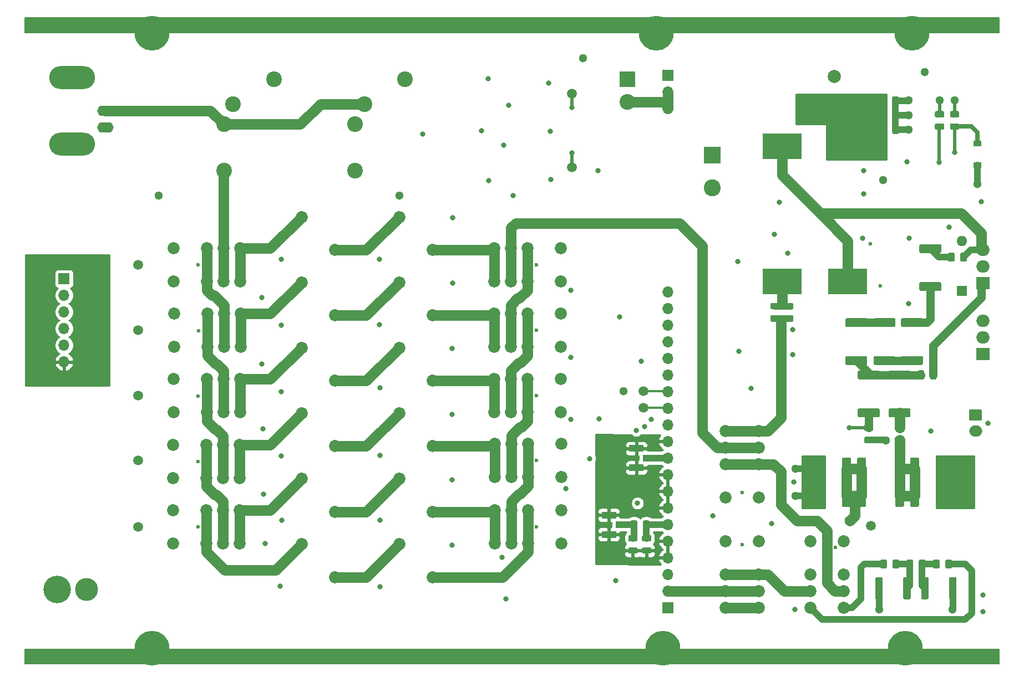
<source format=gtl>
G04 #@! TF.GenerationSoftware,KiCad,Pcbnew,(5.1.5)-3*
G04 #@! TF.CreationDate,2020-02-20T16:57:49+01:00*
G04 #@! TF.ProjectId,HL2_MRF101,484c325f-4d52-4463-9130-312e6b696361,2.0-build8*
G04 #@! TF.SameCoordinates,PX42c1d80PY2625a00*
G04 #@! TF.FileFunction,Copper,L1,Top*
G04 #@! TF.FilePolarity,Positive*
%FSLAX46Y46*%
G04 Gerber Fmt 4.6, Leading zero omitted, Abs format (unit mm)*
G04 Created by KiCad (PCBNEW (5.1.5)-3) date 2020-02-20 16:57:49*
%MOMM*%
%LPD*%
G04 APERTURE LIST*
%ADD10C,1.850000*%
%ADD11O,1.700000X1.700000*%
%ADD12R,1.700000X1.700000*%
%ADD13R,2.200000X1.050000*%
%ADD14R,1.050000X1.000000*%
%ADD15C,5.300000*%
%ADD16C,1.500000*%
%ADD17R,2.600000X2.600000*%
%ADD18C,2.600000*%
%ADD19C,2.400000*%
%ADD20R,2.400000X2.400000*%
%ADD21C,0.100000*%
%ADD22R,5.999480X3.997960*%
%ADD23O,2.500000X1.600000*%
%ADD24O,7.000000X3.500000*%
%ADD25R,2.000000X2.000000*%
%ADD26C,2.000000*%
%ADD27R,1.200000X0.900000*%
%ADD28R,1.600000X1.600000*%
%ADD29O,1.600000X1.600000*%
%ADD30C,3.500000*%
%ADD31C,4.200000*%
%ADD32R,2.000000X1.905000*%
%ADD33O,2.000000X1.905000*%
%ADD34O,2.000000X1.700000*%
%ADD35C,1.300000*%
%ADD36C,0.800000*%
%ADD37C,0.600000*%
%ADD38C,1.600000*%
%ADD39C,0.350000*%
%ADD40C,1.000000*%
%ADD41C,0.500000*%
%ADD42C,1.600000*%
%ADD43C,1.250000*%
%ADD44C,0.700000*%
%ADD45C,0.200000*%
%ADD46C,0.254000*%
G04 APERTURE END LIST*
D10*
X62840000Y-56100000D03*
X57760000Y-51060000D03*
D11*
X6580000Y-53200000D03*
X6580000Y-50660000D03*
X6580000Y-48120000D03*
X6580000Y-45580000D03*
X6580000Y-43040000D03*
D12*
X6580000Y-40500000D03*
D13*
X89725000Y-79575000D03*
D14*
X91250000Y-78100000D03*
D13*
X89725000Y-76625000D03*
X93925000Y-69375000D03*
D14*
X95450000Y-67900000D03*
D13*
X93925000Y-66425000D03*
D15*
X20000000Y-3000000D03*
X97000000Y-3000000D03*
X136000000Y-3000000D03*
X135000000Y-97000000D03*
X98000000Y-97000000D03*
X20000000Y-97000000D03*
D11*
X98700000Y-42490000D03*
X98700000Y-45030000D03*
X98700000Y-47570000D03*
X98700000Y-50110000D03*
X98700000Y-52650000D03*
X98700000Y-55190000D03*
X98700000Y-57730000D03*
X98700000Y-60270000D03*
X98700000Y-62810000D03*
X98700000Y-65350000D03*
X98700000Y-67890000D03*
X98700000Y-70430000D03*
X98700000Y-72970000D03*
X98700000Y-75510000D03*
X98700000Y-78050000D03*
X98700000Y-80590000D03*
X98700000Y-83130000D03*
X98700000Y-85670000D03*
X98700000Y-88210000D03*
D12*
X98700000Y-90750000D03*
D16*
X95000000Y-57700000D03*
D17*
X105500000Y-21600000D03*
D18*
X105500000Y-26600000D03*
D19*
X92600000Y-13500000D03*
D20*
X92600000Y-10000000D03*
G04 #@! TA.AperFunction,SMDPad,CuDef*
D21*
G36*
X140680142Y-16751174D02*
G01*
X140703803Y-16754684D01*
X140727007Y-16760496D01*
X140749529Y-16768554D01*
X140771153Y-16778782D01*
X140791670Y-16791079D01*
X140810883Y-16805329D01*
X140828607Y-16821393D01*
X140844671Y-16839117D01*
X140858921Y-16858330D01*
X140871218Y-16878847D01*
X140881446Y-16900471D01*
X140889504Y-16922993D01*
X140895316Y-16946197D01*
X140898826Y-16969858D01*
X140900000Y-16993750D01*
X140900000Y-17481250D01*
X140898826Y-17505142D01*
X140895316Y-17528803D01*
X140889504Y-17552007D01*
X140881446Y-17574529D01*
X140871218Y-17596153D01*
X140858921Y-17616670D01*
X140844671Y-17635883D01*
X140828607Y-17653607D01*
X140810883Y-17669671D01*
X140791670Y-17683921D01*
X140771153Y-17696218D01*
X140749529Y-17706446D01*
X140727007Y-17714504D01*
X140703803Y-17720316D01*
X140680142Y-17723826D01*
X140656250Y-17725000D01*
X139743750Y-17725000D01*
X139719858Y-17723826D01*
X139696197Y-17720316D01*
X139672993Y-17714504D01*
X139650471Y-17706446D01*
X139628847Y-17696218D01*
X139608330Y-17683921D01*
X139589117Y-17669671D01*
X139571393Y-17653607D01*
X139555329Y-17635883D01*
X139541079Y-17616670D01*
X139528782Y-17596153D01*
X139518554Y-17574529D01*
X139510496Y-17552007D01*
X139504684Y-17528803D01*
X139501174Y-17505142D01*
X139500000Y-17481250D01*
X139500000Y-16993750D01*
X139501174Y-16969858D01*
X139504684Y-16946197D01*
X139510496Y-16922993D01*
X139518554Y-16900471D01*
X139528782Y-16878847D01*
X139541079Y-16858330D01*
X139555329Y-16839117D01*
X139571393Y-16821393D01*
X139589117Y-16805329D01*
X139608330Y-16791079D01*
X139628847Y-16778782D01*
X139650471Y-16768554D01*
X139672993Y-16760496D01*
X139696197Y-16754684D01*
X139719858Y-16751174D01*
X139743750Y-16750000D01*
X140656250Y-16750000D01*
X140680142Y-16751174D01*
G37*
G04 #@! TD.AperFunction*
G04 #@! TA.AperFunction,SMDPad,CuDef*
G36*
X140680142Y-14876174D02*
G01*
X140703803Y-14879684D01*
X140727007Y-14885496D01*
X140749529Y-14893554D01*
X140771153Y-14903782D01*
X140791670Y-14916079D01*
X140810883Y-14930329D01*
X140828607Y-14946393D01*
X140844671Y-14964117D01*
X140858921Y-14983330D01*
X140871218Y-15003847D01*
X140881446Y-15025471D01*
X140889504Y-15047993D01*
X140895316Y-15071197D01*
X140898826Y-15094858D01*
X140900000Y-15118750D01*
X140900000Y-15606250D01*
X140898826Y-15630142D01*
X140895316Y-15653803D01*
X140889504Y-15677007D01*
X140881446Y-15699529D01*
X140871218Y-15721153D01*
X140858921Y-15741670D01*
X140844671Y-15760883D01*
X140828607Y-15778607D01*
X140810883Y-15794671D01*
X140791670Y-15808921D01*
X140771153Y-15821218D01*
X140749529Y-15831446D01*
X140727007Y-15839504D01*
X140703803Y-15845316D01*
X140680142Y-15848826D01*
X140656250Y-15850000D01*
X139743750Y-15850000D01*
X139719858Y-15848826D01*
X139696197Y-15845316D01*
X139672993Y-15839504D01*
X139650471Y-15831446D01*
X139628847Y-15821218D01*
X139608330Y-15808921D01*
X139589117Y-15794671D01*
X139571393Y-15778607D01*
X139555329Y-15760883D01*
X139541079Y-15741670D01*
X139528782Y-15721153D01*
X139518554Y-15699529D01*
X139510496Y-15677007D01*
X139504684Y-15653803D01*
X139501174Y-15630142D01*
X139500000Y-15606250D01*
X139500000Y-15118750D01*
X139501174Y-15094858D01*
X139504684Y-15071197D01*
X139510496Y-15047993D01*
X139518554Y-15025471D01*
X139528782Y-15003847D01*
X139541079Y-14983330D01*
X139555329Y-14964117D01*
X139571393Y-14946393D01*
X139589117Y-14930329D01*
X139608330Y-14916079D01*
X139628847Y-14903782D01*
X139650471Y-14893554D01*
X139672993Y-14885496D01*
X139696197Y-14879684D01*
X139719858Y-14876174D01*
X139743750Y-14875000D01*
X140656250Y-14875000D01*
X140680142Y-14876174D01*
G37*
G04 #@! TD.AperFunction*
D22*
X126198720Y-40899700D03*
X116201280Y-40899700D03*
X116201280Y-20300300D03*
X126198720Y-20300300D03*
D19*
X51000000Y-24000000D03*
X51000000Y-16900000D03*
X58600000Y-10000000D03*
X52400000Y-13800000D03*
X31000000Y-24000000D03*
X31000000Y-16900000D03*
X38600000Y-10000000D03*
X32400000Y-13800000D03*
D23*
X12900000Y-17340000D03*
X12900000Y-14800000D03*
D24*
X7820000Y-9720000D03*
X7820000Y-19880000D03*
D10*
X82380000Y-40940000D03*
X77300000Y-40940000D03*
X74760000Y-40940000D03*
X72220000Y-40940000D03*
X72220000Y-35860000D03*
X74760000Y-35860000D03*
X77300000Y-35860000D03*
X82380000Y-35860000D03*
X82380000Y-50940000D03*
X77300000Y-50940000D03*
X74760000Y-50940000D03*
X72220000Y-50940000D03*
X72220000Y-45860000D03*
X74760000Y-45860000D03*
X77300000Y-45860000D03*
X82380000Y-45860000D03*
X82380000Y-60940000D03*
X77300000Y-60940000D03*
X74760000Y-60940000D03*
X72220000Y-60940000D03*
X72220000Y-55860000D03*
X74760000Y-55860000D03*
X77300000Y-55860000D03*
X82380000Y-55860000D03*
X82480000Y-70840000D03*
X77400000Y-70840000D03*
X74860000Y-70840000D03*
X72320000Y-70840000D03*
X72320000Y-65760000D03*
X74860000Y-65760000D03*
X77400000Y-65760000D03*
X82480000Y-65760000D03*
X82480000Y-80940000D03*
X77400000Y-80940000D03*
X74860000Y-80940000D03*
X72320000Y-80940000D03*
X72320000Y-75860000D03*
X74860000Y-75860000D03*
X77400000Y-75860000D03*
X82480000Y-75860000D03*
X23320000Y-35860000D03*
X28400000Y-35860000D03*
X30940000Y-35860000D03*
X33480000Y-35860000D03*
X33480000Y-40940000D03*
X30940000Y-40940000D03*
X28400000Y-40940000D03*
X23320000Y-40940000D03*
X23420000Y-45860000D03*
X28500000Y-45860000D03*
X31040000Y-45860000D03*
X33580000Y-45860000D03*
X33580000Y-50940000D03*
X31040000Y-50940000D03*
X28500000Y-50940000D03*
X23420000Y-50940000D03*
X23320000Y-55860000D03*
X28400000Y-55860000D03*
X30940000Y-55860000D03*
X33480000Y-55860000D03*
X33480000Y-60940000D03*
X30940000Y-60940000D03*
X28400000Y-60940000D03*
X23320000Y-60940000D03*
X23220000Y-65860000D03*
X28300000Y-65860000D03*
X30840000Y-65860000D03*
X33380000Y-65860000D03*
X33380000Y-70940000D03*
X30840000Y-70940000D03*
X28300000Y-70940000D03*
X23220000Y-70940000D03*
X23220000Y-75860000D03*
X28300000Y-75860000D03*
X30840000Y-75860000D03*
X33380000Y-75860000D03*
X33380000Y-80940000D03*
X30840000Y-80940000D03*
X28300000Y-80940000D03*
X23220000Y-80940000D03*
X112640000Y-80620000D03*
X112640000Y-85700000D03*
X112640000Y-88240000D03*
X112640000Y-90780000D03*
X107560000Y-90780000D03*
X107560000Y-88240000D03*
X107560000Y-85700000D03*
X107560000Y-80620000D03*
X107560000Y-73920000D03*
X107560000Y-68840000D03*
X107560000Y-66300000D03*
X107560000Y-63760000D03*
X112640000Y-63760000D03*
X112640000Y-66300000D03*
X112640000Y-68840000D03*
X112640000Y-73920000D03*
X125540000Y-80620000D03*
X125540000Y-85700000D03*
X125540000Y-88240000D03*
X125540000Y-90780000D03*
X120460000Y-90780000D03*
X120460000Y-88240000D03*
X120460000Y-85700000D03*
X120460000Y-80620000D03*
X57760000Y-31060000D03*
X62840000Y-36100000D03*
X62840000Y-46100000D03*
X57760000Y-41060000D03*
X57760000Y-61060000D03*
X62840000Y-66100000D03*
X57760000Y-71060000D03*
X62840000Y-76100000D03*
X57760000Y-81060000D03*
X62840000Y-86100000D03*
X42860000Y-31060000D03*
X47940000Y-36100000D03*
X47940000Y-46100000D03*
X42860000Y-41060000D03*
X42860000Y-51060000D03*
X47940000Y-56100000D03*
X42860000Y-61060000D03*
X47940000Y-66100000D03*
X42860000Y-71060000D03*
X47940000Y-76100000D03*
X42860000Y-81060000D03*
X47940000Y-86100000D03*
G04 #@! TA.AperFunction,SMDPad,CuDef*
D21*
G36*
X134580142Y-64651174D02*
G01*
X134603803Y-64654684D01*
X134627007Y-64660496D01*
X134649529Y-64668554D01*
X134671153Y-64678782D01*
X134691670Y-64691079D01*
X134710883Y-64705329D01*
X134728607Y-64721393D01*
X134744671Y-64739117D01*
X134758921Y-64758330D01*
X134771218Y-64778847D01*
X134781446Y-64800471D01*
X134789504Y-64822993D01*
X134795316Y-64846197D01*
X134798826Y-64869858D01*
X134800000Y-64893750D01*
X134800000Y-65381250D01*
X134798826Y-65405142D01*
X134795316Y-65428803D01*
X134789504Y-65452007D01*
X134781446Y-65474529D01*
X134771218Y-65496153D01*
X134758921Y-65516670D01*
X134744671Y-65535883D01*
X134728607Y-65553607D01*
X134710883Y-65569671D01*
X134691670Y-65583921D01*
X134671153Y-65596218D01*
X134649529Y-65606446D01*
X134627007Y-65614504D01*
X134603803Y-65620316D01*
X134580142Y-65623826D01*
X134556250Y-65625000D01*
X133643750Y-65625000D01*
X133619858Y-65623826D01*
X133596197Y-65620316D01*
X133572993Y-65614504D01*
X133550471Y-65606446D01*
X133528847Y-65596218D01*
X133508330Y-65583921D01*
X133489117Y-65569671D01*
X133471393Y-65553607D01*
X133455329Y-65535883D01*
X133441079Y-65516670D01*
X133428782Y-65496153D01*
X133418554Y-65474529D01*
X133410496Y-65452007D01*
X133404684Y-65428803D01*
X133401174Y-65405142D01*
X133400000Y-65381250D01*
X133400000Y-64893750D01*
X133401174Y-64869858D01*
X133404684Y-64846197D01*
X133410496Y-64822993D01*
X133418554Y-64800471D01*
X133428782Y-64778847D01*
X133441079Y-64758330D01*
X133455329Y-64739117D01*
X133471393Y-64721393D01*
X133489117Y-64705329D01*
X133508330Y-64691079D01*
X133528847Y-64678782D01*
X133550471Y-64668554D01*
X133572993Y-64660496D01*
X133596197Y-64654684D01*
X133619858Y-64651174D01*
X133643750Y-64650000D01*
X134556250Y-64650000D01*
X134580142Y-64651174D01*
G37*
G04 #@! TD.AperFunction*
G04 #@! TA.AperFunction,SMDPad,CuDef*
G36*
X134580142Y-62776174D02*
G01*
X134603803Y-62779684D01*
X134627007Y-62785496D01*
X134649529Y-62793554D01*
X134671153Y-62803782D01*
X134691670Y-62816079D01*
X134710883Y-62830329D01*
X134728607Y-62846393D01*
X134744671Y-62864117D01*
X134758921Y-62883330D01*
X134771218Y-62903847D01*
X134781446Y-62925471D01*
X134789504Y-62947993D01*
X134795316Y-62971197D01*
X134798826Y-62994858D01*
X134800000Y-63018750D01*
X134800000Y-63506250D01*
X134798826Y-63530142D01*
X134795316Y-63553803D01*
X134789504Y-63577007D01*
X134781446Y-63599529D01*
X134771218Y-63621153D01*
X134758921Y-63641670D01*
X134744671Y-63660883D01*
X134728607Y-63678607D01*
X134710883Y-63694671D01*
X134691670Y-63708921D01*
X134671153Y-63721218D01*
X134649529Y-63731446D01*
X134627007Y-63739504D01*
X134603803Y-63745316D01*
X134580142Y-63748826D01*
X134556250Y-63750000D01*
X133643750Y-63750000D01*
X133619858Y-63748826D01*
X133596197Y-63745316D01*
X133572993Y-63739504D01*
X133550471Y-63731446D01*
X133528847Y-63721218D01*
X133508330Y-63708921D01*
X133489117Y-63694671D01*
X133471393Y-63678607D01*
X133455329Y-63660883D01*
X133441079Y-63641670D01*
X133428782Y-63621153D01*
X133418554Y-63599529D01*
X133410496Y-63577007D01*
X133404684Y-63553803D01*
X133401174Y-63530142D01*
X133400000Y-63506250D01*
X133400000Y-63018750D01*
X133401174Y-62994858D01*
X133404684Y-62971197D01*
X133410496Y-62947993D01*
X133418554Y-62925471D01*
X133428782Y-62903847D01*
X133441079Y-62883330D01*
X133455329Y-62864117D01*
X133471393Y-62846393D01*
X133489117Y-62830329D01*
X133508330Y-62816079D01*
X133528847Y-62803782D01*
X133550471Y-62793554D01*
X133572993Y-62785496D01*
X133596197Y-62779684D01*
X133619858Y-62776174D01*
X133643750Y-62775000D01*
X134556250Y-62775000D01*
X134580142Y-62776174D01*
G37*
G04 #@! TD.AperFunction*
G04 #@! TA.AperFunction,SMDPad,CuDef*
G36*
X129880142Y-62776174D02*
G01*
X129903803Y-62779684D01*
X129927007Y-62785496D01*
X129949529Y-62793554D01*
X129971153Y-62803782D01*
X129991670Y-62816079D01*
X130010883Y-62830329D01*
X130028607Y-62846393D01*
X130044671Y-62864117D01*
X130058921Y-62883330D01*
X130071218Y-62903847D01*
X130081446Y-62925471D01*
X130089504Y-62947993D01*
X130095316Y-62971197D01*
X130098826Y-62994858D01*
X130100000Y-63018750D01*
X130100000Y-63506250D01*
X130098826Y-63530142D01*
X130095316Y-63553803D01*
X130089504Y-63577007D01*
X130081446Y-63599529D01*
X130071218Y-63621153D01*
X130058921Y-63641670D01*
X130044671Y-63660883D01*
X130028607Y-63678607D01*
X130010883Y-63694671D01*
X129991670Y-63708921D01*
X129971153Y-63721218D01*
X129949529Y-63731446D01*
X129927007Y-63739504D01*
X129903803Y-63745316D01*
X129880142Y-63748826D01*
X129856250Y-63750000D01*
X128943750Y-63750000D01*
X128919858Y-63748826D01*
X128896197Y-63745316D01*
X128872993Y-63739504D01*
X128850471Y-63731446D01*
X128828847Y-63721218D01*
X128808330Y-63708921D01*
X128789117Y-63694671D01*
X128771393Y-63678607D01*
X128755329Y-63660883D01*
X128741079Y-63641670D01*
X128728782Y-63621153D01*
X128718554Y-63599529D01*
X128710496Y-63577007D01*
X128704684Y-63553803D01*
X128701174Y-63530142D01*
X128700000Y-63506250D01*
X128700000Y-63018750D01*
X128701174Y-62994858D01*
X128704684Y-62971197D01*
X128710496Y-62947993D01*
X128718554Y-62925471D01*
X128728782Y-62903847D01*
X128741079Y-62883330D01*
X128755329Y-62864117D01*
X128771393Y-62846393D01*
X128789117Y-62830329D01*
X128808330Y-62816079D01*
X128828847Y-62803782D01*
X128850471Y-62793554D01*
X128872993Y-62785496D01*
X128896197Y-62779684D01*
X128919858Y-62776174D01*
X128943750Y-62775000D01*
X129856250Y-62775000D01*
X129880142Y-62776174D01*
G37*
G04 #@! TD.AperFunction*
G04 #@! TA.AperFunction,SMDPad,CuDef*
G36*
X129880142Y-64651174D02*
G01*
X129903803Y-64654684D01*
X129927007Y-64660496D01*
X129949529Y-64668554D01*
X129971153Y-64678782D01*
X129991670Y-64691079D01*
X130010883Y-64705329D01*
X130028607Y-64721393D01*
X130044671Y-64739117D01*
X130058921Y-64758330D01*
X130071218Y-64778847D01*
X130081446Y-64800471D01*
X130089504Y-64822993D01*
X130095316Y-64846197D01*
X130098826Y-64869858D01*
X130100000Y-64893750D01*
X130100000Y-65381250D01*
X130098826Y-65405142D01*
X130095316Y-65428803D01*
X130089504Y-65452007D01*
X130081446Y-65474529D01*
X130071218Y-65496153D01*
X130058921Y-65516670D01*
X130044671Y-65535883D01*
X130028607Y-65553607D01*
X130010883Y-65569671D01*
X129991670Y-65583921D01*
X129971153Y-65596218D01*
X129949529Y-65606446D01*
X129927007Y-65614504D01*
X129903803Y-65620316D01*
X129880142Y-65623826D01*
X129856250Y-65625000D01*
X128943750Y-65625000D01*
X128919858Y-65623826D01*
X128896197Y-65620316D01*
X128872993Y-65614504D01*
X128850471Y-65606446D01*
X128828847Y-65596218D01*
X128808330Y-65583921D01*
X128789117Y-65569671D01*
X128771393Y-65553607D01*
X128755329Y-65535883D01*
X128741079Y-65516670D01*
X128728782Y-65496153D01*
X128718554Y-65474529D01*
X128710496Y-65452007D01*
X128704684Y-65428803D01*
X128701174Y-65405142D01*
X128700000Y-65381250D01*
X128700000Y-64893750D01*
X128701174Y-64869858D01*
X128704684Y-64846197D01*
X128710496Y-64822993D01*
X128718554Y-64800471D01*
X128728782Y-64778847D01*
X128741079Y-64758330D01*
X128755329Y-64739117D01*
X128771393Y-64721393D01*
X128789117Y-64705329D01*
X128808330Y-64691079D01*
X128828847Y-64678782D01*
X128850471Y-64668554D01*
X128872993Y-64660496D01*
X128896197Y-64654684D01*
X128919858Y-64651174D01*
X128943750Y-64650000D01*
X129856250Y-64650000D01*
X129880142Y-64651174D01*
G37*
G04 #@! TD.AperFunction*
G04 #@! TA.AperFunction,SMDPad,CuDef*
G36*
X144142642Y-36501174D02*
G01*
X144166303Y-36504684D01*
X144189507Y-36510496D01*
X144212029Y-36518554D01*
X144233653Y-36528782D01*
X144254170Y-36541079D01*
X144273383Y-36555329D01*
X144291107Y-36571393D01*
X144307171Y-36589117D01*
X144321421Y-36608330D01*
X144333718Y-36628847D01*
X144343946Y-36650471D01*
X144352004Y-36672993D01*
X144357816Y-36696197D01*
X144361326Y-36719858D01*
X144362500Y-36743750D01*
X144362500Y-37656250D01*
X144361326Y-37680142D01*
X144357816Y-37703803D01*
X144352004Y-37727007D01*
X144343946Y-37749529D01*
X144333718Y-37771153D01*
X144321421Y-37791670D01*
X144307171Y-37810883D01*
X144291107Y-37828607D01*
X144273383Y-37844671D01*
X144254170Y-37858921D01*
X144233653Y-37871218D01*
X144212029Y-37881446D01*
X144189507Y-37889504D01*
X144166303Y-37895316D01*
X144142642Y-37898826D01*
X144118750Y-37900000D01*
X143631250Y-37900000D01*
X143607358Y-37898826D01*
X143583697Y-37895316D01*
X143560493Y-37889504D01*
X143537971Y-37881446D01*
X143516347Y-37871218D01*
X143495830Y-37858921D01*
X143476617Y-37844671D01*
X143458893Y-37828607D01*
X143442829Y-37810883D01*
X143428579Y-37791670D01*
X143416282Y-37771153D01*
X143406054Y-37749529D01*
X143397996Y-37727007D01*
X143392184Y-37703803D01*
X143388674Y-37680142D01*
X143387500Y-37656250D01*
X143387500Y-36743750D01*
X143388674Y-36719858D01*
X143392184Y-36696197D01*
X143397996Y-36672993D01*
X143406054Y-36650471D01*
X143416282Y-36628847D01*
X143428579Y-36608330D01*
X143442829Y-36589117D01*
X143458893Y-36571393D01*
X143476617Y-36555329D01*
X143495830Y-36541079D01*
X143516347Y-36528782D01*
X143537971Y-36518554D01*
X143560493Y-36510496D01*
X143583697Y-36504684D01*
X143607358Y-36501174D01*
X143631250Y-36500000D01*
X144118750Y-36500000D01*
X144142642Y-36501174D01*
G37*
G04 #@! TD.AperFunction*
G04 #@! TA.AperFunction,SMDPad,CuDef*
G36*
X142267642Y-36501174D02*
G01*
X142291303Y-36504684D01*
X142314507Y-36510496D01*
X142337029Y-36518554D01*
X142358653Y-36528782D01*
X142379170Y-36541079D01*
X142398383Y-36555329D01*
X142416107Y-36571393D01*
X142432171Y-36589117D01*
X142446421Y-36608330D01*
X142458718Y-36628847D01*
X142468946Y-36650471D01*
X142477004Y-36672993D01*
X142482816Y-36696197D01*
X142486326Y-36719858D01*
X142487500Y-36743750D01*
X142487500Y-37656250D01*
X142486326Y-37680142D01*
X142482816Y-37703803D01*
X142477004Y-37727007D01*
X142468946Y-37749529D01*
X142458718Y-37771153D01*
X142446421Y-37791670D01*
X142432171Y-37810883D01*
X142416107Y-37828607D01*
X142398383Y-37844671D01*
X142379170Y-37858921D01*
X142358653Y-37871218D01*
X142337029Y-37881446D01*
X142314507Y-37889504D01*
X142291303Y-37895316D01*
X142267642Y-37898826D01*
X142243750Y-37900000D01*
X141756250Y-37900000D01*
X141732358Y-37898826D01*
X141708697Y-37895316D01*
X141685493Y-37889504D01*
X141662971Y-37881446D01*
X141641347Y-37871218D01*
X141620830Y-37858921D01*
X141601617Y-37844671D01*
X141583893Y-37828607D01*
X141567829Y-37810883D01*
X141553579Y-37791670D01*
X141541282Y-37771153D01*
X141531054Y-37749529D01*
X141522996Y-37727007D01*
X141517184Y-37703803D01*
X141513674Y-37680142D01*
X141512500Y-37656250D01*
X141512500Y-36743750D01*
X141513674Y-36719858D01*
X141517184Y-36696197D01*
X141522996Y-36672993D01*
X141531054Y-36650471D01*
X141541282Y-36628847D01*
X141553579Y-36608330D01*
X141567829Y-36589117D01*
X141583893Y-36571393D01*
X141601617Y-36555329D01*
X141620830Y-36541079D01*
X141641347Y-36528782D01*
X141662971Y-36518554D01*
X141685493Y-36510496D01*
X141708697Y-36504684D01*
X141732358Y-36501174D01*
X141756250Y-36500000D01*
X142243750Y-36500000D01*
X142267642Y-36501174D01*
G37*
G04 #@! TD.AperFunction*
G04 #@! TA.AperFunction,SMDPad,CuDef*
G36*
X142980142Y-16751174D02*
G01*
X143003803Y-16754684D01*
X143027007Y-16760496D01*
X143049529Y-16768554D01*
X143071153Y-16778782D01*
X143091670Y-16791079D01*
X143110883Y-16805329D01*
X143128607Y-16821393D01*
X143144671Y-16839117D01*
X143158921Y-16858330D01*
X143171218Y-16878847D01*
X143181446Y-16900471D01*
X143189504Y-16922993D01*
X143195316Y-16946197D01*
X143198826Y-16969858D01*
X143200000Y-16993750D01*
X143200000Y-17481250D01*
X143198826Y-17505142D01*
X143195316Y-17528803D01*
X143189504Y-17552007D01*
X143181446Y-17574529D01*
X143171218Y-17596153D01*
X143158921Y-17616670D01*
X143144671Y-17635883D01*
X143128607Y-17653607D01*
X143110883Y-17669671D01*
X143091670Y-17683921D01*
X143071153Y-17696218D01*
X143049529Y-17706446D01*
X143027007Y-17714504D01*
X143003803Y-17720316D01*
X142980142Y-17723826D01*
X142956250Y-17725000D01*
X142043750Y-17725000D01*
X142019858Y-17723826D01*
X141996197Y-17720316D01*
X141972993Y-17714504D01*
X141950471Y-17706446D01*
X141928847Y-17696218D01*
X141908330Y-17683921D01*
X141889117Y-17669671D01*
X141871393Y-17653607D01*
X141855329Y-17635883D01*
X141841079Y-17616670D01*
X141828782Y-17596153D01*
X141818554Y-17574529D01*
X141810496Y-17552007D01*
X141804684Y-17528803D01*
X141801174Y-17505142D01*
X141800000Y-17481250D01*
X141800000Y-16993750D01*
X141801174Y-16969858D01*
X141804684Y-16946197D01*
X141810496Y-16922993D01*
X141818554Y-16900471D01*
X141828782Y-16878847D01*
X141841079Y-16858330D01*
X141855329Y-16839117D01*
X141871393Y-16821393D01*
X141889117Y-16805329D01*
X141908330Y-16791079D01*
X141928847Y-16778782D01*
X141950471Y-16768554D01*
X141972993Y-16760496D01*
X141996197Y-16754684D01*
X142019858Y-16751174D01*
X142043750Y-16750000D01*
X142956250Y-16750000D01*
X142980142Y-16751174D01*
G37*
G04 #@! TD.AperFunction*
G04 #@! TA.AperFunction,SMDPad,CuDef*
G36*
X142980142Y-14876174D02*
G01*
X143003803Y-14879684D01*
X143027007Y-14885496D01*
X143049529Y-14893554D01*
X143071153Y-14903782D01*
X143091670Y-14916079D01*
X143110883Y-14930329D01*
X143128607Y-14946393D01*
X143144671Y-14964117D01*
X143158921Y-14983330D01*
X143171218Y-15003847D01*
X143181446Y-15025471D01*
X143189504Y-15047993D01*
X143195316Y-15071197D01*
X143198826Y-15094858D01*
X143200000Y-15118750D01*
X143200000Y-15606250D01*
X143198826Y-15630142D01*
X143195316Y-15653803D01*
X143189504Y-15677007D01*
X143181446Y-15699529D01*
X143171218Y-15721153D01*
X143158921Y-15741670D01*
X143144671Y-15760883D01*
X143128607Y-15778607D01*
X143110883Y-15794671D01*
X143091670Y-15808921D01*
X143071153Y-15821218D01*
X143049529Y-15831446D01*
X143027007Y-15839504D01*
X143003803Y-15845316D01*
X142980142Y-15848826D01*
X142956250Y-15850000D01*
X142043750Y-15850000D01*
X142019858Y-15848826D01*
X141996197Y-15845316D01*
X141972993Y-15839504D01*
X141950471Y-15831446D01*
X141928847Y-15821218D01*
X141908330Y-15808921D01*
X141889117Y-15794671D01*
X141871393Y-15778607D01*
X141855329Y-15760883D01*
X141841079Y-15741670D01*
X141828782Y-15721153D01*
X141818554Y-15699529D01*
X141810496Y-15677007D01*
X141804684Y-15653803D01*
X141801174Y-15630142D01*
X141800000Y-15606250D01*
X141800000Y-15118750D01*
X141801174Y-15094858D01*
X141804684Y-15071197D01*
X141810496Y-15047993D01*
X141818554Y-15025471D01*
X141828782Y-15003847D01*
X141841079Y-14983330D01*
X141855329Y-14964117D01*
X141871393Y-14946393D01*
X141889117Y-14930329D01*
X141908330Y-14916079D01*
X141928847Y-14903782D01*
X141950471Y-14893554D01*
X141972993Y-14885496D01*
X141996197Y-14879684D01*
X142019858Y-14876174D01*
X142043750Y-14875000D01*
X142956250Y-14875000D01*
X142980142Y-14876174D01*
G37*
G04 #@! TD.AperFunction*
D25*
X124100000Y-14600000D03*
D26*
X124100000Y-9600000D03*
G04 #@! TA.AperFunction,SMDPad,CuDef*
D21*
G36*
X141867642Y-83401174D02*
G01*
X141891303Y-83404684D01*
X141914507Y-83410496D01*
X141937029Y-83418554D01*
X141958653Y-83428782D01*
X141979170Y-83441079D01*
X141998383Y-83455329D01*
X142016107Y-83471393D01*
X142032171Y-83489117D01*
X142046421Y-83508330D01*
X142058718Y-83528847D01*
X142068946Y-83550471D01*
X142077004Y-83572993D01*
X142082816Y-83596197D01*
X142086326Y-83619858D01*
X142087500Y-83643750D01*
X142087500Y-84556250D01*
X142086326Y-84580142D01*
X142082816Y-84603803D01*
X142077004Y-84627007D01*
X142068946Y-84649529D01*
X142058718Y-84671153D01*
X142046421Y-84691670D01*
X142032171Y-84710883D01*
X142016107Y-84728607D01*
X141998383Y-84744671D01*
X141979170Y-84758921D01*
X141958653Y-84771218D01*
X141937029Y-84781446D01*
X141914507Y-84789504D01*
X141891303Y-84795316D01*
X141867642Y-84798826D01*
X141843750Y-84800000D01*
X141356250Y-84800000D01*
X141332358Y-84798826D01*
X141308697Y-84795316D01*
X141285493Y-84789504D01*
X141262971Y-84781446D01*
X141241347Y-84771218D01*
X141220830Y-84758921D01*
X141201617Y-84744671D01*
X141183893Y-84728607D01*
X141167829Y-84710883D01*
X141153579Y-84691670D01*
X141141282Y-84671153D01*
X141131054Y-84649529D01*
X141122996Y-84627007D01*
X141117184Y-84603803D01*
X141113674Y-84580142D01*
X141112500Y-84556250D01*
X141112500Y-83643750D01*
X141113674Y-83619858D01*
X141117184Y-83596197D01*
X141122996Y-83572993D01*
X141131054Y-83550471D01*
X141141282Y-83528847D01*
X141153579Y-83508330D01*
X141167829Y-83489117D01*
X141183893Y-83471393D01*
X141201617Y-83455329D01*
X141220830Y-83441079D01*
X141241347Y-83428782D01*
X141262971Y-83418554D01*
X141285493Y-83410496D01*
X141308697Y-83404684D01*
X141332358Y-83401174D01*
X141356250Y-83400000D01*
X141843750Y-83400000D01*
X141867642Y-83401174D01*
G37*
G04 #@! TD.AperFunction*
G04 #@! TA.AperFunction,SMDPad,CuDef*
G36*
X139992642Y-83401174D02*
G01*
X140016303Y-83404684D01*
X140039507Y-83410496D01*
X140062029Y-83418554D01*
X140083653Y-83428782D01*
X140104170Y-83441079D01*
X140123383Y-83455329D01*
X140141107Y-83471393D01*
X140157171Y-83489117D01*
X140171421Y-83508330D01*
X140183718Y-83528847D01*
X140193946Y-83550471D01*
X140202004Y-83572993D01*
X140207816Y-83596197D01*
X140211326Y-83619858D01*
X140212500Y-83643750D01*
X140212500Y-84556250D01*
X140211326Y-84580142D01*
X140207816Y-84603803D01*
X140202004Y-84627007D01*
X140193946Y-84649529D01*
X140183718Y-84671153D01*
X140171421Y-84691670D01*
X140157171Y-84710883D01*
X140141107Y-84728607D01*
X140123383Y-84744671D01*
X140104170Y-84758921D01*
X140083653Y-84771218D01*
X140062029Y-84781446D01*
X140039507Y-84789504D01*
X140016303Y-84795316D01*
X139992642Y-84798826D01*
X139968750Y-84800000D01*
X139481250Y-84800000D01*
X139457358Y-84798826D01*
X139433697Y-84795316D01*
X139410493Y-84789504D01*
X139387971Y-84781446D01*
X139366347Y-84771218D01*
X139345830Y-84758921D01*
X139326617Y-84744671D01*
X139308893Y-84728607D01*
X139292829Y-84710883D01*
X139278579Y-84691670D01*
X139266282Y-84671153D01*
X139256054Y-84649529D01*
X139247996Y-84627007D01*
X139242184Y-84603803D01*
X139238674Y-84580142D01*
X139237500Y-84556250D01*
X139237500Y-83643750D01*
X139238674Y-83619858D01*
X139242184Y-83596197D01*
X139247996Y-83572993D01*
X139256054Y-83550471D01*
X139266282Y-83528847D01*
X139278579Y-83508330D01*
X139292829Y-83489117D01*
X139308893Y-83471393D01*
X139326617Y-83455329D01*
X139345830Y-83441079D01*
X139366347Y-83428782D01*
X139387971Y-83418554D01*
X139410493Y-83410496D01*
X139433697Y-83404684D01*
X139457358Y-83401174D01*
X139481250Y-83400000D01*
X139968750Y-83400000D01*
X139992642Y-83401174D01*
G37*
G04 #@! TD.AperFunction*
G04 #@! TA.AperFunction,SMDPad,CuDef*
G36*
X131867642Y-12601174D02*
G01*
X131891303Y-12604684D01*
X131914507Y-12610496D01*
X131937029Y-12618554D01*
X131958653Y-12628782D01*
X131979170Y-12641079D01*
X131998383Y-12655329D01*
X132016107Y-12671393D01*
X132032171Y-12689117D01*
X132046421Y-12708330D01*
X132058718Y-12728847D01*
X132068946Y-12750471D01*
X132077004Y-12772993D01*
X132082816Y-12796197D01*
X132086326Y-12819858D01*
X132087500Y-12843750D01*
X132087500Y-13756250D01*
X132086326Y-13780142D01*
X132082816Y-13803803D01*
X132077004Y-13827007D01*
X132068946Y-13849529D01*
X132058718Y-13871153D01*
X132046421Y-13891670D01*
X132032171Y-13910883D01*
X132016107Y-13928607D01*
X131998383Y-13944671D01*
X131979170Y-13958921D01*
X131958653Y-13971218D01*
X131937029Y-13981446D01*
X131914507Y-13989504D01*
X131891303Y-13995316D01*
X131867642Y-13998826D01*
X131843750Y-14000000D01*
X131356250Y-14000000D01*
X131332358Y-13998826D01*
X131308697Y-13995316D01*
X131285493Y-13989504D01*
X131262971Y-13981446D01*
X131241347Y-13971218D01*
X131220830Y-13958921D01*
X131201617Y-13944671D01*
X131183893Y-13928607D01*
X131167829Y-13910883D01*
X131153579Y-13891670D01*
X131141282Y-13871153D01*
X131131054Y-13849529D01*
X131122996Y-13827007D01*
X131117184Y-13803803D01*
X131113674Y-13780142D01*
X131112500Y-13756250D01*
X131112500Y-12843750D01*
X131113674Y-12819858D01*
X131117184Y-12796197D01*
X131122996Y-12772993D01*
X131131054Y-12750471D01*
X131141282Y-12728847D01*
X131153579Y-12708330D01*
X131167829Y-12689117D01*
X131183893Y-12671393D01*
X131201617Y-12655329D01*
X131220830Y-12641079D01*
X131241347Y-12628782D01*
X131262971Y-12618554D01*
X131285493Y-12610496D01*
X131308697Y-12604684D01*
X131332358Y-12601174D01*
X131356250Y-12600000D01*
X131843750Y-12600000D01*
X131867642Y-12601174D01*
G37*
G04 #@! TD.AperFunction*
G04 #@! TA.AperFunction,SMDPad,CuDef*
G36*
X133742642Y-12601174D02*
G01*
X133766303Y-12604684D01*
X133789507Y-12610496D01*
X133812029Y-12618554D01*
X133833653Y-12628782D01*
X133854170Y-12641079D01*
X133873383Y-12655329D01*
X133891107Y-12671393D01*
X133907171Y-12689117D01*
X133921421Y-12708330D01*
X133933718Y-12728847D01*
X133943946Y-12750471D01*
X133952004Y-12772993D01*
X133957816Y-12796197D01*
X133961326Y-12819858D01*
X133962500Y-12843750D01*
X133962500Y-13756250D01*
X133961326Y-13780142D01*
X133957816Y-13803803D01*
X133952004Y-13827007D01*
X133943946Y-13849529D01*
X133933718Y-13871153D01*
X133921421Y-13891670D01*
X133907171Y-13910883D01*
X133891107Y-13928607D01*
X133873383Y-13944671D01*
X133854170Y-13958921D01*
X133833653Y-13971218D01*
X133812029Y-13981446D01*
X133789507Y-13989504D01*
X133766303Y-13995316D01*
X133742642Y-13998826D01*
X133718750Y-14000000D01*
X133231250Y-14000000D01*
X133207358Y-13998826D01*
X133183697Y-13995316D01*
X133160493Y-13989504D01*
X133137971Y-13981446D01*
X133116347Y-13971218D01*
X133095830Y-13958921D01*
X133076617Y-13944671D01*
X133058893Y-13928607D01*
X133042829Y-13910883D01*
X133028579Y-13891670D01*
X133016282Y-13871153D01*
X133006054Y-13849529D01*
X132997996Y-13827007D01*
X132992184Y-13803803D01*
X132988674Y-13780142D01*
X132987500Y-13756250D01*
X132987500Y-12843750D01*
X132988674Y-12819858D01*
X132992184Y-12796197D01*
X132997996Y-12772993D01*
X133006054Y-12750471D01*
X133016282Y-12728847D01*
X133028579Y-12708330D01*
X133042829Y-12689117D01*
X133058893Y-12671393D01*
X133076617Y-12655329D01*
X133095830Y-12641079D01*
X133116347Y-12628782D01*
X133137971Y-12618554D01*
X133160493Y-12610496D01*
X133183697Y-12604684D01*
X133207358Y-12601174D01*
X133231250Y-12600000D01*
X133718750Y-12600000D01*
X133742642Y-12601174D01*
G37*
G04 #@! TD.AperFunction*
G04 #@! TA.AperFunction,SMDPad,CuDef*
G36*
X133755142Y-14801174D02*
G01*
X133778803Y-14804684D01*
X133802007Y-14810496D01*
X133824529Y-14818554D01*
X133846153Y-14828782D01*
X133866670Y-14841079D01*
X133885883Y-14855329D01*
X133903607Y-14871393D01*
X133919671Y-14889117D01*
X133933921Y-14908330D01*
X133946218Y-14928847D01*
X133956446Y-14950471D01*
X133964504Y-14972993D01*
X133970316Y-14996197D01*
X133973826Y-15019858D01*
X133975000Y-15043750D01*
X133975000Y-15956250D01*
X133973826Y-15980142D01*
X133970316Y-16003803D01*
X133964504Y-16027007D01*
X133956446Y-16049529D01*
X133946218Y-16071153D01*
X133933921Y-16091670D01*
X133919671Y-16110883D01*
X133903607Y-16128607D01*
X133885883Y-16144671D01*
X133866670Y-16158921D01*
X133846153Y-16171218D01*
X133824529Y-16181446D01*
X133802007Y-16189504D01*
X133778803Y-16195316D01*
X133755142Y-16198826D01*
X133731250Y-16200000D01*
X133243750Y-16200000D01*
X133219858Y-16198826D01*
X133196197Y-16195316D01*
X133172993Y-16189504D01*
X133150471Y-16181446D01*
X133128847Y-16171218D01*
X133108330Y-16158921D01*
X133089117Y-16144671D01*
X133071393Y-16128607D01*
X133055329Y-16110883D01*
X133041079Y-16091670D01*
X133028782Y-16071153D01*
X133018554Y-16049529D01*
X133010496Y-16027007D01*
X133004684Y-16003803D01*
X133001174Y-15980142D01*
X133000000Y-15956250D01*
X133000000Y-15043750D01*
X133001174Y-15019858D01*
X133004684Y-14996197D01*
X133010496Y-14972993D01*
X133018554Y-14950471D01*
X133028782Y-14928847D01*
X133041079Y-14908330D01*
X133055329Y-14889117D01*
X133071393Y-14871393D01*
X133089117Y-14855329D01*
X133108330Y-14841079D01*
X133128847Y-14828782D01*
X133150471Y-14818554D01*
X133172993Y-14810496D01*
X133196197Y-14804684D01*
X133219858Y-14801174D01*
X133243750Y-14800000D01*
X133731250Y-14800000D01*
X133755142Y-14801174D01*
G37*
G04 #@! TD.AperFunction*
G04 #@! TA.AperFunction,SMDPad,CuDef*
G36*
X131880142Y-14801174D02*
G01*
X131903803Y-14804684D01*
X131927007Y-14810496D01*
X131949529Y-14818554D01*
X131971153Y-14828782D01*
X131991670Y-14841079D01*
X132010883Y-14855329D01*
X132028607Y-14871393D01*
X132044671Y-14889117D01*
X132058921Y-14908330D01*
X132071218Y-14928847D01*
X132081446Y-14950471D01*
X132089504Y-14972993D01*
X132095316Y-14996197D01*
X132098826Y-15019858D01*
X132100000Y-15043750D01*
X132100000Y-15956250D01*
X132098826Y-15980142D01*
X132095316Y-16003803D01*
X132089504Y-16027007D01*
X132081446Y-16049529D01*
X132071218Y-16071153D01*
X132058921Y-16091670D01*
X132044671Y-16110883D01*
X132028607Y-16128607D01*
X132010883Y-16144671D01*
X131991670Y-16158921D01*
X131971153Y-16171218D01*
X131949529Y-16181446D01*
X131927007Y-16189504D01*
X131903803Y-16195316D01*
X131880142Y-16198826D01*
X131856250Y-16200000D01*
X131368750Y-16200000D01*
X131344858Y-16198826D01*
X131321197Y-16195316D01*
X131297993Y-16189504D01*
X131275471Y-16181446D01*
X131253847Y-16171218D01*
X131233330Y-16158921D01*
X131214117Y-16144671D01*
X131196393Y-16128607D01*
X131180329Y-16110883D01*
X131166079Y-16091670D01*
X131153782Y-16071153D01*
X131143554Y-16049529D01*
X131135496Y-16027007D01*
X131129684Y-16003803D01*
X131126174Y-15980142D01*
X131125000Y-15956250D01*
X131125000Y-15043750D01*
X131126174Y-15019858D01*
X131129684Y-14996197D01*
X131135496Y-14972993D01*
X131143554Y-14950471D01*
X131153782Y-14928847D01*
X131166079Y-14908330D01*
X131180329Y-14889117D01*
X131196393Y-14871393D01*
X131214117Y-14855329D01*
X131233330Y-14841079D01*
X131253847Y-14828782D01*
X131275471Y-14818554D01*
X131297993Y-14810496D01*
X131321197Y-14804684D01*
X131344858Y-14801174D01*
X131368750Y-14800000D01*
X131856250Y-14800000D01*
X131880142Y-14801174D01*
G37*
G04 #@! TD.AperFunction*
G04 #@! TA.AperFunction,SMDPad,CuDef*
G36*
X131867642Y-17001174D02*
G01*
X131891303Y-17004684D01*
X131914507Y-17010496D01*
X131937029Y-17018554D01*
X131958653Y-17028782D01*
X131979170Y-17041079D01*
X131998383Y-17055329D01*
X132016107Y-17071393D01*
X132032171Y-17089117D01*
X132046421Y-17108330D01*
X132058718Y-17128847D01*
X132068946Y-17150471D01*
X132077004Y-17172993D01*
X132082816Y-17196197D01*
X132086326Y-17219858D01*
X132087500Y-17243750D01*
X132087500Y-18156250D01*
X132086326Y-18180142D01*
X132082816Y-18203803D01*
X132077004Y-18227007D01*
X132068946Y-18249529D01*
X132058718Y-18271153D01*
X132046421Y-18291670D01*
X132032171Y-18310883D01*
X132016107Y-18328607D01*
X131998383Y-18344671D01*
X131979170Y-18358921D01*
X131958653Y-18371218D01*
X131937029Y-18381446D01*
X131914507Y-18389504D01*
X131891303Y-18395316D01*
X131867642Y-18398826D01*
X131843750Y-18400000D01*
X131356250Y-18400000D01*
X131332358Y-18398826D01*
X131308697Y-18395316D01*
X131285493Y-18389504D01*
X131262971Y-18381446D01*
X131241347Y-18371218D01*
X131220830Y-18358921D01*
X131201617Y-18344671D01*
X131183893Y-18328607D01*
X131167829Y-18310883D01*
X131153579Y-18291670D01*
X131141282Y-18271153D01*
X131131054Y-18249529D01*
X131122996Y-18227007D01*
X131117184Y-18203803D01*
X131113674Y-18180142D01*
X131112500Y-18156250D01*
X131112500Y-17243750D01*
X131113674Y-17219858D01*
X131117184Y-17196197D01*
X131122996Y-17172993D01*
X131131054Y-17150471D01*
X131141282Y-17128847D01*
X131153579Y-17108330D01*
X131167829Y-17089117D01*
X131183893Y-17071393D01*
X131201617Y-17055329D01*
X131220830Y-17041079D01*
X131241347Y-17028782D01*
X131262971Y-17018554D01*
X131285493Y-17010496D01*
X131308697Y-17004684D01*
X131332358Y-17001174D01*
X131356250Y-17000000D01*
X131843750Y-17000000D01*
X131867642Y-17001174D01*
G37*
G04 #@! TD.AperFunction*
G04 #@! TA.AperFunction,SMDPad,CuDef*
G36*
X133742642Y-17001174D02*
G01*
X133766303Y-17004684D01*
X133789507Y-17010496D01*
X133812029Y-17018554D01*
X133833653Y-17028782D01*
X133854170Y-17041079D01*
X133873383Y-17055329D01*
X133891107Y-17071393D01*
X133907171Y-17089117D01*
X133921421Y-17108330D01*
X133933718Y-17128847D01*
X133943946Y-17150471D01*
X133952004Y-17172993D01*
X133957816Y-17196197D01*
X133961326Y-17219858D01*
X133962500Y-17243750D01*
X133962500Y-18156250D01*
X133961326Y-18180142D01*
X133957816Y-18203803D01*
X133952004Y-18227007D01*
X133943946Y-18249529D01*
X133933718Y-18271153D01*
X133921421Y-18291670D01*
X133907171Y-18310883D01*
X133891107Y-18328607D01*
X133873383Y-18344671D01*
X133854170Y-18358921D01*
X133833653Y-18371218D01*
X133812029Y-18381446D01*
X133789507Y-18389504D01*
X133766303Y-18395316D01*
X133742642Y-18398826D01*
X133718750Y-18400000D01*
X133231250Y-18400000D01*
X133207358Y-18398826D01*
X133183697Y-18395316D01*
X133160493Y-18389504D01*
X133137971Y-18381446D01*
X133116347Y-18371218D01*
X133095830Y-18358921D01*
X133076617Y-18344671D01*
X133058893Y-18328607D01*
X133042829Y-18310883D01*
X133028579Y-18291670D01*
X133016282Y-18271153D01*
X133006054Y-18249529D01*
X132997996Y-18227007D01*
X132992184Y-18203803D01*
X132988674Y-18180142D01*
X132987500Y-18156250D01*
X132987500Y-17243750D01*
X132988674Y-17219858D01*
X132992184Y-17196197D01*
X132997996Y-17172993D01*
X133006054Y-17150471D01*
X133016282Y-17128847D01*
X133028579Y-17108330D01*
X133042829Y-17089117D01*
X133058893Y-17071393D01*
X133076617Y-17055329D01*
X133095830Y-17041079D01*
X133116347Y-17028782D01*
X133137971Y-17018554D01*
X133160493Y-17010496D01*
X133183697Y-17004684D01*
X133207358Y-17001174D01*
X133231250Y-17000000D01*
X133718750Y-17000000D01*
X133742642Y-17001174D01*
G37*
G04 #@! TD.AperFunction*
G04 #@! TA.AperFunction,SMDPad,CuDef*
G36*
X135930142Y-83401174D02*
G01*
X135953803Y-83404684D01*
X135977007Y-83410496D01*
X135999529Y-83418554D01*
X136021153Y-83428782D01*
X136041670Y-83441079D01*
X136060883Y-83455329D01*
X136078607Y-83471393D01*
X136094671Y-83489117D01*
X136108921Y-83508330D01*
X136121218Y-83528847D01*
X136131446Y-83550471D01*
X136139504Y-83572993D01*
X136145316Y-83596197D01*
X136148826Y-83619858D01*
X136150000Y-83643750D01*
X136150000Y-84556250D01*
X136148826Y-84580142D01*
X136145316Y-84603803D01*
X136139504Y-84627007D01*
X136131446Y-84649529D01*
X136121218Y-84671153D01*
X136108921Y-84691670D01*
X136094671Y-84710883D01*
X136078607Y-84728607D01*
X136060883Y-84744671D01*
X136041670Y-84758921D01*
X136021153Y-84771218D01*
X135999529Y-84781446D01*
X135977007Y-84789504D01*
X135953803Y-84795316D01*
X135930142Y-84798826D01*
X135906250Y-84800000D01*
X135418750Y-84800000D01*
X135394858Y-84798826D01*
X135371197Y-84795316D01*
X135347993Y-84789504D01*
X135325471Y-84781446D01*
X135303847Y-84771218D01*
X135283330Y-84758921D01*
X135264117Y-84744671D01*
X135246393Y-84728607D01*
X135230329Y-84710883D01*
X135216079Y-84691670D01*
X135203782Y-84671153D01*
X135193554Y-84649529D01*
X135185496Y-84627007D01*
X135179684Y-84603803D01*
X135176174Y-84580142D01*
X135175000Y-84556250D01*
X135175000Y-83643750D01*
X135176174Y-83619858D01*
X135179684Y-83596197D01*
X135185496Y-83572993D01*
X135193554Y-83550471D01*
X135203782Y-83528847D01*
X135216079Y-83508330D01*
X135230329Y-83489117D01*
X135246393Y-83471393D01*
X135264117Y-83455329D01*
X135283330Y-83441079D01*
X135303847Y-83428782D01*
X135325471Y-83418554D01*
X135347993Y-83410496D01*
X135371197Y-83404684D01*
X135394858Y-83401174D01*
X135418750Y-83400000D01*
X135906250Y-83400000D01*
X135930142Y-83401174D01*
G37*
G04 #@! TD.AperFunction*
G04 #@! TA.AperFunction,SMDPad,CuDef*
G36*
X137805142Y-83401174D02*
G01*
X137828803Y-83404684D01*
X137852007Y-83410496D01*
X137874529Y-83418554D01*
X137896153Y-83428782D01*
X137916670Y-83441079D01*
X137935883Y-83455329D01*
X137953607Y-83471393D01*
X137969671Y-83489117D01*
X137983921Y-83508330D01*
X137996218Y-83528847D01*
X138006446Y-83550471D01*
X138014504Y-83572993D01*
X138020316Y-83596197D01*
X138023826Y-83619858D01*
X138025000Y-83643750D01*
X138025000Y-84556250D01*
X138023826Y-84580142D01*
X138020316Y-84603803D01*
X138014504Y-84627007D01*
X138006446Y-84649529D01*
X137996218Y-84671153D01*
X137983921Y-84691670D01*
X137969671Y-84710883D01*
X137953607Y-84728607D01*
X137935883Y-84744671D01*
X137916670Y-84758921D01*
X137896153Y-84771218D01*
X137874529Y-84781446D01*
X137852007Y-84789504D01*
X137828803Y-84795316D01*
X137805142Y-84798826D01*
X137781250Y-84800000D01*
X137293750Y-84800000D01*
X137269858Y-84798826D01*
X137246197Y-84795316D01*
X137222993Y-84789504D01*
X137200471Y-84781446D01*
X137178847Y-84771218D01*
X137158330Y-84758921D01*
X137139117Y-84744671D01*
X137121393Y-84728607D01*
X137105329Y-84710883D01*
X137091079Y-84691670D01*
X137078782Y-84671153D01*
X137068554Y-84649529D01*
X137060496Y-84627007D01*
X137054684Y-84603803D01*
X137051174Y-84580142D01*
X137050000Y-84556250D01*
X137050000Y-83643750D01*
X137051174Y-83619858D01*
X137054684Y-83596197D01*
X137060496Y-83572993D01*
X137068554Y-83550471D01*
X137078782Y-83528847D01*
X137091079Y-83508330D01*
X137105329Y-83489117D01*
X137121393Y-83471393D01*
X137139117Y-83455329D01*
X137158330Y-83441079D01*
X137178847Y-83428782D01*
X137200471Y-83418554D01*
X137222993Y-83410496D01*
X137246197Y-83404684D01*
X137269858Y-83401174D01*
X137293750Y-83400000D01*
X137781250Y-83400000D01*
X137805142Y-83401174D01*
G37*
G04 #@! TD.AperFunction*
G04 #@! TA.AperFunction,SMDPad,CuDef*
G36*
X115580142Y-44213674D02*
G01*
X115603803Y-44217184D01*
X115627007Y-44222996D01*
X115649529Y-44231054D01*
X115671153Y-44241282D01*
X115691670Y-44253579D01*
X115710883Y-44267829D01*
X115728607Y-44283893D01*
X115744671Y-44301617D01*
X115758921Y-44320830D01*
X115771218Y-44341347D01*
X115781446Y-44362971D01*
X115789504Y-44385493D01*
X115795316Y-44408697D01*
X115798826Y-44432358D01*
X115800000Y-44456250D01*
X115800000Y-44943750D01*
X115798826Y-44967642D01*
X115795316Y-44991303D01*
X115789504Y-45014507D01*
X115781446Y-45037029D01*
X115771218Y-45058653D01*
X115758921Y-45079170D01*
X115744671Y-45098383D01*
X115728607Y-45116107D01*
X115710883Y-45132171D01*
X115691670Y-45146421D01*
X115671153Y-45158718D01*
X115649529Y-45168946D01*
X115627007Y-45177004D01*
X115603803Y-45182816D01*
X115580142Y-45186326D01*
X115556250Y-45187500D01*
X114643750Y-45187500D01*
X114619858Y-45186326D01*
X114596197Y-45182816D01*
X114572993Y-45177004D01*
X114550471Y-45168946D01*
X114528847Y-45158718D01*
X114508330Y-45146421D01*
X114489117Y-45132171D01*
X114471393Y-45116107D01*
X114455329Y-45098383D01*
X114441079Y-45079170D01*
X114428782Y-45058653D01*
X114418554Y-45037029D01*
X114410496Y-45014507D01*
X114404684Y-44991303D01*
X114401174Y-44967642D01*
X114400000Y-44943750D01*
X114400000Y-44456250D01*
X114401174Y-44432358D01*
X114404684Y-44408697D01*
X114410496Y-44385493D01*
X114418554Y-44362971D01*
X114428782Y-44341347D01*
X114441079Y-44320830D01*
X114455329Y-44301617D01*
X114471393Y-44283893D01*
X114489117Y-44267829D01*
X114508330Y-44253579D01*
X114528847Y-44241282D01*
X114550471Y-44231054D01*
X114572993Y-44222996D01*
X114596197Y-44217184D01*
X114619858Y-44213674D01*
X114643750Y-44212500D01*
X115556250Y-44212500D01*
X115580142Y-44213674D01*
G37*
G04 #@! TD.AperFunction*
G04 #@! TA.AperFunction,SMDPad,CuDef*
G36*
X115580142Y-46088674D02*
G01*
X115603803Y-46092184D01*
X115627007Y-46097996D01*
X115649529Y-46106054D01*
X115671153Y-46116282D01*
X115691670Y-46128579D01*
X115710883Y-46142829D01*
X115728607Y-46158893D01*
X115744671Y-46176617D01*
X115758921Y-46195830D01*
X115771218Y-46216347D01*
X115781446Y-46237971D01*
X115789504Y-46260493D01*
X115795316Y-46283697D01*
X115798826Y-46307358D01*
X115800000Y-46331250D01*
X115800000Y-46818750D01*
X115798826Y-46842642D01*
X115795316Y-46866303D01*
X115789504Y-46889507D01*
X115781446Y-46912029D01*
X115771218Y-46933653D01*
X115758921Y-46954170D01*
X115744671Y-46973383D01*
X115728607Y-46991107D01*
X115710883Y-47007171D01*
X115691670Y-47021421D01*
X115671153Y-47033718D01*
X115649529Y-47043946D01*
X115627007Y-47052004D01*
X115603803Y-47057816D01*
X115580142Y-47061326D01*
X115556250Y-47062500D01*
X114643750Y-47062500D01*
X114619858Y-47061326D01*
X114596197Y-47057816D01*
X114572993Y-47052004D01*
X114550471Y-47043946D01*
X114528847Y-47033718D01*
X114508330Y-47021421D01*
X114489117Y-47007171D01*
X114471393Y-46991107D01*
X114455329Y-46973383D01*
X114441079Y-46954170D01*
X114428782Y-46933653D01*
X114418554Y-46912029D01*
X114410496Y-46889507D01*
X114404684Y-46866303D01*
X114401174Y-46842642D01*
X114400000Y-46818750D01*
X114400000Y-46331250D01*
X114401174Y-46307358D01*
X114404684Y-46283697D01*
X114410496Y-46260493D01*
X114418554Y-46237971D01*
X114428782Y-46216347D01*
X114441079Y-46195830D01*
X114455329Y-46176617D01*
X114471393Y-46158893D01*
X114489117Y-46142829D01*
X114508330Y-46128579D01*
X114528847Y-46116282D01*
X114550471Y-46106054D01*
X114572993Y-46097996D01*
X114596197Y-46092184D01*
X114619858Y-46088674D01*
X114643750Y-46087500D01*
X115556250Y-46087500D01*
X115580142Y-46088674D01*
G37*
G04 #@! TD.AperFunction*
G04 #@! TA.AperFunction,SMDPad,CuDef*
G36*
X117680142Y-46101174D02*
G01*
X117703803Y-46104684D01*
X117727007Y-46110496D01*
X117749529Y-46118554D01*
X117771153Y-46128782D01*
X117791670Y-46141079D01*
X117810883Y-46155329D01*
X117828607Y-46171393D01*
X117844671Y-46189117D01*
X117858921Y-46208330D01*
X117871218Y-46228847D01*
X117881446Y-46250471D01*
X117889504Y-46272993D01*
X117895316Y-46296197D01*
X117898826Y-46319858D01*
X117900000Y-46343750D01*
X117900000Y-46831250D01*
X117898826Y-46855142D01*
X117895316Y-46878803D01*
X117889504Y-46902007D01*
X117881446Y-46924529D01*
X117871218Y-46946153D01*
X117858921Y-46966670D01*
X117844671Y-46985883D01*
X117828607Y-47003607D01*
X117810883Y-47019671D01*
X117791670Y-47033921D01*
X117771153Y-47046218D01*
X117749529Y-47056446D01*
X117727007Y-47064504D01*
X117703803Y-47070316D01*
X117680142Y-47073826D01*
X117656250Y-47075000D01*
X116743750Y-47075000D01*
X116719858Y-47073826D01*
X116696197Y-47070316D01*
X116672993Y-47064504D01*
X116650471Y-47056446D01*
X116628847Y-47046218D01*
X116608330Y-47033921D01*
X116589117Y-47019671D01*
X116571393Y-47003607D01*
X116555329Y-46985883D01*
X116541079Y-46966670D01*
X116528782Y-46946153D01*
X116518554Y-46924529D01*
X116510496Y-46902007D01*
X116504684Y-46878803D01*
X116501174Y-46855142D01*
X116500000Y-46831250D01*
X116500000Y-46343750D01*
X116501174Y-46319858D01*
X116504684Y-46296197D01*
X116510496Y-46272993D01*
X116518554Y-46250471D01*
X116528782Y-46228847D01*
X116541079Y-46208330D01*
X116555329Y-46189117D01*
X116571393Y-46171393D01*
X116589117Y-46155329D01*
X116608330Y-46141079D01*
X116628847Y-46128782D01*
X116650471Y-46118554D01*
X116672993Y-46110496D01*
X116696197Y-46104684D01*
X116719858Y-46101174D01*
X116743750Y-46100000D01*
X117656250Y-46100000D01*
X117680142Y-46101174D01*
G37*
G04 #@! TD.AperFunction*
G04 #@! TA.AperFunction,SMDPad,CuDef*
G36*
X117680142Y-44226174D02*
G01*
X117703803Y-44229684D01*
X117727007Y-44235496D01*
X117749529Y-44243554D01*
X117771153Y-44253782D01*
X117791670Y-44266079D01*
X117810883Y-44280329D01*
X117828607Y-44296393D01*
X117844671Y-44314117D01*
X117858921Y-44333330D01*
X117871218Y-44353847D01*
X117881446Y-44375471D01*
X117889504Y-44397993D01*
X117895316Y-44421197D01*
X117898826Y-44444858D01*
X117900000Y-44468750D01*
X117900000Y-44956250D01*
X117898826Y-44980142D01*
X117895316Y-45003803D01*
X117889504Y-45027007D01*
X117881446Y-45049529D01*
X117871218Y-45071153D01*
X117858921Y-45091670D01*
X117844671Y-45110883D01*
X117828607Y-45128607D01*
X117810883Y-45144671D01*
X117791670Y-45158921D01*
X117771153Y-45171218D01*
X117749529Y-45181446D01*
X117727007Y-45189504D01*
X117703803Y-45195316D01*
X117680142Y-45198826D01*
X117656250Y-45200000D01*
X116743750Y-45200000D01*
X116719858Y-45198826D01*
X116696197Y-45195316D01*
X116672993Y-45189504D01*
X116650471Y-45181446D01*
X116628847Y-45171218D01*
X116608330Y-45158921D01*
X116589117Y-45144671D01*
X116571393Y-45128607D01*
X116555329Y-45110883D01*
X116541079Y-45091670D01*
X116528782Y-45071153D01*
X116518554Y-45049529D01*
X116510496Y-45027007D01*
X116504684Y-45003803D01*
X116501174Y-44980142D01*
X116500000Y-44956250D01*
X116500000Y-44468750D01*
X116501174Y-44444858D01*
X116504684Y-44421197D01*
X116510496Y-44397993D01*
X116518554Y-44375471D01*
X116528782Y-44353847D01*
X116541079Y-44333330D01*
X116555329Y-44314117D01*
X116571393Y-44296393D01*
X116589117Y-44280329D01*
X116608330Y-44266079D01*
X116628847Y-44253782D01*
X116650471Y-44243554D01*
X116672993Y-44235496D01*
X116696197Y-44229684D01*
X116719858Y-44226174D01*
X116743750Y-44225000D01*
X117656250Y-44225000D01*
X117680142Y-44226174D01*
G37*
G04 #@! TD.AperFunction*
G04 #@! TA.AperFunction,SMDPad,CuDef*
G36*
X133805142Y-83401174D02*
G01*
X133828803Y-83404684D01*
X133852007Y-83410496D01*
X133874529Y-83418554D01*
X133896153Y-83428782D01*
X133916670Y-83441079D01*
X133935883Y-83455329D01*
X133953607Y-83471393D01*
X133969671Y-83489117D01*
X133983921Y-83508330D01*
X133996218Y-83528847D01*
X134006446Y-83550471D01*
X134014504Y-83572993D01*
X134020316Y-83596197D01*
X134023826Y-83619858D01*
X134025000Y-83643750D01*
X134025000Y-84556250D01*
X134023826Y-84580142D01*
X134020316Y-84603803D01*
X134014504Y-84627007D01*
X134006446Y-84649529D01*
X133996218Y-84671153D01*
X133983921Y-84691670D01*
X133969671Y-84710883D01*
X133953607Y-84728607D01*
X133935883Y-84744671D01*
X133916670Y-84758921D01*
X133896153Y-84771218D01*
X133874529Y-84781446D01*
X133852007Y-84789504D01*
X133828803Y-84795316D01*
X133805142Y-84798826D01*
X133781250Y-84800000D01*
X133293750Y-84800000D01*
X133269858Y-84798826D01*
X133246197Y-84795316D01*
X133222993Y-84789504D01*
X133200471Y-84781446D01*
X133178847Y-84771218D01*
X133158330Y-84758921D01*
X133139117Y-84744671D01*
X133121393Y-84728607D01*
X133105329Y-84710883D01*
X133091079Y-84691670D01*
X133078782Y-84671153D01*
X133068554Y-84649529D01*
X133060496Y-84627007D01*
X133054684Y-84603803D01*
X133051174Y-84580142D01*
X133050000Y-84556250D01*
X133050000Y-83643750D01*
X133051174Y-83619858D01*
X133054684Y-83596197D01*
X133060496Y-83572993D01*
X133068554Y-83550471D01*
X133078782Y-83528847D01*
X133091079Y-83508330D01*
X133105329Y-83489117D01*
X133121393Y-83471393D01*
X133139117Y-83455329D01*
X133158330Y-83441079D01*
X133178847Y-83428782D01*
X133200471Y-83418554D01*
X133222993Y-83410496D01*
X133246197Y-83404684D01*
X133269858Y-83401174D01*
X133293750Y-83400000D01*
X133781250Y-83400000D01*
X133805142Y-83401174D01*
G37*
G04 #@! TD.AperFunction*
G04 #@! TA.AperFunction,SMDPad,CuDef*
G36*
X131930142Y-83401174D02*
G01*
X131953803Y-83404684D01*
X131977007Y-83410496D01*
X131999529Y-83418554D01*
X132021153Y-83428782D01*
X132041670Y-83441079D01*
X132060883Y-83455329D01*
X132078607Y-83471393D01*
X132094671Y-83489117D01*
X132108921Y-83508330D01*
X132121218Y-83528847D01*
X132131446Y-83550471D01*
X132139504Y-83572993D01*
X132145316Y-83596197D01*
X132148826Y-83619858D01*
X132150000Y-83643750D01*
X132150000Y-84556250D01*
X132148826Y-84580142D01*
X132145316Y-84603803D01*
X132139504Y-84627007D01*
X132131446Y-84649529D01*
X132121218Y-84671153D01*
X132108921Y-84691670D01*
X132094671Y-84710883D01*
X132078607Y-84728607D01*
X132060883Y-84744671D01*
X132041670Y-84758921D01*
X132021153Y-84771218D01*
X131999529Y-84781446D01*
X131977007Y-84789504D01*
X131953803Y-84795316D01*
X131930142Y-84798826D01*
X131906250Y-84800000D01*
X131418750Y-84800000D01*
X131394858Y-84798826D01*
X131371197Y-84795316D01*
X131347993Y-84789504D01*
X131325471Y-84781446D01*
X131303847Y-84771218D01*
X131283330Y-84758921D01*
X131264117Y-84744671D01*
X131246393Y-84728607D01*
X131230329Y-84710883D01*
X131216079Y-84691670D01*
X131203782Y-84671153D01*
X131193554Y-84649529D01*
X131185496Y-84627007D01*
X131179684Y-84603803D01*
X131176174Y-84580142D01*
X131175000Y-84556250D01*
X131175000Y-83643750D01*
X131176174Y-83619858D01*
X131179684Y-83596197D01*
X131185496Y-83572993D01*
X131193554Y-83550471D01*
X131203782Y-83528847D01*
X131216079Y-83508330D01*
X131230329Y-83489117D01*
X131246393Y-83471393D01*
X131264117Y-83455329D01*
X131283330Y-83441079D01*
X131303847Y-83428782D01*
X131325471Y-83418554D01*
X131347993Y-83410496D01*
X131371197Y-83404684D01*
X131394858Y-83401174D01*
X131418750Y-83400000D01*
X131906250Y-83400000D01*
X131930142Y-83401174D01*
G37*
G04 #@! TD.AperFunction*
D27*
X146000000Y-23150000D03*
X146000000Y-19850000D03*
D28*
X143600000Y-42400000D03*
D29*
X143600000Y-34780000D03*
D30*
X10000000Y-88000000D03*
D31*
X5500000Y-88000000D03*
G04 #@! TA.AperFunction,SMDPad,CuDef*
D21*
G36*
X139505142Y-54501174D02*
G01*
X139528803Y-54504684D01*
X139552007Y-54510496D01*
X139574529Y-54518554D01*
X139596153Y-54528782D01*
X139616670Y-54541079D01*
X139635883Y-54555329D01*
X139653607Y-54571393D01*
X139669671Y-54589117D01*
X139683921Y-54608330D01*
X139696218Y-54628847D01*
X139706446Y-54650471D01*
X139714504Y-54672993D01*
X139720316Y-54696197D01*
X139723826Y-54719858D01*
X139725000Y-54743750D01*
X139725000Y-55656250D01*
X139723826Y-55680142D01*
X139720316Y-55703803D01*
X139714504Y-55727007D01*
X139706446Y-55749529D01*
X139696218Y-55771153D01*
X139683921Y-55791670D01*
X139669671Y-55810883D01*
X139653607Y-55828607D01*
X139635883Y-55844671D01*
X139616670Y-55858921D01*
X139596153Y-55871218D01*
X139574529Y-55881446D01*
X139552007Y-55889504D01*
X139528803Y-55895316D01*
X139505142Y-55898826D01*
X139481250Y-55900000D01*
X138993750Y-55900000D01*
X138969858Y-55898826D01*
X138946197Y-55895316D01*
X138922993Y-55889504D01*
X138900471Y-55881446D01*
X138878847Y-55871218D01*
X138858330Y-55858921D01*
X138839117Y-55844671D01*
X138821393Y-55828607D01*
X138805329Y-55810883D01*
X138791079Y-55791670D01*
X138778782Y-55771153D01*
X138768554Y-55749529D01*
X138760496Y-55727007D01*
X138754684Y-55703803D01*
X138751174Y-55680142D01*
X138750000Y-55656250D01*
X138750000Y-54743750D01*
X138751174Y-54719858D01*
X138754684Y-54696197D01*
X138760496Y-54672993D01*
X138768554Y-54650471D01*
X138778782Y-54628847D01*
X138791079Y-54608330D01*
X138805329Y-54589117D01*
X138821393Y-54571393D01*
X138839117Y-54555329D01*
X138858330Y-54541079D01*
X138878847Y-54528782D01*
X138900471Y-54518554D01*
X138922993Y-54510496D01*
X138946197Y-54504684D01*
X138969858Y-54501174D01*
X138993750Y-54500000D01*
X139481250Y-54500000D01*
X139505142Y-54501174D01*
G37*
G04 #@! TD.AperFunction*
G04 #@! TA.AperFunction,SMDPad,CuDef*
G36*
X137630142Y-54501174D02*
G01*
X137653803Y-54504684D01*
X137677007Y-54510496D01*
X137699529Y-54518554D01*
X137721153Y-54528782D01*
X137741670Y-54541079D01*
X137760883Y-54555329D01*
X137778607Y-54571393D01*
X137794671Y-54589117D01*
X137808921Y-54608330D01*
X137821218Y-54628847D01*
X137831446Y-54650471D01*
X137839504Y-54672993D01*
X137845316Y-54696197D01*
X137848826Y-54719858D01*
X137850000Y-54743750D01*
X137850000Y-55656250D01*
X137848826Y-55680142D01*
X137845316Y-55703803D01*
X137839504Y-55727007D01*
X137831446Y-55749529D01*
X137821218Y-55771153D01*
X137808921Y-55791670D01*
X137794671Y-55810883D01*
X137778607Y-55828607D01*
X137760883Y-55844671D01*
X137741670Y-55858921D01*
X137721153Y-55871218D01*
X137699529Y-55881446D01*
X137677007Y-55889504D01*
X137653803Y-55895316D01*
X137630142Y-55898826D01*
X137606250Y-55900000D01*
X137118750Y-55900000D01*
X137094858Y-55898826D01*
X137071197Y-55895316D01*
X137047993Y-55889504D01*
X137025471Y-55881446D01*
X137003847Y-55871218D01*
X136983330Y-55858921D01*
X136964117Y-55844671D01*
X136946393Y-55828607D01*
X136930329Y-55810883D01*
X136916079Y-55791670D01*
X136903782Y-55771153D01*
X136893554Y-55749529D01*
X136885496Y-55727007D01*
X136879684Y-55703803D01*
X136876174Y-55680142D01*
X136875000Y-55656250D01*
X136875000Y-54743750D01*
X136876174Y-54719858D01*
X136879684Y-54696197D01*
X136885496Y-54672993D01*
X136893554Y-54650471D01*
X136903782Y-54628847D01*
X136916079Y-54608330D01*
X136930329Y-54589117D01*
X136946393Y-54571393D01*
X136964117Y-54555329D01*
X136983330Y-54541079D01*
X137003847Y-54528782D01*
X137025471Y-54518554D01*
X137047993Y-54510496D01*
X137071197Y-54504684D01*
X137094858Y-54501174D01*
X137118750Y-54500000D01*
X137606250Y-54500000D01*
X137630142Y-54501174D01*
G37*
G04 #@! TD.AperFunction*
G04 #@! TA.AperFunction,SMDPad,CuDef*
G36*
X138299505Y-86101204D02*
G01*
X138323773Y-86104804D01*
X138347572Y-86110765D01*
X138370671Y-86119030D01*
X138392850Y-86129520D01*
X138413893Y-86142132D01*
X138433599Y-86156747D01*
X138451777Y-86173223D01*
X138468253Y-86191401D01*
X138482868Y-86211107D01*
X138495480Y-86232150D01*
X138505970Y-86254329D01*
X138514235Y-86277428D01*
X138520196Y-86301227D01*
X138523796Y-86325495D01*
X138525000Y-86349999D01*
X138525000Y-89250001D01*
X138523796Y-89274505D01*
X138520196Y-89298773D01*
X138514235Y-89322572D01*
X138505970Y-89345671D01*
X138495480Y-89367850D01*
X138482868Y-89388893D01*
X138468253Y-89408599D01*
X138451777Y-89426777D01*
X138433599Y-89443253D01*
X138413893Y-89457868D01*
X138392850Y-89470480D01*
X138370671Y-89480970D01*
X138347572Y-89489235D01*
X138323773Y-89495196D01*
X138299505Y-89498796D01*
X138275001Y-89500000D01*
X137649999Y-89500000D01*
X137625495Y-89498796D01*
X137601227Y-89495196D01*
X137577428Y-89489235D01*
X137554329Y-89480970D01*
X137532150Y-89470480D01*
X137511107Y-89457868D01*
X137491401Y-89443253D01*
X137473223Y-89426777D01*
X137456747Y-89408599D01*
X137442132Y-89388893D01*
X137429520Y-89367850D01*
X137419030Y-89345671D01*
X137410765Y-89322572D01*
X137404804Y-89298773D01*
X137401204Y-89274505D01*
X137400000Y-89250001D01*
X137400000Y-86349999D01*
X137401204Y-86325495D01*
X137404804Y-86301227D01*
X137410765Y-86277428D01*
X137419030Y-86254329D01*
X137429520Y-86232150D01*
X137442132Y-86211107D01*
X137456747Y-86191401D01*
X137473223Y-86173223D01*
X137491401Y-86156747D01*
X137511107Y-86142132D01*
X137532150Y-86129520D01*
X137554329Y-86119030D01*
X137577428Y-86110765D01*
X137601227Y-86104804D01*
X137625495Y-86101204D01*
X137649999Y-86100000D01*
X138275001Y-86100000D01*
X138299505Y-86101204D01*
G37*
G04 #@! TD.AperFunction*
G04 #@! TA.AperFunction,SMDPad,CuDef*
G36*
X142574505Y-86101204D02*
G01*
X142598773Y-86104804D01*
X142622572Y-86110765D01*
X142645671Y-86119030D01*
X142667850Y-86129520D01*
X142688893Y-86142132D01*
X142708599Y-86156747D01*
X142726777Y-86173223D01*
X142743253Y-86191401D01*
X142757868Y-86211107D01*
X142770480Y-86232150D01*
X142780970Y-86254329D01*
X142789235Y-86277428D01*
X142795196Y-86301227D01*
X142798796Y-86325495D01*
X142800000Y-86349999D01*
X142800000Y-89250001D01*
X142798796Y-89274505D01*
X142795196Y-89298773D01*
X142789235Y-89322572D01*
X142780970Y-89345671D01*
X142770480Y-89367850D01*
X142757868Y-89388893D01*
X142743253Y-89408599D01*
X142726777Y-89426777D01*
X142708599Y-89443253D01*
X142688893Y-89457868D01*
X142667850Y-89470480D01*
X142645671Y-89480970D01*
X142622572Y-89489235D01*
X142598773Y-89495196D01*
X142574505Y-89498796D01*
X142550001Y-89500000D01*
X141924999Y-89500000D01*
X141900495Y-89498796D01*
X141876227Y-89495196D01*
X141852428Y-89489235D01*
X141829329Y-89480970D01*
X141807150Y-89470480D01*
X141786107Y-89457868D01*
X141766401Y-89443253D01*
X141748223Y-89426777D01*
X141731747Y-89408599D01*
X141717132Y-89388893D01*
X141704520Y-89367850D01*
X141694030Y-89345671D01*
X141685765Y-89322572D01*
X141679804Y-89298773D01*
X141676204Y-89274505D01*
X141675000Y-89250001D01*
X141675000Y-86349999D01*
X141676204Y-86325495D01*
X141679804Y-86301227D01*
X141685765Y-86277428D01*
X141694030Y-86254329D01*
X141704520Y-86232150D01*
X141717132Y-86211107D01*
X141731747Y-86191401D01*
X141748223Y-86173223D01*
X141766401Y-86156747D01*
X141786107Y-86142132D01*
X141807150Y-86129520D01*
X141829329Y-86119030D01*
X141852428Y-86110765D01*
X141876227Y-86104804D01*
X141900495Y-86101204D01*
X141924999Y-86100000D01*
X142550001Y-86100000D01*
X142574505Y-86101204D01*
G37*
G04 #@! TD.AperFunction*
G04 #@! TA.AperFunction,SMDPad,CuDef*
G36*
X131299505Y-86101204D02*
G01*
X131323773Y-86104804D01*
X131347572Y-86110765D01*
X131370671Y-86119030D01*
X131392850Y-86129520D01*
X131413893Y-86142132D01*
X131433599Y-86156747D01*
X131451777Y-86173223D01*
X131468253Y-86191401D01*
X131482868Y-86211107D01*
X131495480Y-86232150D01*
X131505970Y-86254329D01*
X131514235Y-86277428D01*
X131520196Y-86301227D01*
X131523796Y-86325495D01*
X131525000Y-86349999D01*
X131525000Y-89250001D01*
X131523796Y-89274505D01*
X131520196Y-89298773D01*
X131514235Y-89322572D01*
X131505970Y-89345671D01*
X131495480Y-89367850D01*
X131482868Y-89388893D01*
X131468253Y-89408599D01*
X131451777Y-89426777D01*
X131433599Y-89443253D01*
X131413893Y-89457868D01*
X131392850Y-89470480D01*
X131370671Y-89480970D01*
X131347572Y-89489235D01*
X131323773Y-89495196D01*
X131299505Y-89498796D01*
X131275001Y-89500000D01*
X130649999Y-89500000D01*
X130625495Y-89498796D01*
X130601227Y-89495196D01*
X130577428Y-89489235D01*
X130554329Y-89480970D01*
X130532150Y-89470480D01*
X130511107Y-89457868D01*
X130491401Y-89443253D01*
X130473223Y-89426777D01*
X130456747Y-89408599D01*
X130442132Y-89388893D01*
X130429520Y-89367850D01*
X130419030Y-89345671D01*
X130410765Y-89322572D01*
X130404804Y-89298773D01*
X130401204Y-89274505D01*
X130400000Y-89250001D01*
X130400000Y-86349999D01*
X130401204Y-86325495D01*
X130404804Y-86301227D01*
X130410765Y-86277428D01*
X130419030Y-86254329D01*
X130429520Y-86232150D01*
X130442132Y-86211107D01*
X130456747Y-86191401D01*
X130473223Y-86173223D01*
X130491401Y-86156747D01*
X130511107Y-86142132D01*
X130532150Y-86129520D01*
X130554329Y-86119030D01*
X130577428Y-86110765D01*
X130601227Y-86104804D01*
X130625495Y-86101204D01*
X130649999Y-86100000D01*
X131275001Y-86100000D01*
X131299505Y-86101204D01*
G37*
G04 #@! TD.AperFunction*
G04 #@! TA.AperFunction,SMDPad,CuDef*
G36*
X135574505Y-86101204D02*
G01*
X135598773Y-86104804D01*
X135622572Y-86110765D01*
X135645671Y-86119030D01*
X135667850Y-86129520D01*
X135688893Y-86142132D01*
X135708599Y-86156747D01*
X135726777Y-86173223D01*
X135743253Y-86191401D01*
X135757868Y-86211107D01*
X135770480Y-86232150D01*
X135780970Y-86254329D01*
X135789235Y-86277428D01*
X135795196Y-86301227D01*
X135798796Y-86325495D01*
X135800000Y-86349999D01*
X135800000Y-89250001D01*
X135798796Y-89274505D01*
X135795196Y-89298773D01*
X135789235Y-89322572D01*
X135780970Y-89345671D01*
X135770480Y-89367850D01*
X135757868Y-89388893D01*
X135743253Y-89408599D01*
X135726777Y-89426777D01*
X135708599Y-89443253D01*
X135688893Y-89457868D01*
X135667850Y-89470480D01*
X135645671Y-89480970D01*
X135622572Y-89489235D01*
X135598773Y-89495196D01*
X135574505Y-89498796D01*
X135550001Y-89500000D01*
X134924999Y-89500000D01*
X134900495Y-89498796D01*
X134876227Y-89495196D01*
X134852428Y-89489235D01*
X134829329Y-89480970D01*
X134807150Y-89470480D01*
X134786107Y-89457868D01*
X134766401Y-89443253D01*
X134748223Y-89426777D01*
X134731747Y-89408599D01*
X134717132Y-89388893D01*
X134704520Y-89367850D01*
X134694030Y-89345671D01*
X134685765Y-89322572D01*
X134679804Y-89298773D01*
X134676204Y-89274505D01*
X134675000Y-89250001D01*
X134675000Y-86349999D01*
X134676204Y-86325495D01*
X134679804Y-86301227D01*
X134685765Y-86277428D01*
X134694030Y-86254329D01*
X134704520Y-86232150D01*
X134717132Y-86211107D01*
X134731747Y-86191401D01*
X134748223Y-86173223D01*
X134766401Y-86156747D01*
X134786107Y-86142132D01*
X134807150Y-86129520D01*
X134829329Y-86119030D01*
X134852428Y-86110765D01*
X134876227Y-86104804D01*
X134900495Y-86101204D01*
X134924999Y-86100000D01*
X135550001Y-86100000D01*
X135574505Y-86101204D01*
G37*
G04 #@! TD.AperFunction*
D32*
X146800000Y-41200000D03*
D33*
X146800000Y-38660000D03*
X146800000Y-36120000D03*
G04 #@! TA.AperFunction,SMDPad,CuDef*
D21*
G36*
X120649505Y-67826204D02*
G01*
X120673773Y-67829804D01*
X120697572Y-67835765D01*
X120720671Y-67844030D01*
X120742850Y-67854520D01*
X120763893Y-67867132D01*
X120783599Y-67881747D01*
X120801777Y-67898223D01*
X120818253Y-67916401D01*
X120832868Y-67936107D01*
X120845480Y-67957150D01*
X120855970Y-67979329D01*
X120864235Y-68002428D01*
X120870196Y-68026227D01*
X120873796Y-68050495D01*
X120875000Y-68074999D01*
X120875000Y-70925001D01*
X120873796Y-70949505D01*
X120870196Y-70973773D01*
X120864235Y-70997572D01*
X120855970Y-71020671D01*
X120845480Y-71042850D01*
X120832868Y-71063893D01*
X120818253Y-71083599D01*
X120801777Y-71101777D01*
X120783599Y-71118253D01*
X120763893Y-71132868D01*
X120742850Y-71145480D01*
X120720671Y-71155970D01*
X120697572Y-71164235D01*
X120673773Y-71170196D01*
X120649505Y-71173796D01*
X120625001Y-71175000D01*
X119774999Y-71175000D01*
X119750495Y-71173796D01*
X119726227Y-71170196D01*
X119702428Y-71164235D01*
X119679329Y-71155970D01*
X119657150Y-71145480D01*
X119636107Y-71132868D01*
X119616401Y-71118253D01*
X119598223Y-71101777D01*
X119581747Y-71083599D01*
X119567132Y-71063893D01*
X119554520Y-71042850D01*
X119544030Y-71020671D01*
X119535765Y-70997572D01*
X119529804Y-70973773D01*
X119526204Y-70949505D01*
X119525000Y-70925001D01*
X119525000Y-68074999D01*
X119526204Y-68050495D01*
X119529804Y-68026227D01*
X119535765Y-68002428D01*
X119544030Y-67979329D01*
X119554520Y-67957150D01*
X119567132Y-67936107D01*
X119581747Y-67916401D01*
X119598223Y-67898223D01*
X119616401Y-67881747D01*
X119636107Y-67867132D01*
X119657150Y-67854520D01*
X119679329Y-67844030D01*
X119702428Y-67835765D01*
X119726227Y-67829804D01*
X119750495Y-67826204D01*
X119774999Y-67825000D01*
X120625001Y-67825000D01*
X120649505Y-67826204D01*
G37*
G04 #@! TD.AperFunction*
G04 #@! TA.AperFunction,SMDPad,CuDef*
G36*
X126449505Y-67826204D02*
G01*
X126473773Y-67829804D01*
X126497572Y-67835765D01*
X126520671Y-67844030D01*
X126542850Y-67854520D01*
X126563893Y-67867132D01*
X126583599Y-67881747D01*
X126601777Y-67898223D01*
X126618253Y-67916401D01*
X126632868Y-67936107D01*
X126645480Y-67957150D01*
X126655970Y-67979329D01*
X126664235Y-68002428D01*
X126670196Y-68026227D01*
X126673796Y-68050495D01*
X126675000Y-68074999D01*
X126675000Y-70925001D01*
X126673796Y-70949505D01*
X126670196Y-70973773D01*
X126664235Y-70997572D01*
X126655970Y-71020671D01*
X126645480Y-71042850D01*
X126632868Y-71063893D01*
X126618253Y-71083599D01*
X126601777Y-71101777D01*
X126583599Y-71118253D01*
X126563893Y-71132868D01*
X126542850Y-71145480D01*
X126520671Y-71155970D01*
X126497572Y-71164235D01*
X126473773Y-71170196D01*
X126449505Y-71173796D01*
X126425001Y-71175000D01*
X125574999Y-71175000D01*
X125550495Y-71173796D01*
X125526227Y-71170196D01*
X125502428Y-71164235D01*
X125479329Y-71155970D01*
X125457150Y-71145480D01*
X125436107Y-71132868D01*
X125416401Y-71118253D01*
X125398223Y-71101777D01*
X125381747Y-71083599D01*
X125367132Y-71063893D01*
X125354520Y-71042850D01*
X125344030Y-71020671D01*
X125335765Y-70997572D01*
X125329804Y-70973773D01*
X125326204Y-70949505D01*
X125325000Y-70925001D01*
X125325000Y-68074999D01*
X125326204Y-68050495D01*
X125329804Y-68026227D01*
X125335765Y-68002428D01*
X125344030Y-67979329D01*
X125354520Y-67957150D01*
X125367132Y-67936107D01*
X125381747Y-67916401D01*
X125398223Y-67898223D01*
X125416401Y-67881747D01*
X125436107Y-67867132D01*
X125457150Y-67854520D01*
X125479329Y-67844030D01*
X125502428Y-67835765D01*
X125526227Y-67829804D01*
X125550495Y-67826204D01*
X125574999Y-67825000D01*
X126425001Y-67825000D01*
X126449505Y-67826204D01*
G37*
G04 #@! TD.AperFunction*
G04 #@! TA.AperFunction,SMDPad,CuDef*
G36*
X126449505Y-72026204D02*
G01*
X126473773Y-72029804D01*
X126497572Y-72035765D01*
X126520671Y-72044030D01*
X126542850Y-72054520D01*
X126563893Y-72067132D01*
X126583599Y-72081747D01*
X126601777Y-72098223D01*
X126618253Y-72116401D01*
X126632868Y-72136107D01*
X126645480Y-72157150D01*
X126655970Y-72179329D01*
X126664235Y-72202428D01*
X126670196Y-72226227D01*
X126673796Y-72250495D01*
X126675000Y-72274999D01*
X126675000Y-75125001D01*
X126673796Y-75149505D01*
X126670196Y-75173773D01*
X126664235Y-75197572D01*
X126655970Y-75220671D01*
X126645480Y-75242850D01*
X126632868Y-75263893D01*
X126618253Y-75283599D01*
X126601777Y-75301777D01*
X126583599Y-75318253D01*
X126563893Y-75332868D01*
X126542850Y-75345480D01*
X126520671Y-75355970D01*
X126497572Y-75364235D01*
X126473773Y-75370196D01*
X126449505Y-75373796D01*
X126425001Y-75375000D01*
X125574999Y-75375000D01*
X125550495Y-75373796D01*
X125526227Y-75370196D01*
X125502428Y-75364235D01*
X125479329Y-75355970D01*
X125457150Y-75345480D01*
X125436107Y-75332868D01*
X125416401Y-75318253D01*
X125398223Y-75301777D01*
X125381747Y-75283599D01*
X125367132Y-75263893D01*
X125354520Y-75242850D01*
X125344030Y-75220671D01*
X125335765Y-75197572D01*
X125329804Y-75173773D01*
X125326204Y-75149505D01*
X125325000Y-75125001D01*
X125325000Y-72274999D01*
X125326204Y-72250495D01*
X125329804Y-72226227D01*
X125335765Y-72202428D01*
X125344030Y-72179329D01*
X125354520Y-72157150D01*
X125367132Y-72136107D01*
X125381747Y-72116401D01*
X125398223Y-72098223D01*
X125416401Y-72081747D01*
X125436107Y-72067132D01*
X125457150Y-72054520D01*
X125479329Y-72044030D01*
X125502428Y-72035765D01*
X125526227Y-72029804D01*
X125550495Y-72026204D01*
X125574999Y-72025000D01*
X126425001Y-72025000D01*
X126449505Y-72026204D01*
G37*
G04 #@! TD.AperFunction*
G04 #@! TA.AperFunction,SMDPad,CuDef*
G36*
X120649505Y-72026204D02*
G01*
X120673773Y-72029804D01*
X120697572Y-72035765D01*
X120720671Y-72044030D01*
X120742850Y-72054520D01*
X120763893Y-72067132D01*
X120783599Y-72081747D01*
X120801777Y-72098223D01*
X120818253Y-72116401D01*
X120832868Y-72136107D01*
X120845480Y-72157150D01*
X120855970Y-72179329D01*
X120864235Y-72202428D01*
X120870196Y-72226227D01*
X120873796Y-72250495D01*
X120875000Y-72274999D01*
X120875000Y-75125001D01*
X120873796Y-75149505D01*
X120870196Y-75173773D01*
X120864235Y-75197572D01*
X120855970Y-75220671D01*
X120845480Y-75242850D01*
X120832868Y-75263893D01*
X120818253Y-75283599D01*
X120801777Y-75301777D01*
X120783599Y-75318253D01*
X120763893Y-75332868D01*
X120742850Y-75345480D01*
X120720671Y-75355970D01*
X120697572Y-75364235D01*
X120673773Y-75370196D01*
X120649505Y-75373796D01*
X120625001Y-75375000D01*
X119774999Y-75375000D01*
X119750495Y-75373796D01*
X119726227Y-75370196D01*
X119702428Y-75364235D01*
X119679329Y-75355970D01*
X119657150Y-75345480D01*
X119636107Y-75332868D01*
X119616401Y-75318253D01*
X119598223Y-75301777D01*
X119581747Y-75283599D01*
X119567132Y-75263893D01*
X119554520Y-75242850D01*
X119544030Y-75220671D01*
X119535765Y-75197572D01*
X119529804Y-75173773D01*
X119526204Y-75149505D01*
X119525000Y-75125001D01*
X119525000Y-72274999D01*
X119526204Y-72250495D01*
X119529804Y-72226227D01*
X119535765Y-72202428D01*
X119544030Y-72179329D01*
X119554520Y-72157150D01*
X119567132Y-72136107D01*
X119581747Y-72116401D01*
X119598223Y-72098223D01*
X119616401Y-72081747D01*
X119636107Y-72067132D01*
X119657150Y-72054520D01*
X119679329Y-72044030D01*
X119702428Y-72035765D01*
X119726227Y-72029804D01*
X119750495Y-72026204D01*
X119774999Y-72025000D01*
X120625001Y-72025000D01*
X120649505Y-72026204D01*
G37*
G04 #@! TD.AperFunction*
G04 #@! TA.AperFunction,SMDPad,CuDef*
G36*
X128749505Y-67826204D02*
G01*
X128773773Y-67829804D01*
X128797572Y-67835765D01*
X128820671Y-67844030D01*
X128842850Y-67854520D01*
X128863893Y-67867132D01*
X128883599Y-67881747D01*
X128901777Y-67898223D01*
X128918253Y-67916401D01*
X128932868Y-67936107D01*
X128945480Y-67957150D01*
X128955970Y-67979329D01*
X128964235Y-68002428D01*
X128970196Y-68026227D01*
X128973796Y-68050495D01*
X128975000Y-68074999D01*
X128975000Y-70925001D01*
X128973796Y-70949505D01*
X128970196Y-70973773D01*
X128964235Y-70997572D01*
X128955970Y-71020671D01*
X128945480Y-71042850D01*
X128932868Y-71063893D01*
X128918253Y-71083599D01*
X128901777Y-71101777D01*
X128883599Y-71118253D01*
X128863893Y-71132868D01*
X128842850Y-71145480D01*
X128820671Y-71155970D01*
X128797572Y-71164235D01*
X128773773Y-71170196D01*
X128749505Y-71173796D01*
X128725001Y-71175000D01*
X127874999Y-71175000D01*
X127850495Y-71173796D01*
X127826227Y-71170196D01*
X127802428Y-71164235D01*
X127779329Y-71155970D01*
X127757150Y-71145480D01*
X127736107Y-71132868D01*
X127716401Y-71118253D01*
X127698223Y-71101777D01*
X127681747Y-71083599D01*
X127667132Y-71063893D01*
X127654520Y-71042850D01*
X127644030Y-71020671D01*
X127635765Y-70997572D01*
X127629804Y-70973773D01*
X127626204Y-70949505D01*
X127625000Y-70925001D01*
X127625000Y-68074999D01*
X127626204Y-68050495D01*
X127629804Y-68026227D01*
X127635765Y-68002428D01*
X127644030Y-67979329D01*
X127654520Y-67957150D01*
X127667132Y-67936107D01*
X127681747Y-67916401D01*
X127698223Y-67898223D01*
X127716401Y-67881747D01*
X127736107Y-67867132D01*
X127757150Y-67854520D01*
X127779329Y-67844030D01*
X127802428Y-67835765D01*
X127826227Y-67829804D01*
X127850495Y-67826204D01*
X127874999Y-67825000D01*
X128725001Y-67825000D01*
X128749505Y-67826204D01*
G37*
G04 #@! TD.AperFunction*
G04 #@! TA.AperFunction,SMDPad,CuDef*
G36*
X134549505Y-67826204D02*
G01*
X134573773Y-67829804D01*
X134597572Y-67835765D01*
X134620671Y-67844030D01*
X134642850Y-67854520D01*
X134663893Y-67867132D01*
X134683599Y-67881747D01*
X134701777Y-67898223D01*
X134718253Y-67916401D01*
X134732868Y-67936107D01*
X134745480Y-67957150D01*
X134755970Y-67979329D01*
X134764235Y-68002428D01*
X134770196Y-68026227D01*
X134773796Y-68050495D01*
X134775000Y-68074999D01*
X134775000Y-70925001D01*
X134773796Y-70949505D01*
X134770196Y-70973773D01*
X134764235Y-70997572D01*
X134755970Y-71020671D01*
X134745480Y-71042850D01*
X134732868Y-71063893D01*
X134718253Y-71083599D01*
X134701777Y-71101777D01*
X134683599Y-71118253D01*
X134663893Y-71132868D01*
X134642850Y-71145480D01*
X134620671Y-71155970D01*
X134597572Y-71164235D01*
X134573773Y-71170196D01*
X134549505Y-71173796D01*
X134525001Y-71175000D01*
X133674999Y-71175000D01*
X133650495Y-71173796D01*
X133626227Y-71170196D01*
X133602428Y-71164235D01*
X133579329Y-71155970D01*
X133557150Y-71145480D01*
X133536107Y-71132868D01*
X133516401Y-71118253D01*
X133498223Y-71101777D01*
X133481747Y-71083599D01*
X133467132Y-71063893D01*
X133454520Y-71042850D01*
X133444030Y-71020671D01*
X133435765Y-70997572D01*
X133429804Y-70973773D01*
X133426204Y-70949505D01*
X133425000Y-70925001D01*
X133425000Y-68074999D01*
X133426204Y-68050495D01*
X133429804Y-68026227D01*
X133435765Y-68002428D01*
X133444030Y-67979329D01*
X133454520Y-67957150D01*
X133467132Y-67936107D01*
X133481747Y-67916401D01*
X133498223Y-67898223D01*
X133516401Y-67881747D01*
X133536107Y-67867132D01*
X133557150Y-67854520D01*
X133579329Y-67844030D01*
X133602428Y-67835765D01*
X133626227Y-67829804D01*
X133650495Y-67826204D01*
X133674999Y-67825000D01*
X134525001Y-67825000D01*
X134549505Y-67826204D01*
G37*
G04 #@! TD.AperFunction*
G04 #@! TA.AperFunction,SMDPad,CuDef*
G36*
X134549505Y-72026204D02*
G01*
X134573773Y-72029804D01*
X134597572Y-72035765D01*
X134620671Y-72044030D01*
X134642850Y-72054520D01*
X134663893Y-72067132D01*
X134683599Y-72081747D01*
X134701777Y-72098223D01*
X134718253Y-72116401D01*
X134732868Y-72136107D01*
X134745480Y-72157150D01*
X134755970Y-72179329D01*
X134764235Y-72202428D01*
X134770196Y-72226227D01*
X134773796Y-72250495D01*
X134775000Y-72274999D01*
X134775000Y-75125001D01*
X134773796Y-75149505D01*
X134770196Y-75173773D01*
X134764235Y-75197572D01*
X134755970Y-75220671D01*
X134745480Y-75242850D01*
X134732868Y-75263893D01*
X134718253Y-75283599D01*
X134701777Y-75301777D01*
X134683599Y-75318253D01*
X134663893Y-75332868D01*
X134642850Y-75345480D01*
X134620671Y-75355970D01*
X134597572Y-75364235D01*
X134573773Y-75370196D01*
X134549505Y-75373796D01*
X134525001Y-75375000D01*
X133674999Y-75375000D01*
X133650495Y-75373796D01*
X133626227Y-75370196D01*
X133602428Y-75364235D01*
X133579329Y-75355970D01*
X133557150Y-75345480D01*
X133536107Y-75332868D01*
X133516401Y-75318253D01*
X133498223Y-75301777D01*
X133481747Y-75283599D01*
X133467132Y-75263893D01*
X133454520Y-75242850D01*
X133444030Y-75220671D01*
X133435765Y-75197572D01*
X133429804Y-75173773D01*
X133426204Y-75149505D01*
X133425000Y-75125001D01*
X133425000Y-72274999D01*
X133426204Y-72250495D01*
X133429804Y-72226227D01*
X133435765Y-72202428D01*
X133444030Y-72179329D01*
X133454520Y-72157150D01*
X133467132Y-72136107D01*
X133481747Y-72116401D01*
X133498223Y-72098223D01*
X133516401Y-72081747D01*
X133536107Y-72067132D01*
X133557150Y-72054520D01*
X133579329Y-72044030D01*
X133602428Y-72035765D01*
X133626227Y-72029804D01*
X133650495Y-72026204D01*
X133674999Y-72025000D01*
X134525001Y-72025000D01*
X134549505Y-72026204D01*
G37*
G04 #@! TD.AperFunction*
G04 #@! TA.AperFunction,SMDPad,CuDef*
G36*
X128749505Y-72026204D02*
G01*
X128773773Y-72029804D01*
X128797572Y-72035765D01*
X128820671Y-72044030D01*
X128842850Y-72054520D01*
X128863893Y-72067132D01*
X128883599Y-72081747D01*
X128901777Y-72098223D01*
X128918253Y-72116401D01*
X128932868Y-72136107D01*
X128945480Y-72157150D01*
X128955970Y-72179329D01*
X128964235Y-72202428D01*
X128970196Y-72226227D01*
X128973796Y-72250495D01*
X128975000Y-72274999D01*
X128975000Y-75125001D01*
X128973796Y-75149505D01*
X128970196Y-75173773D01*
X128964235Y-75197572D01*
X128955970Y-75220671D01*
X128945480Y-75242850D01*
X128932868Y-75263893D01*
X128918253Y-75283599D01*
X128901777Y-75301777D01*
X128883599Y-75318253D01*
X128863893Y-75332868D01*
X128842850Y-75345480D01*
X128820671Y-75355970D01*
X128797572Y-75364235D01*
X128773773Y-75370196D01*
X128749505Y-75373796D01*
X128725001Y-75375000D01*
X127874999Y-75375000D01*
X127850495Y-75373796D01*
X127826227Y-75370196D01*
X127802428Y-75364235D01*
X127779329Y-75355970D01*
X127757150Y-75345480D01*
X127736107Y-75332868D01*
X127716401Y-75318253D01*
X127698223Y-75301777D01*
X127681747Y-75283599D01*
X127667132Y-75263893D01*
X127654520Y-75242850D01*
X127644030Y-75220671D01*
X127635765Y-75197572D01*
X127629804Y-75173773D01*
X127626204Y-75149505D01*
X127625000Y-75125001D01*
X127625000Y-72274999D01*
X127626204Y-72250495D01*
X127629804Y-72226227D01*
X127635765Y-72202428D01*
X127644030Y-72179329D01*
X127654520Y-72157150D01*
X127667132Y-72136107D01*
X127681747Y-72116401D01*
X127698223Y-72098223D01*
X127716401Y-72081747D01*
X127736107Y-72067132D01*
X127757150Y-72054520D01*
X127779329Y-72044030D01*
X127802428Y-72035765D01*
X127826227Y-72029804D01*
X127850495Y-72026204D01*
X127874999Y-72025000D01*
X128725001Y-72025000D01*
X128749505Y-72026204D01*
G37*
G04 #@! TD.AperFunction*
G04 #@! TA.AperFunction,SMDPad,CuDef*
G36*
X136849505Y-67826204D02*
G01*
X136873773Y-67829804D01*
X136897572Y-67835765D01*
X136920671Y-67844030D01*
X136942850Y-67854520D01*
X136963893Y-67867132D01*
X136983599Y-67881747D01*
X137001777Y-67898223D01*
X137018253Y-67916401D01*
X137032868Y-67936107D01*
X137045480Y-67957150D01*
X137055970Y-67979329D01*
X137064235Y-68002428D01*
X137070196Y-68026227D01*
X137073796Y-68050495D01*
X137075000Y-68074999D01*
X137075000Y-70925001D01*
X137073796Y-70949505D01*
X137070196Y-70973773D01*
X137064235Y-70997572D01*
X137055970Y-71020671D01*
X137045480Y-71042850D01*
X137032868Y-71063893D01*
X137018253Y-71083599D01*
X137001777Y-71101777D01*
X136983599Y-71118253D01*
X136963893Y-71132868D01*
X136942850Y-71145480D01*
X136920671Y-71155970D01*
X136897572Y-71164235D01*
X136873773Y-71170196D01*
X136849505Y-71173796D01*
X136825001Y-71175000D01*
X135974999Y-71175000D01*
X135950495Y-71173796D01*
X135926227Y-71170196D01*
X135902428Y-71164235D01*
X135879329Y-71155970D01*
X135857150Y-71145480D01*
X135836107Y-71132868D01*
X135816401Y-71118253D01*
X135798223Y-71101777D01*
X135781747Y-71083599D01*
X135767132Y-71063893D01*
X135754520Y-71042850D01*
X135744030Y-71020671D01*
X135735765Y-70997572D01*
X135729804Y-70973773D01*
X135726204Y-70949505D01*
X135725000Y-70925001D01*
X135725000Y-68074999D01*
X135726204Y-68050495D01*
X135729804Y-68026227D01*
X135735765Y-68002428D01*
X135744030Y-67979329D01*
X135754520Y-67957150D01*
X135767132Y-67936107D01*
X135781747Y-67916401D01*
X135798223Y-67898223D01*
X135816401Y-67881747D01*
X135836107Y-67867132D01*
X135857150Y-67854520D01*
X135879329Y-67844030D01*
X135902428Y-67835765D01*
X135926227Y-67829804D01*
X135950495Y-67826204D01*
X135974999Y-67825000D01*
X136825001Y-67825000D01*
X136849505Y-67826204D01*
G37*
G04 #@! TD.AperFunction*
G04 #@! TA.AperFunction,SMDPad,CuDef*
G36*
X142649505Y-67826204D02*
G01*
X142673773Y-67829804D01*
X142697572Y-67835765D01*
X142720671Y-67844030D01*
X142742850Y-67854520D01*
X142763893Y-67867132D01*
X142783599Y-67881747D01*
X142801777Y-67898223D01*
X142818253Y-67916401D01*
X142832868Y-67936107D01*
X142845480Y-67957150D01*
X142855970Y-67979329D01*
X142864235Y-68002428D01*
X142870196Y-68026227D01*
X142873796Y-68050495D01*
X142875000Y-68074999D01*
X142875000Y-70925001D01*
X142873796Y-70949505D01*
X142870196Y-70973773D01*
X142864235Y-70997572D01*
X142855970Y-71020671D01*
X142845480Y-71042850D01*
X142832868Y-71063893D01*
X142818253Y-71083599D01*
X142801777Y-71101777D01*
X142783599Y-71118253D01*
X142763893Y-71132868D01*
X142742850Y-71145480D01*
X142720671Y-71155970D01*
X142697572Y-71164235D01*
X142673773Y-71170196D01*
X142649505Y-71173796D01*
X142625001Y-71175000D01*
X141774999Y-71175000D01*
X141750495Y-71173796D01*
X141726227Y-71170196D01*
X141702428Y-71164235D01*
X141679329Y-71155970D01*
X141657150Y-71145480D01*
X141636107Y-71132868D01*
X141616401Y-71118253D01*
X141598223Y-71101777D01*
X141581747Y-71083599D01*
X141567132Y-71063893D01*
X141554520Y-71042850D01*
X141544030Y-71020671D01*
X141535765Y-70997572D01*
X141529804Y-70973773D01*
X141526204Y-70949505D01*
X141525000Y-70925001D01*
X141525000Y-68074999D01*
X141526204Y-68050495D01*
X141529804Y-68026227D01*
X141535765Y-68002428D01*
X141544030Y-67979329D01*
X141554520Y-67957150D01*
X141567132Y-67936107D01*
X141581747Y-67916401D01*
X141598223Y-67898223D01*
X141616401Y-67881747D01*
X141636107Y-67867132D01*
X141657150Y-67854520D01*
X141679329Y-67844030D01*
X141702428Y-67835765D01*
X141726227Y-67829804D01*
X141750495Y-67826204D01*
X141774999Y-67825000D01*
X142625001Y-67825000D01*
X142649505Y-67826204D01*
G37*
G04 #@! TD.AperFunction*
G04 #@! TA.AperFunction,SMDPad,CuDef*
G36*
X136849505Y-72026204D02*
G01*
X136873773Y-72029804D01*
X136897572Y-72035765D01*
X136920671Y-72044030D01*
X136942850Y-72054520D01*
X136963893Y-72067132D01*
X136983599Y-72081747D01*
X137001777Y-72098223D01*
X137018253Y-72116401D01*
X137032868Y-72136107D01*
X137045480Y-72157150D01*
X137055970Y-72179329D01*
X137064235Y-72202428D01*
X137070196Y-72226227D01*
X137073796Y-72250495D01*
X137075000Y-72274999D01*
X137075000Y-75125001D01*
X137073796Y-75149505D01*
X137070196Y-75173773D01*
X137064235Y-75197572D01*
X137055970Y-75220671D01*
X137045480Y-75242850D01*
X137032868Y-75263893D01*
X137018253Y-75283599D01*
X137001777Y-75301777D01*
X136983599Y-75318253D01*
X136963893Y-75332868D01*
X136942850Y-75345480D01*
X136920671Y-75355970D01*
X136897572Y-75364235D01*
X136873773Y-75370196D01*
X136849505Y-75373796D01*
X136825001Y-75375000D01*
X135974999Y-75375000D01*
X135950495Y-75373796D01*
X135926227Y-75370196D01*
X135902428Y-75364235D01*
X135879329Y-75355970D01*
X135857150Y-75345480D01*
X135836107Y-75332868D01*
X135816401Y-75318253D01*
X135798223Y-75301777D01*
X135781747Y-75283599D01*
X135767132Y-75263893D01*
X135754520Y-75242850D01*
X135744030Y-75220671D01*
X135735765Y-75197572D01*
X135729804Y-75173773D01*
X135726204Y-75149505D01*
X135725000Y-75125001D01*
X135725000Y-72274999D01*
X135726204Y-72250495D01*
X135729804Y-72226227D01*
X135735765Y-72202428D01*
X135744030Y-72179329D01*
X135754520Y-72157150D01*
X135767132Y-72136107D01*
X135781747Y-72116401D01*
X135798223Y-72098223D01*
X135816401Y-72081747D01*
X135836107Y-72067132D01*
X135857150Y-72054520D01*
X135879329Y-72044030D01*
X135902428Y-72035765D01*
X135926227Y-72029804D01*
X135950495Y-72026204D01*
X135974999Y-72025000D01*
X136825001Y-72025000D01*
X136849505Y-72026204D01*
G37*
G04 #@! TD.AperFunction*
G04 #@! TA.AperFunction,SMDPad,CuDef*
G36*
X142649505Y-72026204D02*
G01*
X142673773Y-72029804D01*
X142697572Y-72035765D01*
X142720671Y-72044030D01*
X142742850Y-72054520D01*
X142763893Y-72067132D01*
X142783599Y-72081747D01*
X142801777Y-72098223D01*
X142818253Y-72116401D01*
X142832868Y-72136107D01*
X142845480Y-72157150D01*
X142855970Y-72179329D01*
X142864235Y-72202428D01*
X142870196Y-72226227D01*
X142873796Y-72250495D01*
X142875000Y-72274999D01*
X142875000Y-75125001D01*
X142873796Y-75149505D01*
X142870196Y-75173773D01*
X142864235Y-75197572D01*
X142855970Y-75220671D01*
X142845480Y-75242850D01*
X142832868Y-75263893D01*
X142818253Y-75283599D01*
X142801777Y-75301777D01*
X142783599Y-75318253D01*
X142763893Y-75332868D01*
X142742850Y-75345480D01*
X142720671Y-75355970D01*
X142697572Y-75364235D01*
X142673773Y-75370196D01*
X142649505Y-75373796D01*
X142625001Y-75375000D01*
X141774999Y-75375000D01*
X141750495Y-75373796D01*
X141726227Y-75370196D01*
X141702428Y-75364235D01*
X141679329Y-75355970D01*
X141657150Y-75345480D01*
X141636107Y-75332868D01*
X141616401Y-75318253D01*
X141598223Y-75301777D01*
X141581747Y-75283599D01*
X141567132Y-75263893D01*
X141554520Y-75242850D01*
X141544030Y-75220671D01*
X141535765Y-75197572D01*
X141529804Y-75173773D01*
X141526204Y-75149505D01*
X141525000Y-75125001D01*
X141525000Y-72274999D01*
X141526204Y-72250495D01*
X141529804Y-72226227D01*
X141535765Y-72202428D01*
X141544030Y-72179329D01*
X141554520Y-72157150D01*
X141567132Y-72136107D01*
X141581747Y-72116401D01*
X141598223Y-72098223D01*
X141616401Y-72081747D01*
X141636107Y-72067132D01*
X141657150Y-72054520D01*
X141679329Y-72044030D01*
X141702428Y-72035765D01*
X141726227Y-72029804D01*
X141750495Y-72026204D01*
X141774999Y-72025000D01*
X142625001Y-72025000D01*
X142649505Y-72026204D01*
G37*
G04 #@! TD.AperFunction*
G04 #@! TA.AperFunction,SMDPad,CuDef*
G36*
X135549505Y-60326204D02*
G01*
X135573773Y-60329804D01*
X135597572Y-60335765D01*
X135620671Y-60344030D01*
X135642850Y-60354520D01*
X135663893Y-60367132D01*
X135683599Y-60381747D01*
X135701777Y-60398223D01*
X135718253Y-60416401D01*
X135732868Y-60436107D01*
X135745480Y-60457150D01*
X135755970Y-60479329D01*
X135764235Y-60502428D01*
X135770196Y-60526227D01*
X135773796Y-60550495D01*
X135775000Y-60574999D01*
X135775000Y-61425001D01*
X135773796Y-61449505D01*
X135770196Y-61473773D01*
X135764235Y-61497572D01*
X135755970Y-61520671D01*
X135745480Y-61542850D01*
X135732868Y-61563893D01*
X135718253Y-61583599D01*
X135701777Y-61601777D01*
X135683599Y-61618253D01*
X135663893Y-61632868D01*
X135642850Y-61645480D01*
X135620671Y-61655970D01*
X135597572Y-61664235D01*
X135573773Y-61670196D01*
X135549505Y-61673796D01*
X135525001Y-61675000D01*
X132674999Y-61675000D01*
X132650495Y-61673796D01*
X132626227Y-61670196D01*
X132602428Y-61664235D01*
X132579329Y-61655970D01*
X132557150Y-61645480D01*
X132536107Y-61632868D01*
X132516401Y-61618253D01*
X132498223Y-61601777D01*
X132481747Y-61583599D01*
X132467132Y-61563893D01*
X132454520Y-61542850D01*
X132444030Y-61520671D01*
X132435765Y-61497572D01*
X132429804Y-61473773D01*
X132426204Y-61449505D01*
X132425000Y-61425001D01*
X132425000Y-60574999D01*
X132426204Y-60550495D01*
X132429804Y-60526227D01*
X132435765Y-60502428D01*
X132444030Y-60479329D01*
X132454520Y-60457150D01*
X132467132Y-60436107D01*
X132481747Y-60416401D01*
X132498223Y-60398223D01*
X132516401Y-60381747D01*
X132536107Y-60367132D01*
X132557150Y-60354520D01*
X132579329Y-60344030D01*
X132602428Y-60335765D01*
X132626227Y-60329804D01*
X132650495Y-60326204D01*
X132674999Y-60325000D01*
X135525001Y-60325000D01*
X135549505Y-60326204D01*
G37*
G04 #@! TD.AperFunction*
G04 #@! TA.AperFunction,SMDPad,CuDef*
G36*
X135549505Y-54526204D02*
G01*
X135573773Y-54529804D01*
X135597572Y-54535765D01*
X135620671Y-54544030D01*
X135642850Y-54554520D01*
X135663893Y-54567132D01*
X135683599Y-54581747D01*
X135701777Y-54598223D01*
X135718253Y-54616401D01*
X135732868Y-54636107D01*
X135745480Y-54657150D01*
X135755970Y-54679329D01*
X135764235Y-54702428D01*
X135770196Y-54726227D01*
X135773796Y-54750495D01*
X135775000Y-54774999D01*
X135775000Y-55625001D01*
X135773796Y-55649505D01*
X135770196Y-55673773D01*
X135764235Y-55697572D01*
X135755970Y-55720671D01*
X135745480Y-55742850D01*
X135732868Y-55763893D01*
X135718253Y-55783599D01*
X135701777Y-55801777D01*
X135683599Y-55818253D01*
X135663893Y-55832868D01*
X135642850Y-55845480D01*
X135620671Y-55855970D01*
X135597572Y-55864235D01*
X135573773Y-55870196D01*
X135549505Y-55873796D01*
X135525001Y-55875000D01*
X132674999Y-55875000D01*
X132650495Y-55873796D01*
X132626227Y-55870196D01*
X132602428Y-55864235D01*
X132579329Y-55855970D01*
X132557150Y-55845480D01*
X132536107Y-55832868D01*
X132516401Y-55818253D01*
X132498223Y-55801777D01*
X132481747Y-55783599D01*
X132467132Y-55763893D01*
X132454520Y-55742850D01*
X132444030Y-55720671D01*
X132435765Y-55697572D01*
X132429804Y-55673773D01*
X132426204Y-55649505D01*
X132425000Y-55625001D01*
X132425000Y-54774999D01*
X132426204Y-54750495D01*
X132429804Y-54726227D01*
X132435765Y-54702428D01*
X132444030Y-54679329D01*
X132454520Y-54657150D01*
X132467132Y-54636107D01*
X132481747Y-54616401D01*
X132498223Y-54598223D01*
X132516401Y-54581747D01*
X132536107Y-54567132D01*
X132557150Y-54554520D01*
X132579329Y-54544030D01*
X132602428Y-54535765D01*
X132626227Y-54529804D01*
X132650495Y-54526204D01*
X132674999Y-54525000D01*
X135525001Y-54525000D01*
X135549505Y-54526204D01*
G37*
G04 #@! TD.AperFunction*
G04 #@! TA.AperFunction,SMDPad,CuDef*
G36*
X128949505Y-52326204D02*
G01*
X128973773Y-52329804D01*
X128997572Y-52335765D01*
X129020671Y-52344030D01*
X129042850Y-52354520D01*
X129063893Y-52367132D01*
X129083599Y-52381747D01*
X129101777Y-52398223D01*
X129118253Y-52416401D01*
X129132868Y-52436107D01*
X129145480Y-52457150D01*
X129155970Y-52479329D01*
X129164235Y-52502428D01*
X129170196Y-52526227D01*
X129173796Y-52550495D01*
X129175000Y-52574999D01*
X129175000Y-53425001D01*
X129173796Y-53449505D01*
X129170196Y-53473773D01*
X129164235Y-53497572D01*
X129155970Y-53520671D01*
X129145480Y-53542850D01*
X129132868Y-53563893D01*
X129118253Y-53583599D01*
X129101777Y-53601777D01*
X129083599Y-53618253D01*
X129063893Y-53632868D01*
X129042850Y-53645480D01*
X129020671Y-53655970D01*
X128997572Y-53664235D01*
X128973773Y-53670196D01*
X128949505Y-53673796D01*
X128925001Y-53675000D01*
X126074999Y-53675000D01*
X126050495Y-53673796D01*
X126026227Y-53670196D01*
X126002428Y-53664235D01*
X125979329Y-53655970D01*
X125957150Y-53645480D01*
X125936107Y-53632868D01*
X125916401Y-53618253D01*
X125898223Y-53601777D01*
X125881747Y-53583599D01*
X125867132Y-53563893D01*
X125854520Y-53542850D01*
X125844030Y-53520671D01*
X125835765Y-53497572D01*
X125829804Y-53473773D01*
X125826204Y-53449505D01*
X125825000Y-53425001D01*
X125825000Y-52574999D01*
X125826204Y-52550495D01*
X125829804Y-52526227D01*
X125835765Y-52502428D01*
X125844030Y-52479329D01*
X125854520Y-52457150D01*
X125867132Y-52436107D01*
X125881747Y-52416401D01*
X125898223Y-52398223D01*
X125916401Y-52381747D01*
X125936107Y-52367132D01*
X125957150Y-52354520D01*
X125979329Y-52344030D01*
X126002428Y-52335765D01*
X126026227Y-52329804D01*
X126050495Y-52326204D01*
X126074999Y-52325000D01*
X128925001Y-52325000D01*
X128949505Y-52326204D01*
G37*
G04 #@! TD.AperFunction*
G04 #@! TA.AperFunction,SMDPad,CuDef*
G36*
X128949505Y-46526204D02*
G01*
X128973773Y-46529804D01*
X128997572Y-46535765D01*
X129020671Y-46544030D01*
X129042850Y-46554520D01*
X129063893Y-46567132D01*
X129083599Y-46581747D01*
X129101777Y-46598223D01*
X129118253Y-46616401D01*
X129132868Y-46636107D01*
X129145480Y-46657150D01*
X129155970Y-46679329D01*
X129164235Y-46702428D01*
X129170196Y-46726227D01*
X129173796Y-46750495D01*
X129175000Y-46774999D01*
X129175000Y-47625001D01*
X129173796Y-47649505D01*
X129170196Y-47673773D01*
X129164235Y-47697572D01*
X129155970Y-47720671D01*
X129145480Y-47742850D01*
X129132868Y-47763893D01*
X129118253Y-47783599D01*
X129101777Y-47801777D01*
X129083599Y-47818253D01*
X129063893Y-47832868D01*
X129042850Y-47845480D01*
X129020671Y-47855970D01*
X128997572Y-47864235D01*
X128973773Y-47870196D01*
X128949505Y-47873796D01*
X128925001Y-47875000D01*
X126074999Y-47875000D01*
X126050495Y-47873796D01*
X126026227Y-47870196D01*
X126002428Y-47864235D01*
X125979329Y-47855970D01*
X125957150Y-47845480D01*
X125936107Y-47832868D01*
X125916401Y-47818253D01*
X125898223Y-47801777D01*
X125881747Y-47783599D01*
X125867132Y-47763893D01*
X125854520Y-47742850D01*
X125844030Y-47720671D01*
X125835765Y-47697572D01*
X125829804Y-47673773D01*
X125826204Y-47649505D01*
X125825000Y-47625001D01*
X125825000Y-46774999D01*
X125826204Y-46750495D01*
X125829804Y-46726227D01*
X125835765Y-46702428D01*
X125844030Y-46679329D01*
X125854520Y-46657150D01*
X125867132Y-46636107D01*
X125881747Y-46616401D01*
X125898223Y-46598223D01*
X125916401Y-46581747D01*
X125936107Y-46567132D01*
X125957150Y-46554520D01*
X125979329Y-46544030D01*
X126002428Y-46535765D01*
X126026227Y-46529804D01*
X126050495Y-46526204D01*
X126074999Y-46525000D01*
X128925001Y-46525000D01*
X128949505Y-46526204D01*
G37*
G04 #@! TD.AperFunction*
G04 #@! TA.AperFunction,SMDPad,CuDef*
G36*
X130849505Y-54526204D02*
G01*
X130873773Y-54529804D01*
X130897572Y-54535765D01*
X130920671Y-54544030D01*
X130942850Y-54554520D01*
X130963893Y-54567132D01*
X130983599Y-54581747D01*
X131001777Y-54598223D01*
X131018253Y-54616401D01*
X131032868Y-54636107D01*
X131045480Y-54657150D01*
X131055970Y-54679329D01*
X131064235Y-54702428D01*
X131070196Y-54726227D01*
X131073796Y-54750495D01*
X131075000Y-54774999D01*
X131075000Y-55625001D01*
X131073796Y-55649505D01*
X131070196Y-55673773D01*
X131064235Y-55697572D01*
X131055970Y-55720671D01*
X131045480Y-55742850D01*
X131032868Y-55763893D01*
X131018253Y-55783599D01*
X131001777Y-55801777D01*
X130983599Y-55818253D01*
X130963893Y-55832868D01*
X130942850Y-55845480D01*
X130920671Y-55855970D01*
X130897572Y-55864235D01*
X130873773Y-55870196D01*
X130849505Y-55873796D01*
X130825001Y-55875000D01*
X127974999Y-55875000D01*
X127950495Y-55873796D01*
X127926227Y-55870196D01*
X127902428Y-55864235D01*
X127879329Y-55855970D01*
X127857150Y-55845480D01*
X127836107Y-55832868D01*
X127816401Y-55818253D01*
X127798223Y-55801777D01*
X127781747Y-55783599D01*
X127767132Y-55763893D01*
X127754520Y-55742850D01*
X127744030Y-55720671D01*
X127735765Y-55697572D01*
X127729804Y-55673773D01*
X127726204Y-55649505D01*
X127725000Y-55625001D01*
X127725000Y-54774999D01*
X127726204Y-54750495D01*
X127729804Y-54726227D01*
X127735765Y-54702428D01*
X127744030Y-54679329D01*
X127754520Y-54657150D01*
X127767132Y-54636107D01*
X127781747Y-54616401D01*
X127798223Y-54598223D01*
X127816401Y-54581747D01*
X127836107Y-54567132D01*
X127857150Y-54554520D01*
X127879329Y-54544030D01*
X127902428Y-54535765D01*
X127926227Y-54529804D01*
X127950495Y-54526204D01*
X127974999Y-54525000D01*
X130825001Y-54525000D01*
X130849505Y-54526204D01*
G37*
G04 #@! TD.AperFunction*
G04 #@! TA.AperFunction,SMDPad,CuDef*
G36*
X130849505Y-60326204D02*
G01*
X130873773Y-60329804D01*
X130897572Y-60335765D01*
X130920671Y-60344030D01*
X130942850Y-60354520D01*
X130963893Y-60367132D01*
X130983599Y-60381747D01*
X131001777Y-60398223D01*
X131018253Y-60416401D01*
X131032868Y-60436107D01*
X131045480Y-60457150D01*
X131055970Y-60479329D01*
X131064235Y-60502428D01*
X131070196Y-60526227D01*
X131073796Y-60550495D01*
X131075000Y-60574999D01*
X131075000Y-61425001D01*
X131073796Y-61449505D01*
X131070196Y-61473773D01*
X131064235Y-61497572D01*
X131055970Y-61520671D01*
X131045480Y-61542850D01*
X131032868Y-61563893D01*
X131018253Y-61583599D01*
X131001777Y-61601777D01*
X130983599Y-61618253D01*
X130963893Y-61632868D01*
X130942850Y-61645480D01*
X130920671Y-61655970D01*
X130897572Y-61664235D01*
X130873773Y-61670196D01*
X130849505Y-61673796D01*
X130825001Y-61675000D01*
X127974999Y-61675000D01*
X127950495Y-61673796D01*
X127926227Y-61670196D01*
X127902428Y-61664235D01*
X127879329Y-61655970D01*
X127857150Y-61645480D01*
X127836107Y-61632868D01*
X127816401Y-61618253D01*
X127798223Y-61601777D01*
X127781747Y-61583599D01*
X127767132Y-61563893D01*
X127754520Y-61542850D01*
X127744030Y-61520671D01*
X127735765Y-61497572D01*
X127729804Y-61473773D01*
X127726204Y-61449505D01*
X127725000Y-61425001D01*
X127725000Y-60574999D01*
X127726204Y-60550495D01*
X127729804Y-60526227D01*
X127735765Y-60502428D01*
X127744030Y-60479329D01*
X127754520Y-60457150D01*
X127767132Y-60436107D01*
X127781747Y-60416401D01*
X127798223Y-60398223D01*
X127816401Y-60381747D01*
X127836107Y-60367132D01*
X127857150Y-60354520D01*
X127879329Y-60344030D01*
X127902428Y-60335765D01*
X127926227Y-60329804D01*
X127950495Y-60326204D01*
X127974999Y-60325000D01*
X130825001Y-60325000D01*
X130849505Y-60326204D01*
G37*
G04 #@! TD.AperFunction*
G04 #@! TA.AperFunction,SMDPad,CuDef*
G36*
X133249505Y-52326204D02*
G01*
X133273773Y-52329804D01*
X133297572Y-52335765D01*
X133320671Y-52344030D01*
X133342850Y-52354520D01*
X133363893Y-52367132D01*
X133383599Y-52381747D01*
X133401777Y-52398223D01*
X133418253Y-52416401D01*
X133432868Y-52436107D01*
X133445480Y-52457150D01*
X133455970Y-52479329D01*
X133464235Y-52502428D01*
X133470196Y-52526227D01*
X133473796Y-52550495D01*
X133475000Y-52574999D01*
X133475000Y-53425001D01*
X133473796Y-53449505D01*
X133470196Y-53473773D01*
X133464235Y-53497572D01*
X133455970Y-53520671D01*
X133445480Y-53542850D01*
X133432868Y-53563893D01*
X133418253Y-53583599D01*
X133401777Y-53601777D01*
X133383599Y-53618253D01*
X133363893Y-53632868D01*
X133342850Y-53645480D01*
X133320671Y-53655970D01*
X133297572Y-53664235D01*
X133273773Y-53670196D01*
X133249505Y-53673796D01*
X133225001Y-53675000D01*
X130374999Y-53675000D01*
X130350495Y-53673796D01*
X130326227Y-53670196D01*
X130302428Y-53664235D01*
X130279329Y-53655970D01*
X130257150Y-53645480D01*
X130236107Y-53632868D01*
X130216401Y-53618253D01*
X130198223Y-53601777D01*
X130181747Y-53583599D01*
X130167132Y-53563893D01*
X130154520Y-53542850D01*
X130144030Y-53520671D01*
X130135765Y-53497572D01*
X130129804Y-53473773D01*
X130126204Y-53449505D01*
X130125000Y-53425001D01*
X130125000Y-52574999D01*
X130126204Y-52550495D01*
X130129804Y-52526227D01*
X130135765Y-52502428D01*
X130144030Y-52479329D01*
X130154520Y-52457150D01*
X130167132Y-52436107D01*
X130181747Y-52416401D01*
X130198223Y-52398223D01*
X130216401Y-52381747D01*
X130236107Y-52367132D01*
X130257150Y-52354520D01*
X130279329Y-52344030D01*
X130302428Y-52335765D01*
X130326227Y-52329804D01*
X130350495Y-52326204D01*
X130374999Y-52325000D01*
X133225001Y-52325000D01*
X133249505Y-52326204D01*
G37*
G04 #@! TD.AperFunction*
G04 #@! TA.AperFunction,SMDPad,CuDef*
G36*
X133249505Y-46526204D02*
G01*
X133273773Y-46529804D01*
X133297572Y-46535765D01*
X133320671Y-46544030D01*
X133342850Y-46554520D01*
X133363893Y-46567132D01*
X133383599Y-46581747D01*
X133401777Y-46598223D01*
X133418253Y-46616401D01*
X133432868Y-46636107D01*
X133445480Y-46657150D01*
X133455970Y-46679329D01*
X133464235Y-46702428D01*
X133470196Y-46726227D01*
X133473796Y-46750495D01*
X133475000Y-46774999D01*
X133475000Y-47625001D01*
X133473796Y-47649505D01*
X133470196Y-47673773D01*
X133464235Y-47697572D01*
X133455970Y-47720671D01*
X133445480Y-47742850D01*
X133432868Y-47763893D01*
X133418253Y-47783599D01*
X133401777Y-47801777D01*
X133383599Y-47818253D01*
X133363893Y-47832868D01*
X133342850Y-47845480D01*
X133320671Y-47855970D01*
X133297572Y-47864235D01*
X133273773Y-47870196D01*
X133249505Y-47873796D01*
X133225001Y-47875000D01*
X130374999Y-47875000D01*
X130350495Y-47873796D01*
X130326227Y-47870196D01*
X130302428Y-47864235D01*
X130279329Y-47855970D01*
X130257150Y-47845480D01*
X130236107Y-47832868D01*
X130216401Y-47818253D01*
X130198223Y-47801777D01*
X130181747Y-47783599D01*
X130167132Y-47763893D01*
X130154520Y-47742850D01*
X130144030Y-47720671D01*
X130135765Y-47697572D01*
X130129804Y-47673773D01*
X130126204Y-47649505D01*
X130125000Y-47625001D01*
X130125000Y-46774999D01*
X130126204Y-46750495D01*
X130129804Y-46726227D01*
X130135765Y-46702428D01*
X130144030Y-46679329D01*
X130154520Y-46657150D01*
X130167132Y-46636107D01*
X130181747Y-46616401D01*
X130198223Y-46598223D01*
X130216401Y-46581747D01*
X130236107Y-46567132D01*
X130257150Y-46554520D01*
X130279329Y-46544030D01*
X130302428Y-46535765D01*
X130326227Y-46529804D01*
X130350495Y-46526204D01*
X130374999Y-46525000D01*
X133225001Y-46525000D01*
X133249505Y-46526204D01*
G37*
G04 #@! TD.AperFunction*
G04 #@! TA.AperFunction,SMDPad,CuDef*
G36*
X137449505Y-52326204D02*
G01*
X137473773Y-52329804D01*
X137497572Y-52335765D01*
X137520671Y-52344030D01*
X137542850Y-52354520D01*
X137563893Y-52367132D01*
X137583599Y-52381747D01*
X137601777Y-52398223D01*
X137618253Y-52416401D01*
X137632868Y-52436107D01*
X137645480Y-52457150D01*
X137655970Y-52479329D01*
X137664235Y-52502428D01*
X137670196Y-52526227D01*
X137673796Y-52550495D01*
X137675000Y-52574999D01*
X137675000Y-53425001D01*
X137673796Y-53449505D01*
X137670196Y-53473773D01*
X137664235Y-53497572D01*
X137655970Y-53520671D01*
X137645480Y-53542850D01*
X137632868Y-53563893D01*
X137618253Y-53583599D01*
X137601777Y-53601777D01*
X137583599Y-53618253D01*
X137563893Y-53632868D01*
X137542850Y-53645480D01*
X137520671Y-53655970D01*
X137497572Y-53664235D01*
X137473773Y-53670196D01*
X137449505Y-53673796D01*
X137425001Y-53675000D01*
X134574999Y-53675000D01*
X134550495Y-53673796D01*
X134526227Y-53670196D01*
X134502428Y-53664235D01*
X134479329Y-53655970D01*
X134457150Y-53645480D01*
X134436107Y-53632868D01*
X134416401Y-53618253D01*
X134398223Y-53601777D01*
X134381747Y-53583599D01*
X134367132Y-53563893D01*
X134354520Y-53542850D01*
X134344030Y-53520671D01*
X134335765Y-53497572D01*
X134329804Y-53473773D01*
X134326204Y-53449505D01*
X134325000Y-53425001D01*
X134325000Y-52574999D01*
X134326204Y-52550495D01*
X134329804Y-52526227D01*
X134335765Y-52502428D01*
X134344030Y-52479329D01*
X134354520Y-52457150D01*
X134367132Y-52436107D01*
X134381747Y-52416401D01*
X134398223Y-52398223D01*
X134416401Y-52381747D01*
X134436107Y-52367132D01*
X134457150Y-52354520D01*
X134479329Y-52344030D01*
X134502428Y-52335765D01*
X134526227Y-52329804D01*
X134550495Y-52326204D01*
X134574999Y-52325000D01*
X137425001Y-52325000D01*
X137449505Y-52326204D01*
G37*
G04 #@! TD.AperFunction*
G04 #@! TA.AperFunction,SMDPad,CuDef*
G36*
X137449505Y-46526204D02*
G01*
X137473773Y-46529804D01*
X137497572Y-46535765D01*
X137520671Y-46544030D01*
X137542850Y-46554520D01*
X137563893Y-46567132D01*
X137583599Y-46581747D01*
X137601777Y-46598223D01*
X137618253Y-46616401D01*
X137632868Y-46636107D01*
X137645480Y-46657150D01*
X137655970Y-46679329D01*
X137664235Y-46702428D01*
X137670196Y-46726227D01*
X137673796Y-46750495D01*
X137675000Y-46774999D01*
X137675000Y-47625001D01*
X137673796Y-47649505D01*
X137670196Y-47673773D01*
X137664235Y-47697572D01*
X137655970Y-47720671D01*
X137645480Y-47742850D01*
X137632868Y-47763893D01*
X137618253Y-47783599D01*
X137601777Y-47801777D01*
X137583599Y-47818253D01*
X137563893Y-47832868D01*
X137542850Y-47845480D01*
X137520671Y-47855970D01*
X137497572Y-47864235D01*
X137473773Y-47870196D01*
X137449505Y-47873796D01*
X137425001Y-47875000D01*
X134574999Y-47875000D01*
X134550495Y-47873796D01*
X134526227Y-47870196D01*
X134502428Y-47864235D01*
X134479329Y-47855970D01*
X134457150Y-47845480D01*
X134436107Y-47832868D01*
X134416401Y-47818253D01*
X134398223Y-47801777D01*
X134381747Y-47783599D01*
X134367132Y-47763893D01*
X134354520Y-47742850D01*
X134344030Y-47720671D01*
X134335765Y-47697572D01*
X134329804Y-47673773D01*
X134326204Y-47649505D01*
X134325000Y-47625001D01*
X134325000Y-46774999D01*
X134326204Y-46750495D01*
X134329804Y-46726227D01*
X134335765Y-46702428D01*
X134344030Y-46679329D01*
X134354520Y-46657150D01*
X134367132Y-46636107D01*
X134381747Y-46616401D01*
X134398223Y-46598223D01*
X134416401Y-46581747D01*
X134436107Y-46567132D01*
X134457150Y-46554520D01*
X134479329Y-46544030D01*
X134502428Y-46535765D01*
X134526227Y-46529804D01*
X134550495Y-46526204D01*
X134574999Y-46525000D01*
X137425001Y-46525000D01*
X137449505Y-46526204D01*
G37*
G04 #@! TD.AperFunction*
G04 #@! TA.AperFunction,SMDPad,CuDef*
G36*
X140249505Y-35226204D02*
G01*
X140273773Y-35229804D01*
X140297572Y-35235765D01*
X140320671Y-35244030D01*
X140342850Y-35254520D01*
X140363893Y-35267132D01*
X140383599Y-35281747D01*
X140401777Y-35298223D01*
X140418253Y-35316401D01*
X140432868Y-35336107D01*
X140445480Y-35357150D01*
X140455970Y-35379329D01*
X140464235Y-35402428D01*
X140470196Y-35426227D01*
X140473796Y-35450495D01*
X140475000Y-35474999D01*
X140475000Y-36325001D01*
X140473796Y-36349505D01*
X140470196Y-36373773D01*
X140464235Y-36397572D01*
X140455970Y-36420671D01*
X140445480Y-36442850D01*
X140432868Y-36463893D01*
X140418253Y-36483599D01*
X140401777Y-36501777D01*
X140383599Y-36518253D01*
X140363893Y-36532868D01*
X140342850Y-36545480D01*
X140320671Y-36555970D01*
X140297572Y-36564235D01*
X140273773Y-36570196D01*
X140249505Y-36573796D01*
X140225001Y-36575000D01*
X137374999Y-36575000D01*
X137350495Y-36573796D01*
X137326227Y-36570196D01*
X137302428Y-36564235D01*
X137279329Y-36555970D01*
X137257150Y-36545480D01*
X137236107Y-36532868D01*
X137216401Y-36518253D01*
X137198223Y-36501777D01*
X137181747Y-36483599D01*
X137167132Y-36463893D01*
X137154520Y-36442850D01*
X137144030Y-36420671D01*
X137135765Y-36397572D01*
X137129804Y-36373773D01*
X137126204Y-36349505D01*
X137125000Y-36325001D01*
X137125000Y-35474999D01*
X137126204Y-35450495D01*
X137129804Y-35426227D01*
X137135765Y-35402428D01*
X137144030Y-35379329D01*
X137154520Y-35357150D01*
X137167132Y-35336107D01*
X137181747Y-35316401D01*
X137198223Y-35298223D01*
X137216401Y-35281747D01*
X137236107Y-35267132D01*
X137257150Y-35254520D01*
X137279329Y-35244030D01*
X137302428Y-35235765D01*
X137326227Y-35229804D01*
X137350495Y-35226204D01*
X137374999Y-35225000D01*
X140225001Y-35225000D01*
X140249505Y-35226204D01*
G37*
G04 #@! TD.AperFunction*
G04 #@! TA.AperFunction,SMDPad,CuDef*
G36*
X140249505Y-41026204D02*
G01*
X140273773Y-41029804D01*
X140297572Y-41035765D01*
X140320671Y-41044030D01*
X140342850Y-41054520D01*
X140363893Y-41067132D01*
X140383599Y-41081747D01*
X140401777Y-41098223D01*
X140418253Y-41116401D01*
X140432868Y-41136107D01*
X140445480Y-41157150D01*
X140455970Y-41179329D01*
X140464235Y-41202428D01*
X140470196Y-41226227D01*
X140473796Y-41250495D01*
X140475000Y-41274999D01*
X140475000Y-42125001D01*
X140473796Y-42149505D01*
X140470196Y-42173773D01*
X140464235Y-42197572D01*
X140455970Y-42220671D01*
X140445480Y-42242850D01*
X140432868Y-42263893D01*
X140418253Y-42283599D01*
X140401777Y-42301777D01*
X140383599Y-42318253D01*
X140363893Y-42332868D01*
X140342850Y-42345480D01*
X140320671Y-42355970D01*
X140297572Y-42364235D01*
X140273773Y-42370196D01*
X140249505Y-42373796D01*
X140225001Y-42375000D01*
X137374999Y-42375000D01*
X137350495Y-42373796D01*
X137326227Y-42370196D01*
X137302428Y-42364235D01*
X137279329Y-42355970D01*
X137257150Y-42345480D01*
X137236107Y-42332868D01*
X137216401Y-42318253D01*
X137198223Y-42301777D01*
X137181747Y-42283599D01*
X137167132Y-42263893D01*
X137154520Y-42242850D01*
X137144030Y-42220671D01*
X137135765Y-42197572D01*
X137129804Y-42173773D01*
X137126204Y-42149505D01*
X137125000Y-42125001D01*
X137125000Y-41274999D01*
X137126204Y-41250495D01*
X137129804Y-41226227D01*
X137135765Y-41202428D01*
X137144030Y-41179329D01*
X137154520Y-41157150D01*
X137167132Y-41136107D01*
X137181747Y-41116401D01*
X137198223Y-41098223D01*
X137216401Y-41081747D01*
X137236107Y-41067132D01*
X137257150Y-41054520D01*
X137279329Y-41044030D01*
X137302428Y-41035765D01*
X137326227Y-41029804D01*
X137350495Y-41026204D01*
X137374999Y-41025000D01*
X140225001Y-41025000D01*
X140249505Y-41026204D01*
G37*
G04 #@! TD.AperFunction*
D16*
X84100000Y-23500000D03*
X84100000Y-12200000D03*
X95000000Y-60200000D03*
X17900000Y-38400000D03*
X17900000Y-48400000D03*
X17900000Y-58400000D03*
X17900000Y-68300000D03*
X17900000Y-78400000D03*
X129700000Y-78250000D03*
D34*
X145700000Y-63800000D03*
G04 #@! TA.AperFunction,ComponentPad*
D21*
G36*
X146474504Y-60451204D02*
G01*
X146498773Y-60454804D01*
X146522571Y-60460765D01*
X146545671Y-60469030D01*
X146567849Y-60479520D01*
X146588893Y-60492133D01*
X146608598Y-60506747D01*
X146626777Y-60523223D01*
X146643253Y-60541402D01*
X146657867Y-60561107D01*
X146670480Y-60582151D01*
X146680970Y-60604329D01*
X146689235Y-60627429D01*
X146695196Y-60651227D01*
X146698796Y-60675496D01*
X146700000Y-60700000D01*
X146700000Y-61900000D01*
X146698796Y-61924504D01*
X146695196Y-61948773D01*
X146689235Y-61972571D01*
X146680970Y-61995671D01*
X146670480Y-62017849D01*
X146657867Y-62038893D01*
X146643253Y-62058598D01*
X146626777Y-62076777D01*
X146608598Y-62093253D01*
X146588893Y-62107867D01*
X146567849Y-62120480D01*
X146545671Y-62130970D01*
X146522571Y-62139235D01*
X146498773Y-62145196D01*
X146474504Y-62148796D01*
X146450000Y-62150000D01*
X144950000Y-62150000D01*
X144925496Y-62148796D01*
X144901227Y-62145196D01*
X144877429Y-62139235D01*
X144854329Y-62130970D01*
X144832151Y-62120480D01*
X144811107Y-62107867D01*
X144791402Y-62093253D01*
X144773223Y-62076777D01*
X144756747Y-62058598D01*
X144742133Y-62038893D01*
X144729520Y-62017849D01*
X144719030Y-61995671D01*
X144710765Y-61972571D01*
X144704804Y-61948773D01*
X144701204Y-61924504D01*
X144700000Y-61900000D01*
X144700000Y-60700000D01*
X144701204Y-60675496D01*
X144704804Y-60651227D01*
X144710765Y-60627429D01*
X144719030Y-60604329D01*
X144729520Y-60582151D01*
X144742133Y-60561107D01*
X144756747Y-60541402D01*
X144773223Y-60523223D01*
X144791402Y-60506747D01*
X144811107Y-60492133D01*
X144832151Y-60479520D01*
X144854329Y-60469030D01*
X144877429Y-60460765D01*
X144901227Y-60454804D01*
X144925496Y-60451204D01*
X144950000Y-60450000D01*
X146450000Y-60450000D01*
X146474504Y-60451204D01*
G37*
G04 #@! TD.AperFunction*
D32*
X146800000Y-52000000D03*
D33*
X146800000Y-49460000D03*
X146800000Y-46920000D03*
D12*
X98700000Y-9460000D03*
D11*
X98700000Y-12000000D03*
X98700000Y-14540000D03*
G04 #@! TA.AperFunction,SMDPad,CuDef*
D21*
G36*
X93830142Y-77401174D02*
G01*
X93853803Y-77404684D01*
X93877007Y-77410496D01*
X93899529Y-77418554D01*
X93921153Y-77428782D01*
X93941670Y-77441079D01*
X93960883Y-77455329D01*
X93978607Y-77471393D01*
X93994671Y-77489117D01*
X94008921Y-77508330D01*
X94021218Y-77528847D01*
X94031446Y-77550471D01*
X94039504Y-77572993D01*
X94045316Y-77596197D01*
X94048826Y-77619858D01*
X94050000Y-77643750D01*
X94050000Y-78556250D01*
X94048826Y-78580142D01*
X94045316Y-78603803D01*
X94039504Y-78627007D01*
X94031446Y-78649529D01*
X94021218Y-78671153D01*
X94008921Y-78691670D01*
X93994671Y-78710883D01*
X93978607Y-78728607D01*
X93960883Y-78744671D01*
X93941670Y-78758921D01*
X93921153Y-78771218D01*
X93899529Y-78781446D01*
X93877007Y-78789504D01*
X93853803Y-78795316D01*
X93830142Y-78798826D01*
X93806250Y-78800000D01*
X93318750Y-78800000D01*
X93294858Y-78798826D01*
X93271197Y-78795316D01*
X93247993Y-78789504D01*
X93225471Y-78781446D01*
X93203847Y-78771218D01*
X93183330Y-78758921D01*
X93164117Y-78744671D01*
X93146393Y-78728607D01*
X93130329Y-78710883D01*
X93116079Y-78691670D01*
X93103782Y-78671153D01*
X93093554Y-78649529D01*
X93085496Y-78627007D01*
X93079684Y-78603803D01*
X93076174Y-78580142D01*
X93075000Y-78556250D01*
X93075000Y-77643750D01*
X93076174Y-77619858D01*
X93079684Y-77596197D01*
X93085496Y-77572993D01*
X93093554Y-77550471D01*
X93103782Y-77528847D01*
X93116079Y-77508330D01*
X93130329Y-77489117D01*
X93146393Y-77471393D01*
X93164117Y-77455329D01*
X93183330Y-77441079D01*
X93203847Y-77428782D01*
X93225471Y-77418554D01*
X93247993Y-77410496D01*
X93271197Y-77404684D01*
X93294858Y-77401174D01*
X93318750Y-77400000D01*
X93806250Y-77400000D01*
X93830142Y-77401174D01*
G37*
G04 #@! TD.AperFunction*
G04 #@! TA.AperFunction,SMDPad,CuDef*
G36*
X95705142Y-77401174D02*
G01*
X95728803Y-77404684D01*
X95752007Y-77410496D01*
X95774529Y-77418554D01*
X95796153Y-77428782D01*
X95816670Y-77441079D01*
X95835883Y-77455329D01*
X95853607Y-77471393D01*
X95869671Y-77489117D01*
X95883921Y-77508330D01*
X95896218Y-77528847D01*
X95906446Y-77550471D01*
X95914504Y-77572993D01*
X95920316Y-77596197D01*
X95923826Y-77619858D01*
X95925000Y-77643750D01*
X95925000Y-78556250D01*
X95923826Y-78580142D01*
X95920316Y-78603803D01*
X95914504Y-78627007D01*
X95906446Y-78649529D01*
X95896218Y-78671153D01*
X95883921Y-78691670D01*
X95869671Y-78710883D01*
X95853607Y-78728607D01*
X95835883Y-78744671D01*
X95816670Y-78758921D01*
X95796153Y-78771218D01*
X95774529Y-78781446D01*
X95752007Y-78789504D01*
X95728803Y-78795316D01*
X95705142Y-78798826D01*
X95681250Y-78800000D01*
X95193750Y-78800000D01*
X95169858Y-78798826D01*
X95146197Y-78795316D01*
X95122993Y-78789504D01*
X95100471Y-78781446D01*
X95078847Y-78771218D01*
X95058330Y-78758921D01*
X95039117Y-78744671D01*
X95021393Y-78728607D01*
X95005329Y-78710883D01*
X94991079Y-78691670D01*
X94978782Y-78671153D01*
X94968554Y-78649529D01*
X94960496Y-78627007D01*
X94954684Y-78603803D01*
X94951174Y-78580142D01*
X94950000Y-78556250D01*
X94950000Y-77643750D01*
X94951174Y-77619858D01*
X94954684Y-77596197D01*
X94960496Y-77572993D01*
X94968554Y-77550471D01*
X94978782Y-77528847D01*
X94991079Y-77508330D01*
X95005329Y-77489117D01*
X95021393Y-77471393D01*
X95039117Y-77455329D01*
X95058330Y-77441079D01*
X95078847Y-77428782D01*
X95100471Y-77418554D01*
X95122993Y-77410496D01*
X95146197Y-77404684D01*
X95169858Y-77401174D01*
X95193750Y-77400000D01*
X95681250Y-77400000D01*
X95705142Y-77401174D01*
G37*
G04 #@! TD.AperFunction*
G04 #@! TA.AperFunction,SMDPad,CuDef*
G36*
X95980142Y-81551174D02*
G01*
X96003803Y-81554684D01*
X96027007Y-81560496D01*
X96049529Y-81568554D01*
X96071153Y-81578782D01*
X96091670Y-81591079D01*
X96110883Y-81605329D01*
X96128607Y-81621393D01*
X96144671Y-81639117D01*
X96158921Y-81658330D01*
X96171218Y-81678847D01*
X96181446Y-81700471D01*
X96189504Y-81722993D01*
X96195316Y-81746197D01*
X96198826Y-81769858D01*
X96200000Y-81793750D01*
X96200000Y-82281250D01*
X96198826Y-82305142D01*
X96195316Y-82328803D01*
X96189504Y-82352007D01*
X96181446Y-82374529D01*
X96171218Y-82396153D01*
X96158921Y-82416670D01*
X96144671Y-82435883D01*
X96128607Y-82453607D01*
X96110883Y-82469671D01*
X96091670Y-82483921D01*
X96071153Y-82496218D01*
X96049529Y-82506446D01*
X96027007Y-82514504D01*
X96003803Y-82520316D01*
X95980142Y-82523826D01*
X95956250Y-82525000D01*
X95043750Y-82525000D01*
X95019858Y-82523826D01*
X94996197Y-82520316D01*
X94972993Y-82514504D01*
X94950471Y-82506446D01*
X94928847Y-82496218D01*
X94908330Y-82483921D01*
X94889117Y-82469671D01*
X94871393Y-82453607D01*
X94855329Y-82435883D01*
X94841079Y-82416670D01*
X94828782Y-82396153D01*
X94818554Y-82374529D01*
X94810496Y-82352007D01*
X94804684Y-82328803D01*
X94801174Y-82305142D01*
X94800000Y-82281250D01*
X94800000Y-81793750D01*
X94801174Y-81769858D01*
X94804684Y-81746197D01*
X94810496Y-81722993D01*
X94818554Y-81700471D01*
X94828782Y-81678847D01*
X94841079Y-81658330D01*
X94855329Y-81639117D01*
X94871393Y-81621393D01*
X94889117Y-81605329D01*
X94908330Y-81591079D01*
X94928847Y-81578782D01*
X94950471Y-81568554D01*
X94972993Y-81560496D01*
X94996197Y-81554684D01*
X95019858Y-81551174D01*
X95043750Y-81550000D01*
X95956250Y-81550000D01*
X95980142Y-81551174D01*
G37*
G04 #@! TD.AperFunction*
G04 #@! TA.AperFunction,SMDPad,CuDef*
G36*
X95980142Y-79676174D02*
G01*
X96003803Y-79679684D01*
X96027007Y-79685496D01*
X96049529Y-79693554D01*
X96071153Y-79703782D01*
X96091670Y-79716079D01*
X96110883Y-79730329D01*
X96128607Y-79746393D01*
X96144671Y-79764117D01*
X96158921Y-79783330D01*
X96171218Y-79803847D01*
X96181446Y-79825471D01*
X96189504Y-79847993D01*
X96195316Y-79871197D01*
X96198826Y-79894858D01*
X96200000Y-79918750D01*
X96200000Y-80406250D01*
X96198826Y-80430142D01*
X96195316Y-80453803D01*
X96189504Y-80477007D01*
X96181446Y-80499529D01*
X96171218Y-80521153D01*
X96158921Y-80541670D01*
X96144671Y-80560883D01*
X96128607Y-80578607D01*
X96110883Y-80594671D01*
X96091670Y-80608921D01*
X96071153Y-80621218D01*
X96049529Y-80631446D01*
X96027007Y-80639504D01*
X96003803Y-80645316D01*
X95980142Y-80648826D01*
X95956250Y-80650000D01*
X95043750Y-80650000D01*
X95019858Y-80648826D01*
X94996197Y-80645316D01*
X94972993Y-80639504D01*
X94950471Y-80631446D01*
X94928847Y-80621218D01*
X94908330Y-80608921D01*
X94889117Y-80594671D01*
X94871393Y-80578607D01*
X94855329Y-80560883D01*
X94841079Y-80541670D01*
X94828782Y-80521153D01*
X94818554Y-80499529D01*
X94810496Y-80477007D01*
X94804684Y-80453803D01*
X94801174Y-80430142D01*
X94800000Y-80406250D01*
X94800000Y-79918750D01*
X94801174Y-79894858D01*
X94804684Y-79871197D01*
X94810496Y-79847993D01*
X94818554Y-79825471D01*
X94828782Y-79803847D01*
X94841079Y-79783330D01*
X94855329Y-79764117D01*
X94871393Y-79746393D01*
X94889117Y-79730329D01*
X94908330Y-79716079D01*
X94928847Y-79703782D01*
X94950471Y-79693554D01*
X94972993Y-79685496D01*
X94996197Y-79679684D01*
X95019858Y-79676174D01*
X95043750Y-79675000D01*
X95956250Y-79675000D01*
X95980142Y-79676174D01*
G37*
G04 #@! TD.AperFunction*
G04 #@! TA.AperFunction,SMDPad,CuDef*
G36*
X93880142Y-79676174D02*
G01*
X93903803Y-79679684D01*
X93927007Y-79685496D01*
X93949529Y-79693554D01*
X93971153Y-79703782D01*
X93991670Y-79716079D01*
X94010883Y-79730329D01*
X94028607Y-79746393D01*
X94044671Y-79764117D01*
X94058921Y-79783330D01*
X94071218Y-79803847D01*
X94081446Y-79825471D01*
X94089504Y-79847993D01*
X94095316Y-79871197D01*
X94098826Y-79894858D01*
X94100000Y-79918750D01*
X94100000Y-80406250D01*
X94098826Y-80430142D01*
X94095316Y-80453803D01*
X94089504Y-80477007D01*
X94081446Y-80499529D01*
X94071218Y-80521153D01*
X94058921Y-80541670D01*
X94044671Y-80560883D01*
X94028607Y-80578607D01*
X94010883Y-80594671D01*
X93991670Y-80608921D01*
X93971153Y-80621218D01*
X93949529Y-80631446D01*
X93927007Y-80639504D01*
X93903803Y-80645316D01*
X93880142Y-80648826D01*
X93856250Y-80650000D01*
X92943750Y-80650000D01*
X92919858Y-80648826D01*
X92896197Y-80645316D01*
X92872993Y-80639504D01*
X92850471Y-80631446D01*
X92828847Y-80621218D01*
X92808330Y-80608921D01*
X92789117Y-80594671D01*
X92771393Y-80578607D01*
X92755329Y-80560883D01*
X92741079Y-80541670D01*
X92728782Y-80521153D01*
X92718554Y-80499529D01*
X92710496Y-80477007D01*
X92704684Y-80453803D01*
X92701174Y-80430142D01*
X92700000Y-80406250D01*
X92700000Y-79918750D01*
X92701174Y-79894858D01*
X92704684Y-79871197D01*
X92710496Y-79847993D01*
X92718554Y-79825471D01*
X92728782Y-79803847D01*
X92741079Y-79783330D01*
X92755329Y-79764117D01*
X92771393Y-79746393D01*
X92789117Y-79730329D01*
X92808330Y-79716079D01*
X92828847Y-79703782D01*
X92850471Y-79693554D01*
X92872993Y-79685496D01*
X92896197Y-79679684D01*
X92919858Y-79676174D01*
X92943750Y-79675000D01*
X93856250Y-79675000D01*
X93880142Y-79676174D01*
G37*
G04 #@! TD.AperFunction*
G04 #@! TA.AperFunction,SMDPad,CuDef*
G36*
X93880142Y-81551174D02*
G01*
X93903803Y-81554684D01*
X93927007Y-81560496D01*
X93949529Y-81568554D01*
X93971153Y-81578782D01*
X93991670Y-81591079D01*
X94010883Y-81605329D01*
X94028607Y-81621393D01*
X94044671Y-81639117D01*
X94058921Y-81658330D01*
X94071218Y-81678847D01*
X94081446Y-81700471D01*
X94089504Y-81722993D01*
X94095316Y-81746197D01*
X94098826Y-81769858D01*
X94100000Y-81793750D01*
X94100000Y-82281250D01*
X94098826Y-82305142D01*
X94095316Y-82328803D01*
X94089504Y-82352007D01*
X94081446Y-82374529D01*
X94071218Y-82396153D01*
X94058921Y-82416670D01*
X94044671Y-82435883D01*
X94028607Y-82453607D01*
X94010883Y-82469671D01*
X93991670Y-82483921D01*
X93971153Y-82496218D01*
X93949529Y-82506446D01*
X93927007Y-82514504D01*
X93903803Y-82520316D01*
X93880142Y-82523826D01*
X93856250Y-82525000D01*
X92943750Y-82525000D01*
X92919858Y-82523826D01*
X92896197Y-82520316D01*
X92872993Y-82514504D01*
X92850471Y-82506446D01*
X92828847Y-82496218D01*
X92808330Y-82483921D01*
X92789117Y-82469671D01*
X92771393Y-82453607D01*
X92755329Y-82435883D01*
X92741079Y-82416670D01*
X92728782Y-82396153D01*
X92718554Y-82374529D01*
X92710496Y-82352007D01*
X92704684Y-82328803D01*
X92701174Y-82305142D01*
X92700000Y-82281250D01*
X92700000Y-81793750D01*
X92701174Y-81769858D01*
X92704684Y-81746197D01*
X92710496Y-81722993D01*
X92718554Y-81700471D01*
X92728782Y-81678847D01*
X92741079Y-81658330D01*
X92755329Y-81639117D01*
X92771393Y-81621393D01*
X92789117Y-81605329D01*
X92808330Y-81591079D01*
X92828847Y-81578782D01*
X92850471Y-81568554D01*
X92872993Y-81560496D01*
X92896197Y-81554684D01*
X92919858Y-81551174D01*
X92943750Y-81550000D01*
X93856250Y-81550000D01*
X93880142Y-81551174D01*
G37*
G04 #@! TD.AperFunction*
D35*
X92000000Y-57700000D03*
D36*
X86800000Y-68000000D03*
X90800000Y-86600000D03*
X75100000Y-27800000D03*
D35*
X137900000Y-8900000D03*
X131600000Y-25400000D03*
X85800000Y-6800000D03*
X57750000Y-27800000D03*
X21000000Y-27800000D03*
D36*
X17500000Y-99000000D03*
X37500000Y-99000000D03*
X47500000Y-99000000D03*
X52500000Y-99000000D03*
X55000000Y-99000000D03*
X57500000Y-99000000D03*
X60000000Y-99000000D03*
X62500000Y-99000000D03*
X65000000Y-99000000D03*
X67500000Y-99000000D03*
X2500000Y-99000000D03*
X5000000Y-99000000D03*
X7500000Y-99000000D03*
X10000000Y-99000000D03*
X15000000Y-99000000D03*
X40000000Y-99000000D03*
X42500000Y-99000000D03*
X45000000Y-99000000D03*
X50000000Y-99000000D03*
X12500000Y-99000000D03*
X32500000Y-99000000D03*
X75000000Y-99000000D03*
X22500000Y-99000000D03*
X25000000Y-99000000D03*
X87500000Y-99000000D03*
X72500000Y-99000000D03*
X70000000Y-99000000D03*
X82500000Y-99000000D03*
X92500000Y-99000000D03*
X35000000Y-99000000D03*
X27500000Y-99000000D03*
X77500000Y-99000000D03*
X85000000Y-99000000D03*
X80000000Y-99000000D03*
X30000000Y-99000000D03*
X90000000Y-99000000D03*
X101000000Y-1000000D03*
X103540000Y-1000000D03*
X106080000Y-1000000D03*
X108620000Y-1000000D03*
X111160000Y-1000000D03*
X113700000Y-1000000D03*
X116240000Y-1000000D03*
X118780000Y-1000000D03*
X121320000Y-1000000D03*
X123860000Y-1000000D03*
X126400000Y-1000000D03*
X128940000Y-1000000D03*
X131480000Y-1000000D03*
X144180000Y-1000000D03*
X146720000Y-1000000D03*
X101000000Y-99000000D03*
X103540000Y-99000000D03*
X106080000Y-99000000D03*
X108620000Y-99000000D03*
X111160000Y-99000000D03*
X113700000Y-99000000D03*
X116240000Y-99000000D03*
X118780000Y-99000000D03*
X121320000Y-99000000D03*
X123860000Y-99000000D03*
X126400000Y-99000000D03*
X128940000Y-99000000D03*
X131480000Y-99000000D03*
X139100000Y-99000000D03*
X141640000Y-99000000D03*
X144180000Y-99000000D03*
X146720000Y-99000000D03*
D35*
X135500000Y-13250000D03*
X135500000Y-15500000D03*
X135500000Y-17750000D03*
X142500000Y-13200000D03*
X132000000Y-65250000D03*
D36*
X72500000Y-1000000D03*
X80000000Y-1000000D03*
X85000000Y-1000000D03*
X77500000Y-1000000D03*
X30000000Y-1000000D03*
X22500000Y-1000000D03*
X82500000Y-1000000D03*
X90000000Y-1000000D03*
X32500000Y-1000000D03*
X70000000Y-1000000D03*
X92500000Y-1000000D03*
X65000000Y-1000000D03*
X35000000Y-1000000D03*
X27500000Y-1000000D03*
X87500000Y-1000000D03*
X75000000Y-1000000D03*
X25000000Y-1000000D03*
X67500000Y-1000000D03*
X37500000Y-1000000D03*
X62500000Y-1000000D03*
X50000000Y-1000000D03*
X17500000Y-1000000D03*
X7500000Y-1000000D03*
X60000000Y-1000000D03*
X57500000Y-1000000D03*
X55000000Y-1000000D03*
X12500000Y-1000000D03*
X52500000Y-1000000D03*
X15000000Y-1000000D03*
X47500000Y-1000000D03*
X45000000Y-1000000D03*
X42500000Y-1000000D03*
X40000000Y-1000000D03*
X2500000Y-1000000D03*
X5000000Y-1000000D03*
X10000000Y-1000000D03*
X80750000Y-18000000D03*
X94700000Y-53100000D03*
D35*
X118200000Y-69500000D03*
X118200000Y-73700000D03*
X144500000Y-69500000D03*
X144500000Y-73700000D03*
X131000000Y-91000000D03*
D36*
X74400000Y-14000000D03*
X73700000Y-20100000D03*
X61300000Y-18400000D03*
X70300000Y-17900000D03*
X71370000Y-25480000D03*
X80500000Y-10600000D03*
X80900000Y-25300000D03*
X88100000Y-24000000D03*
X91400000Y-46300000D03*
X105600000Y-76700000D03*
X138900000Y-63800000D03*
X111400000Y-57300000D03*
X146600000Y-28700000D03*
X141700000Y-32600000D03*
X141640000Y-1000000D03*
X139100000Y-1000000D03*
X71310000Y-9950000D03*
X146800000Y-88800000D03*
X147600000Y-62600000D03*
X146800000Y-91400000D03*
X135250000Y-22650000D03*
X109600000Y-51600000D03*
X109400000Y-37900000D03*
X118100000Y-91000000D03*
X114600000Y-77900000D03*
D35*
X142200000Y-91000000D03*
D36*
X74000000Y-89400000D03*
X117000000Y-36600000D03*
X128600000Y-27500000D03*
X128600000Y-24000000D03*
X115800000Y-28800000D03*
X83900000Y-42300000D03*
X83900000Y-52500000D03*
X83200000Y-72600000D03*
X83900000Y-62000000D03*
X37300000Y-81000000D03*
X73400000Y-83100000D03*
X36800000Y-43400000D03*
X36800000Y-53500000D03*
X36900000Y-63400000D03*
X37000000Y-73400000D03*
X39700000Y-47600000D03*
X39700000Y-37500000D03*
X39700000Y-57800000D03*
X39700000Y-67600000D03*
X39800000Y-77400000D03*
X39600000Y-87500000D03*
X54800000Y-87600000D03*
X54800000Y-77400000D03*
X54800000Y-67500000D03*
X54800000Y-57200000D03*
X54700000Y-47500000D03*
X54700000Y-37500000D03*
X65900000Y-31200000D03*
X65900000Y-41200000D03*
X65800000Y-51200000D03*
X65800000Y-61200000D03*
X65800000Y-71200000D03*
X65800000Y-81200000D03*
X88100000Y-74900000D03*
X89200000Y-65850000D03*
X92950000Y-71600000D03*
X88850000Y-82350000D03*
X12300000Y-38050000D03*
X12350000Y-55700000D03*
X1400000Y-55700000D03*
X1400000Y-38050000D03*
D35*
X140200000Y-13200000D03*
D37*
X131150000Y-41600000D03*
X129650000Y-35150000D03*
X27100000Y-48450000D03*
X27000000Y-38400000D03*
X27000000Y-58450000D03*
X27000000Y-68400000D03*
X27050000Y-78400000D03*
X78700000Y-78400000D03*
X78700000Y-68300000D03*
X78700000Y-58350000D03*
X78700000Y-48350000D03*
X78700000Y-38350000D03*
X110100000Y-73150000D03*
X110050000Y-81150000D03*
X124300000Y-81600000D03*
D36*
X17900000Y-38400000D03*
X17900000Y-48400000D03*
X17900000Y-58400000D03*
X17950000Y-68300000D03*
X17950000Y-78400000D03*
X126450000Y-63250000D03*
X129700000Y-78200000D03*
X93900000Y-63700000D03*
X117950000Y-71600000D03*
D35*
X146000000Y-26000000D03*
D36*
X95200000Y-63100000D03*
X117800000Y-52100000D03*
X117800000Y-48300000D03*
X96200000Y-62000000D03*
D38*
X126500000Y-77500000D03*
D36*
X84100000Y-21300000D03*
X84100000Y-14300000D03*
D35*
X129000000Y-13400000D03*
X126600000Y-13400000D03*
X126600000Y-15200000D03*
X129000000Y-15200000D03*
X126600000Y-17000000D03*
X129000000Y-17000000D03*
D36*
X88250000Y-61950000D03*
X94100000Y-74800000D03*
X115000000Y-33700000D03*
X135500000Y-44300000D03*
X135600000Y-34300000D03*
X128500000Y-34350000D03*
X140150000Y-22700000D03*
X142500000Y-21200000D03*
D39*
X50000000Y-99000000D02*
X52500000Y-99000000D01*
X65000000Y-99000000D02*
X67500000Y-99000000D01*
X70000000Y-99000000D02*
X72500000Y-99000000D01*
X25000000Y-99000000D02*
X27500000Y-99000000D01*
X5000000Y-99000000D02*
X2500000Y-99000000D01*
X35000000Y-99000000D02*
X37500000Y-99000000D01*
X30000000Y-99000000D02*
X32500000Y-99000000D01*
X40000000Y-99000000D02*
X42500000Y-99000000D01*
X15000000Y-99000000D02*
X12500000Y-99000000D01*
X45000000Y-99000000D02*
X47500000Y-99000000D01*
X85000000Y-99000000D02*
X87500000Y-99000000D01*
X10000000Y-99000000D02*
X7500000Y-99000000D01*
X90000000Y-99000000D02*
X92500000Y-99000000D01*
X55000000Y-99000000D02*
X57500000Y-99000000D01*
X75000000Y-99000000D02*
X77500000Y-99000000D01*
X60000000Y-99000000D02*
X62500000Y-99000000D01*
X80000000Y-99000000D02*
X82500000Y-99000000D01*
D40*
X133475000Y-17700000D02*
X133475000Y-15512500D01*
X133487500Y-15500000D02*
X133487500Y-13312500D01*
X131887500Y-65137500D02*
X132000000Y-65250000D01*
X129400000Y-65137500D02*
X131887500Y-65137500D01*
D39*
X10000000Y-1000000D02*
X7500000Y-1000000D01*
X5000000Y-1000000D02*
X2500000Y-1000000D01*
X65000000Y-1000000D02*
X67500000Y-1000000D01*
X70000000Y-1000000D02*
X72500000Y-1000000D01*
X60000000Y-1000000D02*
X62500000Y-1000000D01*
X55000000Y-1000000D02*
X57500000Y-1000000D01*
X40000000Y-1000000D02*
X42500000Y-1000000D01*
X30000000Y-1000000D02*
X32500000Y-1000000D01*
X75000000Y-1000000D02*
X77500000Y-1000000D01*
X50000000Y-1000000D02*
X52500000Y-1000000D01*
X45000000Y-1000000D02*
X47500000Y-1000000D01*
X85000000Y-1000000D02*
X87500000Y-1000000D01*
X25000000Y-1000000D02*
X27500000Y-1000000D01*
X35000000Y-1000000D02*
X37500000Y-1000000D01*
X90000000Y-1000000D02*
X92500000Y-1000000D01*
X80000000Y-1000000D02*
X82500000Y-1000000D01*
X15000000Y-1000000D02*
X12500000Y-1000000D01*
D40*
X118200000Y-69500000D02*
X120200000Y-69500000D01*
X118200000Y-73700000D02*
X120200000Y-73700000D01*
X120200000Y-69500000D02*
X120200000Y-73700000D01*
X142200000Y-69500000D02*
X144500000Y-69500000D01*
X142200000Y-69500000D02*
X142200000Y-73700000D01*
X135450000Y-13300000D02*
X135500000Y-13250000D01*
X133475000Y-13300000D02*
X135450000Y-13300000D01*
X133487500Y-15500000D02*
X135500000Y-15500000D01*
X135450000Y-17700000D02*
X135500000Y-17750000D01*
X133475000Y-17700000D02*
X135450000Y-17700000D01*
X130962500Y-90962500D02*
X131000000Y-91000000D01*
X130962500Y-87800000D02*
X130962500Y-90962500D01*
X142237500Y-90962500D02*
X142200000Y-91000000D01*
X142237500Y-87800000D02*
X142237500Y-90962500D01*
D41*
X142500000Y-13200000D02*
X142500000Y-15362500D01*
X140200000Y-15362500D02*
X140200000Y-13200000D01*
D39*
X98630000Y-60200000D02*
X98700000Y-60270000D01*
X95000000Y-60200000D02*
X98630000Y-60200000D01*
D42*
X72220000Y-35860000D02*
X72220000Y-40940000D01*
X71980000Y-36100000D02*
X72220000Y-35860000D01*
X62840000Y-36100000D02*
X71980000Y-36100000D01*
X72220000Y-45860000D02*
X72220000Y-50940000D01*
X71980000Y-46100000D02*
X72220000Y-45860000D01*
X62840000Y-46100000D02*
X71980000Y-46100000D01*
X71980000Y-56100000D02*
X72220000Y-55860000D01*
X62840000Y-56100000D02*
X71980000Y-56100000D01*
X72220000Y-55860000D02*
X72220000Y-60940000D01*
X71980000Y-66100000D02*
X72320000Y-65760000D01*
X62840000Y-66100000D02*
X71980000Y-66100000D01*
X72320000Y-65760000D02*
X72320000Y-70840000D01*
X72080000Y-76100000D02*
X72320000Y-75860000D01*
X62840000Y-76100000D02*
X72080000Y-76100000D01*
X72320000Y-75860000D02*
X72320000Y-80940000D01*
X77400000Y-75860000D02*
X77400000Y-80940000D01*
X77400000Y-82248147D02*
X77400000Y-80940000D01*
X73548147Y-86100000D02*
X77400000Y-82248147D01*
X62840000Y-86100000D02*
X73548147Y-86100000D01*
X52720000Y-36100000D02*
X57760000Y-31060000D01*
X47940000Y-36100000D02*
X52720000Y-36100000D01*
X52720000Y-46100000D02*
X57760000Y-41060000D01*
X47940000Y-46100000D02*
X52720000Y-46100000D01*
X52720000Y-56100000D02*
X57760000Y-51060000D01*
X47940000Y-56100000D02*
X52720000Y-56100000D01*
X52720000Y-66100000D02*
X57760000Y-61060000D01*
X47940000Y-66100000D02*
X52720000Y-66100000D01*
X52720000Y-76100000D02*
X57760000Y-71060000D01*
X47940000Y-76100000D02*
X52720000Y-76100000D01*
X52720000Y-86100000D02*
X57760000Y-81060000D01*
X47940000Y-86100000D02*
X52720000Y-86100000D01*
X38060000Y-35860000D02*
X42860000Y-31060000D01*
X33480000Y-35860000D02*
X38060000Y-35860000D01*
X33480000Y-35860000D02*
X33480000Y-40940000D01*
X38060000Y-45860000D02*
X42860000Y-41060000D01*
X33580000Y-45860000D02*
X38060000Y-45860000D01*
X33580000Y-45860000D02*
X33580000Y-50940000D01*
X33480000Y-55860000D02*
X33480000Y-60940000D01*
X38060000Y-55860000D02*
X42860000Y-51060000D01*
X33480000Y-55860000D02*
X38060000Y-55860000D01*
X33380000Y-65860000D02*
X33380000Y-70940000D01*
X38060000Y-65860000D02*
X42860000Y-61060000D01*
X33380000Y-65860000D02*
X38060000Y-65860000D01*
X33380000Y-75860000D02*
X33380000Y-80940000D01*
X38060000Y-75860000D02*
X42860000Y-71060000D01*
X33380000Y-75860000D02*
X38060000Y-75860000D01*
X28300000Y-75860000D02*
X28300000Y-80940000D01*
X28300000Y-82248147D02*
X31051853Y-85000000D01*
X28300000Y-80940000D02*
X28300000Y-82248147D01*
X38920000Y-85000000D02*
X42860000Y-81060000D01*
X31051853Y-85000000D02*
X38920000Y-85000000D01*
X136400000Y-69500000D02*
X134100000Y-69500000D01*
X134100000Y-69500000D02*
X134100000Y-73700000D01*
X134100000Y-73700000D02*
X136400000Y-73700000D01*
X136400000Y-73700000D02*
X136400000Y-69500000D01*
X134100000Y-65137500D02*
X134100000Y-69500000D01*
X134100000Y-63262500D02*
X134100000Y-61000000D01*
D41*
X129387500Y-63250000D02*
X129400000Y-63262500D01*
X126450000Y-63250000D02*
X129387500Y-63250000D01*
D43*
X129400000Y-61000000D02*
X129400000Y-63262500D01*
D42*
X126198720Y-34698720D02*
X126198720Y-40899700D01*
X116201280Y-20300300D02*
X116201280Y-24701280D01*
X143532500Y-30500000D02*
X122000000Y-30500000D01*
X146600000Y-33567500D02*
X143532500Y-30500000D01*
X116201280Y-24701280D02*
X122000000Y-30500000D01*
X146600000Y-36120000D02*
X146600000Y-33567500D01*
X122000000Y-30500000D02*
X126198720Y-34698720D01*
D40*
X144955000Y-36120000D02*
X143875000Y-37200000D01*
X146600000Y-36120000D02*
X144955000Y-36120000D01*
X140100000Y-37200000D02*
X138800000Y-35900000D01*
X142000000Y-37200000D02*
X140100000Y-37200000D01*
X120460000Y-90780000D02*
X122280000Y-92600000D01*
X145100000Y-85100000D02*
X144100000Y-84100000D01*
X144100000Y-84100000D02*
X141600000Y-84100000D01*
X145100000Y-91600000D02*
X145100000Y-85100000D01*
X144100000Y-92600000D02*
X145100000Y-91600000D01*
X122280000Y-92600000D02*
X144100000Y-92600000D01*
X137537500Y-84100000D02*
X139725000Y-84100000D01*
X137537500Y-87375000D02*
X137962500Y-87800000D01*
X137537500Y-84100000D02*
X137537500Y-87375000D01*
X133537500Y-84100000D02*
X135662500Y-84100000D01*
X135662500Y-87375000D02*
X135237500Y-87800000D01*
X135662500Y-84100000D02*
X135662500Y-87375000D01*
X117187500Y-44700000D02*
X117200000Y-44712500D01*
D42*
X116201280Y-40899700D02*
X116201280Y-44198720D01*
D40*
X116201280Y-44698720D02*
X116200000Y-44700000D01*
X116201280Y-44198720D02*
X116201280Y-44698720D01*
X115100000Y-44700000D02*
X116200000Y-44700000D01*
X116200000Y-44700000D02*
X117187500Y-44700000D01*
D42*
X107560000Y-63760000D02*
X112640000Y-63760000D01*
X116000000Y-61708147D02*
X116000000Y-47000000D01*
X113948147Y-63760000D02*
X116000000Y-61708147D01*
X112640000Y-63760000D02*
X113948147Y-63760000D01*
D40*
X117187500Y-46575000D02*
X117200000Y-46587500D01*
X115100000Y-46575000D02*
X117187500Y-46575000D01*
X126848147Y-90780000D02*
X128200000Y-89428147D01*
X125540000Y-90780000D02*
X126848147Y-90780000D01*
X128200000Y-89428147D02*
X128200000Y-84600000D01*
X128700000Y-84100000D02*
X131662500Y-84100000D01*
X128200000Y-84600000D02*
X128700000Y-84100000D01*
X146000000Y-26000000D02*
X146000000Y-23150000D01*
D42*
X28900000Y-14800000D02*
X31000000Y-16900000D01*
X12900000Y-14800000D02*
X28900000Y-14800000D01*
X31000000Y-16900000D02*
X42600000Y-16900000D01*
X42600000Y-16900000D02*
X45700000Y-13800000D01*
X45700000Y-13800000D02*
X52400000Y-13800000D01*
X107530000Y-88210000D02*
X107560000Y-88240000D01*
X98700000Y-88210000D02*
X107530000Y-88210000D01*
X107560000Y-88240000D02*
X112640000Y-88240000D01*
D40*
X98650000Y-78100000D02*
X98700000Y-78050000D01*
X95437500Y-78100000D02*
X98650000Y-78100000D01*
X95437500Y-80100000D02*
X95500000Y-80162500D01*
X95437500Y-78100000D02*
X95437500Y-80100000D01*
X98690000Y-67900000D02*
X98700000Y-67890000D01*
X95450000Y-67900000D02*
X98690000Y-67900000D01*
D39*
X98670000Y-57700000D02*
X98700000Y-57730000D01*
X95000000Y-57700000D02*
X98670000Y-57700000D01*
D42*
X77300000Y-35860000D02*
X77300000Y-40940000D01*
X77300000Y-42248147D02*
X76048147Y-43500000D01*
X77300000Y-40940000D02*
X77300000Y-42248147D01*
X75811853Y-43500000D02*
X74760000Y-44551853D01*
X74760000Y-44551853D02*
X74760000Y-45860000D01*
X76048147Y-43500000D02*
X75811853Y-43500000D01*
X74760000Y-45860000D02*
X74760000Y-50940000D01*
X107560000Y-66300000D02*
X112640000Y-66300000D01*
X106251853Y-66300000D02*
X104000000Y-64048147D01*
X107560000Y-66300000D02*
X106251853Y-66300000D01*
X104000000Y-64048147D02*
X104000000Y-35500000D01*
X104000000Y-35500000D02*
X100500000Y-32000000D01*
X100500000Y-32000000D02*
X75500000Y-32000000D01*
X74760000Y-32740000D02*
X74760000Y-35860000D01*
X75500000Y-32000000D02*
X74760000Y-32740000D01*
X74760000Y-35860000D02*
X74760000Y-40940000D01*
X77300000Y-45860000D02*
X77300000Y-50940000D01*
X74760000Y-55860000D02*
X74760000Y-60940000D01*
X77300000Y-52248147D02*
X76200000Y-53348147D01*
X77300000Y-50940000D02*
X77300000Y-52248147D01*
X75963706Y-53348147D02*
X76200000Y-53348147D01*
X74760000Y-54551853D02*
X75963706Y-53348147D01*
X74760000Y-55860000D02*
X74760000Y-54551853D01*
X77300000Y-55860000D02*
X77300000Y-60940000D01*
X74860000Y-65760000D02*
X74860000Y-70840000D01*
X77300000Y-62248147D02*
X76400000Y-63148147D01*
X77300000Y-60940000D02*
X77300000Y-62248147D01*
X76163706Y-63148147D02*
X76400000Y-63148147D01*
X74860000Y-64451853D02*
X76163706Y-63148147D01*
X74860000Y-65760000D02*
X74860000Y-64451853D01*
X77400000Y-65760000D02*
X77400000Y-70840000D01*
X74860000Y-75860000D02*
X74860000Y-80940000D01*
X74860000Y-74551853D02*
X76000000Y-73411853D01*
X74860000Y-75860000D02*
X74860000Y-74551853D01*
X76136294Y-73411853D02*
X76000000Y-73411853D01*
X77400000Y-72148147D02*
X76136294Y-73411853D01*
X77400000Y-70840000D02*
X77400000Y-72148147D01*
X28400000Y-35860000D02*
X28400000Y-40940000D01*
X31040000Y-45860000D02*
X31040000Y-50940000D01*
X31040000Y-44551853D02*
X29488147Y-43000000D01*
X31040000Y-45860000D02*
X31040000Y-44551853D01*
X29151853Y-43000000D02*
X28400000Y-42248147D01*
X28400000Y-42248147D02*
X28400000Y-40940000D01*
X29488147Y-43000000D02*
X29151853Y-43000000D01*
X30940000Y-35860000D02*
X30940000Y-40940000D01*
X30940000Y-24060000D02*
X31000000Y-24000000D01*
X30940000Y-35860000D02*
X30940000Y-24060000D01*
X28500000Y-45860000D02*
X28500000Y-50940000D01*
X30940000Y-55860000D02*
X30940000Y-60940000D01*
X30940000Y-54551853D02*
X29888147Y-53500000D01*
X30940000Y-55860000D02*
X30940000Y-54551853D01*
X28500000Y-52248147D02*
X28500000Y-50940000D01*
X29751853Y-53500000D02*
X28500000Y-52248147D01*
X29888147Y-53500000D02*
X29751853Y-53500000D01*
X28400000Y-55860000D02*
X28400000Y-60940000D01*
X30840000Y-65860000D02*
X30840000Y-70940000D01*
X30840000Y-64551853D02*
X29788147Y-63500000D01*
X30840000Y-65860000D02*
X30840000Y-64551853D01*
X29651853Y-63500000D02*
X28400000Y-62248147D01*
X28400000Y-62248147D02*
X28400000Y-60940000D01*
X29788147Y-63500000D02*
X29651853Y-63500000D01*
X28300000Y-65860000D02*
X28300000Y-70940000D01*
X30840000Y-75860000D02*
X30840000Y-80940000D01*
X30840000Y-74551853D02*
X29788147Y-73500000D01*
X30840000Y-75860000D02*
X30840000Y-74551853D01*
X29551853Y-73500000D02*
X28300000Y-72248147D01*
X28300000Y-72248147D02*
X28300000Y-70940000D01*
X29788147Y-73500000D02*
X29551853Y-73500000D01*
X107560000Y-85700000D02*
X112640000Y-85700000D01*
X119151853Y-88240000D02*
X120460000Y-88240000D01*
X116488147Y-88240000D02*
X119151853Y-88240000D01*
X113948147Y-85700000D02*
X116488147Y-88240000D01*
X112640000Y-85700000D02*
X113948147Y-85700000D01*
X107560000Y-90780000D02*
X112640000Y-90780000D01*
X126000000Y-73700000D02*
X126000000Y-69500000D01*
X126000000Y-69500000D02*
X128300000Y-69500000D01*
X128300000Y-69500000D02*
X128300000Y-73700000D01*
X128300000Y-73700000D02*
X127300000Y-73700000D01*
X127300000Y-76700000D02*
X126500000Y-77500000D01*
X127300000Y-73700000D02*
X126000000Y-73700000D01*
X127300000Y-73700000D02*
X127300000Y-76700000D01*
X124231853Y-88240000D02*
X123000000Y-87008147D01*
X125540000Y-88240000D02*
X124231853Y-88240000D01*
X123000000Y-87008147D02*
X123000000Y-79000000D01*
X123000000Y-79000000D02*
X121500000Y-77500000D01*
X121500000Y-77500000D02*
X118500000Y-77500000D01*
X118500000Y-77500000D02*
X116000000Y-75000000D01*
X116000000Y-75000000D02*
X116000000Y-70000000D01*
X114840000Y-68840000D02*
X112640000Y-68840000D01*
X116000000Y-70000000D02*
X114840000Y-68840000D01*
X112640000Y-68840000D02*
X107560000Y-68840000D01*
D43*
X139237500Y-54500000D02*
X139237500Y-55200000D01*
X146600000Y-43402500D02*
X139237500Y-50765000D01*
X139237500Y-50765000D02*
X139237500Y-54500000D01*
X146600000Y-41200000D02*
X146600000Y-43402500D01*
X134100000Y-55200000D02*
X137362500Y-55200000D01*
X134100000Y-55200000D02*
X129400000Y-55200000D01*
X129400000Y-54900000D02*
X127500000Y-53000000D01*
X129400000Y-55200000D02*
X129400000Y-54900000D01*
D41*
X84100000Y-21300000D02*
X84100000Y-23500000D01*
X84100000Y-14300000D02*
X84100000Y-12200000D01*
D43*
X127500000Y-47200000D02*
X131800000Y-47200000D01*
X131800000Y-53000000D02*
X136000000Y-53000000D01*
X138800000Y-41700000D02*
X138800000Y-46700000D01*
X138300000Y-47200000D02*
X136000000Y-47200000D01*
X138800000Y-46700000D02*
X138300000Y-47200000D01*
D40*
X131600000Y-13300000D02*
X131600000Y-15487500D01*
X131612500Y-15500000D02*
X131612500Y-17687500D01*
D42*
X98500000Y-13500000D02*
X92600000Y-13500000D01*
X98700000Y-13300000D02*
X98500000Y-13500000D01*
X98700000Y-13300000D02*
X98700000Y-14540000D01*
X98700000Y-12000000D02*
X98700000Y-13300000D01*
D40*
X93562500Y-80000000D02*
X93400000Y-80162500D01*
X93562500Y-78100000D02*
X93562500Y-80000000D01*
X91250000Y-78100000D02*
X93562500Y-78100000D01*
D41*
X140150000Y-17287500D02*
X140200000Y-17237500D01*
X140150000Y-22700000D02*
X140150000Y-17287500D01*
D44*
X142500000Y-17237500D02*
X145087500Y-17237500D01*
X146000000Y-18150000D02*
X146000000Y-19850000D01*
X145087500Y-17237500D02*
X146000000Y-18150000D01*
D41*
X142500000Y-21200000D02*
X142500000Y-17237500D01*
D45*
G36*
X149325000Y-2900000D02*
G01*
X625000Y-2900000D01*
X625000Y-625000D01*
X149325000Y-625000D01*
X149325000Y-2900000D01*
G37*
X149325000Y-2900000D02*
X625000Y-2900000D01*
X625000Y-625000D01*
X149325000Y-625000D01*
X149325000Y-2900000D01*
G36*
X149325001Y-99375000D02*
G01*
X625000Y-99375000D01*
X625000Y-97100000D01*
X149325001Y-97100000D01*
X149325001Y-99375000D01*
G37*
X149325001Y-99375000D02*
X625000Y-99375000D01*
X625000Y-97100000D01*
X149325001Y-97100000D01*
X149325001Y-99375000D01*
D46*
G36*
X132073000Y-22273000D02*
G01*
X122927000Y-22273000D01*
X122927000Y-17000000D01*
X122924560Y-16975224D01*
X122917333Y-16951399D01*
X122905597Y-16929443D01*
X122889803Y-16910197D01*
X122870557Y-16894403D01*
X122848601Y-16882667D01*
X122824776Y-16875440D01*
X122800000Y-16873000D01*
X118327000Y-16873000D01*
X118327000Y-12327000D01*
X132073000Y-12327000D01*
X132073000Y-22273000D01*
G37*
X132073000Y-22273000D02*
X122927000Y-22273000D01*
X122927000Y-17000000D01*
X122924560Y-16975224D01*
X122917333Y-16951399D01*
X122905597Y-16929443D01*
X122889803Y-16910197D01*
X122870557Y-16894403D01*
X122848601Y-16882667D01*
X122824776Y-16875440D01*
X122800000Y-16873000D01*
X118327000Y-16873000D01*
X118327000Y-12327000D01*
X132073000Y-12327000D01*
X132073000Y-22273000D01*
G36*
X145473000Y-75573000D02*
G01*
X139727000Y-75573000D01*
X139727000Y-67627000D01*
X145473000Y-67627000D01*
X145473000Y-75573000D01*
G37*
X145473000Y-75573000D02*
X139727000Y-75573000D01*
X139727000Y-67627000D01*
X145473000Y-67627000D01*
X145473000Y-75573000D01*
G36*
X122673000Y-75573000D02*
G01*
X119227000Y-75573000D01*
X119227000Y-67627000D01*
X122673000Y-67627000D01*
X122673000Y-75573000D01*
G37*
X122673000Y-75573000D02*
X119227000Y-75573000D01*
X119227000Y-67627000D01*
X122673000Y-67627000D01*
X122673000Y-75573000D01*
G36*
X93119116Y-64371513D02*
G01*
X93245326Y-64497723D01*
X93413533Y-64610115D01*
X93600435Y-64687533D01*
X93798849Y-64727000D01*
X94001151Y-64727000D01*
X94199565Y-64687533D01*
X94386467Y-64610115D01*
X94554674Y-64497723D01*
X94668390Y-64384007D01*
X97559455Y-64407322D01*
X97428359Y-64583080D01*
X97303175Y-64845901D01*
X97258524Y-64993110D01*
X97379845Y-65223000D01*
X98573000Y-65223000D01*
X98573000Y-65203000D01*
X98827000Y-65203000D01*
X98827000Y-65223000D01*
X98847000Y-65223000D01*
X98847000Y-65477000D01*
X98827000Y-65477000D01*
X98827000Y-65497000D01*
X98573000Y-65497000D01*
X98573000Y-65477000D01*
X97379845Y-65477000D01*
X97258524Y-65706890D01*
X97303175Y-65854099D01*
X97428359Y-66116920D01*
X97602412Y-66350269D01*
X97818645Y-66545178D01*
X97943147Y-66619340D01*
X97758467Y-66742739D01*
X97728206Y-66773000D01*
X96005794Y-66773000D01*
X95975000Y-66769967D01*
X95660760Y-66769967D01*
X95660000Y-66710750D01*
X95501250Y-66552000D01*
X94052000Y-66552000D01*
X94052000Y-67426250D01*
X94210750Y-67585000D01*
X94294967Y-67585318D01*
X94294967Y-68214682D01*
X94210750Y-68215000D01*
X94052000Y-68373750D01*
X94052000Y-69248000D01*
X95501250Y-69248000D01*
X95660000Y-69089250D01*
X95660760Y-69030033D01*
X95975000Y-69030033D01*
X96005794Y-69027000D01*
X97748206Y-69027000D01*
X97758467Y-69037261D01*
X97943147Y-69160660D01*
X97818645Y-69234822D01*
X97602412Y-69429731D01*
X97428359Y-69663080D01*
X97303175Y-69925901D01*
X97258524Y-70073110D01*
X97379845Y-70303000D01*
X98573000Y-70303000D01*
X98573000Y-70283000D01*
X98827000Y-70283000D01*
X98827000Y-70303000D01*
X98847000Y-70303000D01*
X98847000Y-70557000D01*
X98827000Y-70557000D01*
X98827000Y-72843000D01*
X98847000Y-72843000D01*
X98847000Y-73097000D01*
X98827000Y-73097000D01*
X98827000Y-75383000D01*
X98847000Y-75383000D01*
X98847000Y-75637000D01*
X98827000Y-75637000D01*
X98827000Y-75657000D01*
X98573000Y-75657000D01*
X98573000Y-75637000D01*
X97379845Y-75637000D01*
X97258524Y-75866890D01*
X97303175Y-76014099D01*
X97428359Y-76276920D01*
X97602412Y-76510269D01*
X97818645Y-76705178D01*
X97943147Y-76779340D01*
X97758467Y-76902739D01*
X97688206Y-76973000D01*
X96234659Y-76973000D01*
X96166698Y-76917226D01*
X96015632Y-76836480D01*
X95851717Y-76786756D01*
X95681250Y-76769967D01*
X95193750Y-76769967D01*
X95023283Y-76786756D01*
X94859368Y-76836480D01*
X94708302Y-76917226D01*
X94575892Y-77025892D01*
X94500000Y-77118367D01*
X94424108Y-77025892D01*
X94291698Y-76917226D01*
X94140632Y-76836480D01*
X93976717Y-76786756D01*
X93806250Y-76769967D01*
X93318750Y-76769967D01*
X93148283Y-76786756D01*
X92984368Y-76836480D01*
X92833302Y-76917226D01*
X92765341Y-76973000D01*
X91805794Y-76973000D01*
X91775000Y-76969967D01*
X91460760Y-76969967D01*
X91460000Y-76910750D01*
X91301250Y-76752000D01*
X89852000Y-76752000D01*
X89852000Y-77626250D01*
X90010750Y-77785000D01*
X90094967Y-77785318D01*
X90094967Y-78414682D01*
X90010750Y-78415000D01*
X89852000Y-78573750D01*
X89852000Y-79448000D01*
X91301250Y-79448000D01*
X91460000Y-79289250D01*
X91460760Y-79230033D01*
X91775000Y-79230033D01*
X91805794Y-79227000D01*
X92415930Y-79227000D01*
X92325892Y-79300892D01*
X92217226Y-79433302D01*
X92136480Y-79584368D01*
X92086756Y-79748283D01*
X92069967Y-79918750D01*
X92069967Y-80406250D01*
X92086756Y-80576717D01*
X92136480Y-80740632D01*
X92217226Y-80891698D01*
X92325892Y-81024108D01*
X92332869Y-81029834D01*
X92248815Y-81098815D01*
X92169463Y-81195506D01*
X92110498Y-81305820D01*
X92074188Y-81425518D01*
X92061928Y-81550000D01*
X92065000Y-81751750D01*
X92223750Y-81910500D01*
X93273000Y-81910500D01*
X93273000Y-81890500D01*
X93527000Y-81890500D01*
X93527000Y-81910500D01*
X95373000Y-81910500D01*
X95373000Y-81890500D01*
X95627000Y-81890500D01*
X95627000Y-81910500D01*
X96676250Y-81910500D01*
X96835000Y-81751750D01*
X96838072Y-81550000D01*
X96825812Y-81425518D01*
X96789502Y-81305820D01*
X96730537Y-81195506D01*
X96651185Y-81098815D01*
X96567131Y-81029834D01*
X96574108Y-81024108D01*
X96637479Y-80946890D01*
X97258524Y-80946890D01*
X97303175Y-81094099D01*
X97428359Y-81356920D01*
X97602412Y-81590269D01*
X97818645Y-81785178D01*
X97944255Y-81860000D01*
X97818645Y-81934822D01*
X97602412Y-82129731D01*
X97428359Y-82363080D01*
X97303175Y-82625901D01*
X97258524Y-82773110D01*
X97379845Y-83003000D01*
X98573000Y-83003000D01*
X98573000Y-80717000D01*
X97379845Y-80717000D01*
X97258524Y-80946890D01*
X96637479Y-80946890D01*
X96682774Y-80891698D01*
X96763520Y-80740632D01*
X96813244Y-80576717D01*
X96830033Y-80406250D01*
X96830033Y-79918750D01*
X96813244Y-79748283D01*
X96763520Y-79584368D01*
X96682774Y-79433302D01*
X96574108Y-79300892D01*
X96564500Y-79293007D01*
X96564500Y-79227000D01*
X97802974Y-79227000D01*
X97943147Y-79320660D01*
X97818645Y-79394822D01*
X97602412Y-79589731D01*
X97428359Y-79823080D01*
X97303175Y-80085901D01*
X97258524Y-80233110D01*
X97379845Y-80463000D01*
X98573000Y-80463000D01*
X98573000Y-80443000D01*
X98827000Y-80443000D01*
X98827000Y-80463000D01*
X98847000Y-80463000D01*
X98847000Y-80717000D01*
X98827000Y-80717000D01*
X98827000Y-83003000D01*
X98847000Y-83003000D01*
X98847000Y-83257000D01*
X98827000Y-83257000D01*
X98827000Y-83277000D01*
X98573000Y-83277000D01*
X98573000Y-83257000D01*
X97379845Y-83257000D01*
X97258524Y-83486890D01*
X97303175Y-83634099D01*
X97428359Y-83896920D01*
X97602412Y-84130269D01*
X97628597Y-84153872D01*
X87727000Y-84074020D01*
X87727000Y-82525000D01*
X92061928Y-82525000D01*
X92074188Y-82649482D01*
X92110498Y-82769180D01*
X92169463Y-82879494D01*
X92248815Y-82976185D01*
X92345506Y-83055537D01*
X92455820Y-83114502D01*
X92575518Y-83150812D01*
X92700000Y-83163072D01*
X93114250Y-83160000D01*
X93273000Y-83001250D01*
X93273000Y-82164500D01*
X93527000Y-82164500D01*
X93527000Y-83001250D01*
X93685750Y-83160000D01*
X94100000Y-83163072D01*
X94224482Y-83150812D01*
X94344180Y-83114502D01*
X94450000Y-83057939D01*
X94555820Y-83114502D01*
X94675518Y-83150812D01*
X94800000Y-83163072D01*
X95214250Y-83160000D01*
X95373000Y-83001250D01*
X95373000Y-82164500D01*
X95627000Y-82164500D01*
X95627000Y-83001250D01*
X95785750Y-83160000D01*
X96200000Y-83163072D01*
X96324482Y-83150812D01*
X96444180Y-83114502D01*
X96554494Y-83055537D01*
X96651185Y-82976185D01*
X96730537Y-82879494D01*
X96789502Y-82769180D01*
X96825812Y-82649482D01*
X96838072Y-82525000D01*
X96835000Y-82323250D01*
X96676250Y-82164500D01*
X95627000Y-82164500D01*
X95373000Y-82164500D01*
X93527000Y-82164500D01*
X93273000Y-82164500D01*
X92223750Y-82164500D01*
X92065000Y-82323250D01*
X92061928Y-82525000D01*
X87727000Y-82525000D01*
X87727000Y-80100000D01*
X87986928Y-80100000D01*
X87999188Y-80224482D01*
X88035498Y-80344180D01*
X88094463Y-80454494D01*
X88173815Y-80551185D01*
X88270506Y-80630537D01*
X88380820Y-80689502D01*
X88500518Y-80725812D01*
X88625000Y-80738072D01*
X89439250Y-80735000D01*
X89598000Y-80576250D01*
X89598000Y-79702000D01*
X89852000Y-79702000D01*
X89852000Y-80576250D01*
X90010750Y-80735000D01*
X90825000Y-80738072D01*
X90949482Y-80725812D01*
X91069180Y-80689502D01*
X91179494Y-80630537D01*
X91276185Y-80551185D01*
X91355537Y-80454494D01*
X91414502Y-80344180D01*
X91450812Y-80224482D01*
X91463072Y-80100000D01*
X91460000Y-79860750D01*
X91301250Y-79702000D01*
X89852000Y-79702000D01*
X89598000Y-79702000D01*
X88148750Y-79702000D01*
X87990000Y-79860750D01*
X87986928Y-80100000D01*
X87727000Y-80100000D01*
X87727000Y-79050000D01*
X87986928Y-79050000D01*
X87990000Y-79289250D01*
X88148750Y-79448000D01*
X89598000Y-79448000D01*
X89598000Y-78573750D01*
X89439250Y-78415000D01*
X88625000Y-78411928D01*
X88500518Y-78424188D01*
X88380820Y-78460498D01*
X88270506Y-78519463D01*
X88173815Y-78598815D01*
X88094463Y-78695506D01*
X88035498Y-78805820D01*
X87999188Y-78925518D01*
X87986928Y-79050000D01*
X87727000Y-79050000D01*
X87727000Y-77150000D01*
X87986928Y-77150000D01*
X87999188Y-77274482D01*
X88035498Y-77394180D01*
X88094463Y-77504494D01*
X88173815Y-77601185D01*
X88270506Y-77680537D01*
X88380820Y-77739502D01*
X88500518Y-77775812D01*
X88625000Y-77788072D01*
X89439250Y-77785000D01*
X89598000Y-77626250D01*
X89598000Y-76752000D01*
X88148750Y-76752000D01*
X87990000Y-76910750D01*
X87986928Y-77150000D01*
X87727000Y-77150000D01*
X87727000Y-76100000D01*
X87986928Y-76100000D01*
X87990000Y-76339250D01*
X88148750Y-76498000D01*
X89598000Y-76498000D01*
X89598000Y-75623750D01*
X89852000Y-75623750D01*
X89852000Y-76498000D01*
X91301250Y-76498000D01*
X91460000Y-76339250D01*
X91463072Y-76100000D01*
X91450812Y-75975518D01*
X91414502Y-75855820D01*
X91355537Y-75745506D01*
X91276185Y-75648815D01*
X91179494Y-75569463D01*
X91069180Y-75510498D01*
X90949482Y-75474188D01*
X90825000Y-75461928D01*
X90010750Y-75465000D01*
X89852000Y-75623750D01*
X89598000Y-75623750D01*
X89439250Y-75465000D01*
X88625000Y-75461928D01*
X88500518Y-75474188D01*
X88380820Y-75510498D01*
X88270506Y-75569463D01*
X88173815Y-75648815D01*
X88094463Y-75745506D01*
X88035498Y-75855820D01*
X87999188Y-75975518D01*
X87986928Y-76100000D01*
X87727000Y-76100000D01*
X87727000Y-74698849D01*
X93073000Y-74698849D01*
X93073000Y-74901151D01*
X93112467Y-75099565D01*
X93189885Y-75286467D01*
X93302277Y-75454674D01*
X93445326Y-75597723D01*
X93613533Y-75710115D01*
X93800435Y-75787533D01*
X93998849Y-75827000D01*
X94201151Y-75827000D01*
X94399565Y-75787533D01*
X94586467Y-75710115D01*
X94754674Y-75597723D01*
X94897723Y-75454674D01*
X95010115Y-75286467D01*
X95087533Y-75099565D01*
X95127000Y-74901151D01*
X95127000Y-74698849D01*
X95087533Y-74500435D01*
X95010115Y-74313533D01*
X94897723Y-74145326D01*
X94754674Y-74002277D01*
X94586467Y-73889885D01*
X94399565Y-73812467D01*
X94201151Y-73773000D01*
X93998849Y-73773000D01*
X93800435Y-73812467D01*
X93613533Y-73889885D01*
X93445326Y-74002277D01*
X93302277Y-74145326D01*
X93189885Y-74313533D01*
X93112467Y-74500435D01*
X93073000Y-74698849D01*
X87727000Y-74698849D01*
X87727000Y-73326890D01*
X97258524Y-73326890D01*
X97303175Y-73474099D01*
X97428359Y-73736920D01*
X97602412Y-73970269D01*
X97818645Y-74165178D01*
X97944255Y-74240000D01*
X97818645Y-74314822D01*
X97602412Y-74509731D01*
X97428359Y-74743080D01*
X97303175Y-75005901D01*
X97258524Y-75153110D01*
X97379845Y-75383000D01*
X98573000Y-75383000D01*
X98573000Y-73097000D01*
X97379845Y-73097000D01*
X97258524Y-73326890D01*
X87727000Y-73326890D01*
X87727000Y-70786890D01*
X97258524Y-70786890D01*
X97303175Y-70934099D01*
X97428359Y-71196920D01*
X97602412Y-71430269D01*
X97818645Y-71625178D01*
X97944255Y-71700000D01*
X97818645Y-71774822D01*
X97602412Y-71969731D01*
X97428359Y-72203080D01*
X97303175Y-72465901D01*
X97258524Y-72613110D01*
X97379845Y-72843000D01*
X98573000Y-72843000D01*
X98573000Y-70557000D01*
X97379845Y-70557000D01*
X97258524Y-70786890D01*
X87727000Y-70786890D01*
X87727000Y-69900000D01*
X92186928Y-69900000D01*
X92199188Y-70024482D01*
X92235498Y-70144180D01*
X92294463Y-70254494D01*
X92373815Y-70351185D01*
X92470506Y-70430537D01*
X92580820Y-70489502D01*
X92700518Y-70525812D01*
X92825000Y-70538072D01*
X93639250Y-70535000D01*
X93798000Y-70376250D01*
X93798000Y-69502000D01*
X94052000Y-69502000D01*
X94052000Y-70376250D01*
X94210750Y-70535000D01*
X95025000Y-70538072D01*
X95149482Y-70525812D01*
X95269180Y-70489502D01*
X95379494Y-70430537D01*
X95476185Y-70351185D01*
X95555537Y-70254494D01*
X95614502Y-70144180D01*
X95650812Y-70024482D01*
X95663072Y-69900000D01*
X95660000Y-69660750D01*
X95501250Y-69502000D01*
X94052000Y-69502000D01*
X93798000Y-69502000D01*
X92348750Y-69502000D01*
X92190000Y-69660750D01*
X92186928Y-69900000D01*
X87727000Y-69900000D01*
X87727000Y-68850000D01*
X92186928Y-68850000D01*
X92190000Y-69089250D01*
X92348750Y-69248000D01*
X93798000Y-69248000D01*
X93798000Y-68373750D01*
X93639250Y-68215000D01*
X92825000Y-68211928D01*
X92700518Y-68224188D01*
X92580820Y-68260498D01*
X92470506Y-68319463D01*
X92373815Y-68398815D01*
X92294463Y-68495506D01*
X92235498Y-68605820D01*
X92199188Y-68725518D01*
X92186928Y-68850000D01*
X87727000Y-68850000D01*
X87727000Y-68445703D01*
X87787533Y-68299565D01*
X87827000Y-68101151D01*
X87827000Y-67898849D01*
X87787533Y-67700435D01*
X87727000Y-67554297D01*
X87727000Y-66950000D01*
X92186928Y-66950000D01*
X92199188Y-67074482D01*
X92235498Y-67194180D01*
X92294463Y-67304494D01*
X92373815Y-67401185D01*
X92470506Y-67480537D01*
X92580820Y-67539502D01*
X92700518Y-67575812D01*
X92825000Y-67588072D01*
X93639250Y-67585000D01*
X93798000Y-67426250D01*
X93798000Y-66552000D01*
X92348750Y-66552000D01*
X92190000Y-66710750D01*
X92186928Y-66950000D01*
X87727000Y-66950000D01*
X87727000Y-65900000D01*
X92186928Y-65900000D01*
X92190000Y-66139250D01*
X92348750Y-66298000D01*
X93798000Y-66298000D01*
X93798000Y-65423750D01*
X94052000Y-65423750D01*
X94052000Y-66298000D01*
X95501250Y-66298000D01*
X95660000Y-66139250D01*
X95663072Y-65900000D01*
X95650812Y-65775518D01*
X95614502Y-65655820D01*
X95555537Y-65545506D01*
X95476185Y-65448815D01*
X95379494Y-65369463D01*
X95269180Y-65310498D01*
X95149482Y-65274188D01*
X95025000Y-65261928D01*
X94210750Y-65265000D01*
X94052000Y-65423750D01*
X93798000Y-65423750D01*
X93639250Y-65265000D01*
X92825000Y-65261928D01*
X92700518Y-65274188D01*
X92580820Y-65310498D01*
X92470506Y-65369463D01*
X92373815Y-65448815D01*
X92294463Y-65545506D01*
X92235498Y-65655820D01*
X92199188Y-65775518D01*
X92186928Y-65900000D01*
X87727000Y-65900000D01*
X87727000Y-64328028D01*
X93119116Y-64371513D01*
G37*
X93119116Y-64371513D02*
X93245326Y-64497723D01*
X93413533Y-64610115D01*
X93600435Y-64687533D01*
X93798849Y-64727000D01*
X94001151Y-64727000D01*
X94199565Y-64687533D01*
X94386467Y-64610115D01*
X94554674Y-64497723D01*
X94668390Y-64384007D01*
X97559455Y-64407322D01*
X97428359Y-64583080D01*
X97303175Y-64845901D01*
X97258524Y-64993110D01*
X97379845Y-65223000D01*
X98573000Y-65223000D01*
X98573000Y-65203000D01*
X98827000Y-65203000D01*
X98827000Y-65223000D01*
X98847000Y-65223000D01*
X98847000Y-65477000D01*
X98827000Y-65477000D01*
X98827000Y-65497000D01*
X98573000Y-65497000D01*
X98573000Y-65477000D01*
X97379845Y-65477000D01*
X97258524Y-65706890D01*
X97303175Y-65854099D01*
X97428359Y-66116920D01*
X97602412Y-66350269D01*
X97818645Y-66545178D01*
X97943147Y-66619340D01*
X97758467Y-66742739D01*
X97728206Y-66773000D01*
X96005794Y-66773000D01*
X95975000Y-66769967D01*
X95660760Y-66769967D01*
X95660000Y-66710750D01*
X95501250Y-66552000D01*
X94052000Y-66552000D01*
X94052000Y-67426250D01*
X94210750Y-67585000D01*
X94294967Y-67585318D01*
X94294967Y-68214682D01*
X94210750Y-68215000D01*
X94052000Y-68373750D01*
X94052000Y-69248000D01*
X95501250Y-69248000D01*
X95660000Y-69089250D01*
X95660760Y-69030033D01*
X95975000Y-69030033D01*
X96005794Y-69027000D01*
X97748206Y-69027000D01*
X97758467Y-69037261D01*
X97943147Y-69160660D01*
X97818645Y-69234822D01*
X97602412Y-69429731D01*
X97428359Y-69663080D01*
X97303175Y-69925901D01*
X97258524Y-70073110D01*
X97379845Y-70303000D01*
X98573000Y-70303000D01*
X98573000Y-70283000D01*
X98827000Y-70283000D01*
X98827000Y-70303000D01*
X98847000Y-70303000D01*
X98847000Y-70557000D01*
X98827000Y-70557000D01*
X98827000Y-72843000D01*
X98847000Y-72843000D01*
X98847000Y-73097000D01*
X98827000Y-73097000D01*
X98827000Y-75383000D01*
X98847000Y-75383000D01*
X98847000Y-75637000D01*
X98827000Y-75637000D01*
X98827000Y-75657000D01*
X98573000Y-75657000D01*
X98573000Y-75637000D01*
X97379845Y-75637000D01*
X97258524Y-75866890D01*
X97303175Y-76014099D01*
X97428359Y-76276920D01*
X97602412Y-76510269D01*
X97818645Y-76705178D01*
X97943147Y-76779340D01*
X97758467Y-76902739D01*
X97688206Y-76973000D01*
X96234659Y-76973000D01*
X96166698Y-76917226D01*
X96015632Y-76836480D01*
X95851717Y-76786756D01*
X95681250Y-76769967D01*
X95193750Y-76769967D01*
X95023283Y-76786756D01*
X94859368Y-76836480D01*
X94708302Y-76917226D01*
X94575892Y-77025892D01*
X94500000Y-77118367D01*
X94424108Y-77025892D01*
X94291698Y-76917226D01*
X94140632Y-76836480D01*
X93976717Y-76786756D01*
X93806250Y-76769967D01*
X93318750Y-76769967D01*
X93148283Y-76786756D01*
X92984368Y-76836480D01*
X92833302Y-76917226D01*
X92765341Y-76973000D01*
X91805794Y-76973000D01*
X91775000Y-76969967D01*
X91460760Y-76969967D01*
X91460000Y-76910750D01*
X91301250Y-76752000D01*
X89852000Y-76752000D01*
X89852000Y-77626250D01*
X90010750Y-77785000D01*
X90094967Y-77785318D01*
X90094967Y-78414682D01*
X90010750Y-78415000D01*
X89852000Y-78573750D01*
X89852000Y-79448000D01*
X91301250Y-79448000D01*
X91460000Y-79289250D01*
X91460760Y-79230033D01*
X91775000Y-79230033D01*
X91805794Y-79227000D01*
X92415930Y-79227000D01*
X92325892Y-79300892D01*
X92217226Y-79433302D01*
X92136480Y-79584368D01*
X92086756Y-79748283D01*
X92069967Y-79918750D01*
X92069967Y-80406250D01*
X92086756Y-80576717D01*
X92136480Y-80740632D01*
X92217226Y-80891698D01*
X92325892Y-81024108D01*
X92332869Y-81029834D01*
X92248815Y-81098815D01*
X92169463Y-81195506D01*
X92110498Y-81305820D01*
X92074188Y-81425518D01*
X92061928Y-81550000D01*
X92065000Y-81751750D01*
X92223750Y-81910500D01*
X93273000Y-81910500D01*
X93273000Y-81890500D01*
X93527000Y-81890500D01*
X93527000Y-81910500D01*
X95373000Y-81910500D01*
X95373000Y-81890500D01*
X95627000Y-81890500D01*
X95627000Y-81910500D01*
X96676250Y-81910500D01*
X96835000Y-81751750D01*
X96838072Y-81550000D01*
X96825812Y-81425518D01*
X96789502Y-81305820D01*
X96730537Y-81195506D01*
X96651185Y-81098815D01*
X96567131Y-81029834D01*
X96574108Y-81024108D01*
X96637479Y-80946890D01*
X97258524Y-80946890D01*
X97303175Y-81094099D01*
X97428359Y-81356920D01*
X97602412Y-81590269D01*
X97818645Y-81785178D01*
X97944255Y-81860000D01*
X97818645Y-81934822D01*
X97602412Y-82129731D01*
X97428359Y-82363080D01*
X97303175Y-82625901D01*
X97258524Y-82773110D01*
X97379845Y-83003000D01*
X98573000Y-83003000D01*
X98573000Y-80717000D01*
X97379845Y-80717000D01*
X97258524Y-80946890D01*
X96637479Y-80946890D01*
X96682774Y-80891698D01*
X96763520Y-80740632D01*
X96813244Y-80576717D01*
X96830033Y-80406250D01*
X96830033Y-79918750D01*
X96813244Y-79748283D01*
X96763520Y-79584368D01*
X96682774Y-79433302D01*
X96574108Y-79300892D01*
X96564500Y-79293007D01*
X96564500Y-79227000D01*
X97802974Y-79227000D01*
X97943147Y-79320660D01*
X97818645Y-79394822D01*
X97602412Y-79589731D01*
X97428359Y-79823080D01*
X97303175Y-80085901D01*
X97258524Y-80233110D01*
X97379845Y-80463000D01*
X98573000Y-80463000D01*
X98573000Y-80443000D01*
X98827000Y-80443000D01*
X98827000Y-80463000D01*
X98847000Y-80463000D01*
X98847000Y-80717000D01*
X98827000Y-80717000D01*
X98827000Y-83003000D01*
X98847000Y-83003000D01*
X98847000Y-83257000D01*
X98827000Y-83257000D01*
X98827000Y-83277000D01*
X98573000Y-83277000D01*
X98573000Y-83257000D01*
X97379845Y-83257000D01*
X97258524Y-83486890D01*
X97303175Y-83634099D01*
X97428359Y-83896920D01*
X97602412Y-84130269D01*
X97628597Y-84153872D01*
X87727000Y-84074020D01*
X87727000Y-82525000D01*
X92061928Y-82525000D01*
X92074188Y-82649482D01*
X92110498Y-82769180D01*
X92169463Y-82879494D01*
X92248815Y-82976185D01*
X92345506Y-83055537D01*
X92455820Y-83114502D01*
X92575518Y-83150812D01*
X92700000Y-83163072D01*
X93114250Y-83160000D01*
X93273000Y-83001250D01*
X93273000Y-82164500D01*
X93527000Y-82164500D01*
X93527000Y-83001250D01*
X93685750Y-83160000D01*
X94100000Y-83163072D01*
X94224482Y-83150812D01*
X94344180Y-83114502D01*
X94450000Y-83057939D01*
X94555820Y-83114502D01*
X94675518Y-83150812D01*
X94800000Y-83163072D01*
X95214250Y-83160000D01*
X95373000Y-83001250D01*
X95373000Y-82164500D01*
X95627000Y-82164500D01*
X95627000Y-83001250D01*
X95785750Y-83160000D01*
X96200000Y-83163072D01*
X96324482Y-83150812D01*
X96444180Y-83114502D01*
X96554494Y-83055537D01*
X96651185Y-82976185D01*
X96730537Y-82879494D01*
X96789502Y-82769180D01*
X96825812Y-82649482D01*
X96838072Y-82525000D01*
X96835000Y-82323250D01*
X96676250Y-82164500D01*
X95627000Y-82164500D01*
X95373000Y-82164500D01*
X93527000Y-82164500D01*
X93273000Y-82164500D01*
X92223750Y-82164500D01*
X92065000Y-82323250D01*
X92061928Y-82525000D01*
X87727000Y-82525000D01*
X87727000Y-80100000D01*
X87986928Y-80100000D01*
X87999188Y-80224482D01*
X88035498Y-80344180D01*
X88094463Y-80454494D01*
X88173815Y-80551185D01*
X88270506Y-80630537D01*
X88380820Y-80689502D01*
X88500518Y-80725812D01*
X88625000Y-80738072D01*
X89439250Y-80735000D01*
X89598000Y-80576250D01*
X89598000Y-79702000D01*
X89852000Y-79702000D01*
X89852000Y-80576250D01*
X90010750Y-80735000D01*
X90825000Y-80738072D01*
X90949482Y-80725812D01*
X91069180Y-80689502D01*
X91179494Y-80630537D01*
X91276185Y-80551185D01*
X91355537Y-80454494D01*
X91414502Y-80344180D01*
X91450812Y-80224482D01*
X91463072Y-80100000D01*
X91460000Y-79860750D01*
X91301250Y-79702000D01*
X89852000Y-79702000D01*
X89598000Y-79702000D01*
X88148750Y-79702000D01*
X87990000Y-79860750D01*
X87986928Y-80100000D01*
X87727000Y-80100000D01*
X87727000Y-79050000D01*
X87986928Y-79050000D01*
X87990000Y-79289250D01*
X88148750Y-79448000D01*
X89598000Y-79448000D01*
X89598000Y-78573750D01*
X89439250Y-78415000D01*
X88625000Y-78411928D01*
X88500518Y-78424188D01*
X88380820Y-78460498D01*
X88270506Y-78519463D01*
X88173815Y-78598815D01*
X88094463Y-78695506D01*
X88035498Y-78805820D01*
X87999188Y-78925518D01*
X87986928Y-79050000D01*
X87727000Y-79050000D01*
X87727000Y-77150000D01*
X87986928Y-77150000D01*
X87999188Y-77274482D01*
X88035498Y-77394180D01*
X88094463Y-77504494D01*
X88173815Y-77601185D01*
X88270506Y-77680537D01*
X88380820Y-77739502D01*
X88500518Y-77775812D01*
X88625000Y-77788072D01*
X89439250Y-77785000D01*
X89598000Y-77626250D01*
X89598000Y-76752000D01*
X88148750Y-76752000D01*
X87990000Y-76910750D01*
X87986928Y-77150000D01*
X87727000Y-77150000D01*
X87727000Y-76100000D01*
X87986928Y-76100000D01*
X87990000Y-76339250D01*
X88148750Y-76498000D01*
X89598000Y-76498000D01*
X89598000Y-75623750D01*
X89852000Y-75623750D01*
X89852000Y-76498000D01*
X91301250Y-76498000D01*
X91460000Y-76339250D01*
X91463072Y-76100000D01*
X91450812Y-75975518D01*
X91414502Y-75855820D01*
X91355537Y-75745506D01*
X91276185Y-75648815D01*
X91179494Y-75569463D01*
X91069180Y-75510498D01*
X90949482Y-75474188D01*
X90825000Y-75461928D01*
X90010750Y-75465000D01*
X89852000Y-75623750D01*
X89598000Y-75623750D01*
X89439250Y-75465000D01*
X88625000Y-75461928D01*
X88500518Y-75474188D01*
X88380820Y-75510498D01*
X88270506Y-75569463D01*
X88173815Y-75648815D01*
X88094463Y-75745506D01*
X88035498Y-75855820D01*
X87999188Y-75975518D01*
X87986928Y-76100000D01*
X87727000Y-76100000D01*
X87727000Y-74698849D01*
X93073000Y-74698849D01*
X93073000Y-74901151D01*
X93112467Y-75099565D01*
X93189885Y-75286467D01*
X93302277Y-75454674D01*
X93445326Y-75597723D01*
X93613533Y-75710115D01*
X93800435Y-75787533D01*
X93998849Y-75827000D01*
X94201151Y-75827000D01*
X94399565Y-75787533D01*
X94586467Y-75710115D01*
X94754674Y-75597723D01*
X94897723Y-75454674D01*
X95010115Y-75286467D01*
X95087533Y-75099565D01*
X95127000Y-74901151D01*
X95127000Y-74698849D01*
X95087533Y-74500435D01*
X95010115Y-74313533D01*
X94897723Y-74145326D01*
X94754674Y-74002277D01*
X94586467Y-73889885D01*
X94399565Y-73812467D01*
X94201151Y-73773000D01*
X93998849Y-73773000D01*
X93800435Y-73812467D01*
X93613533Y-73889885D01*
X93445326Y-74002277D01*
X93302277Y-74145326D01*
X93189885Y-74313533D01*
X93112467Y-74500435D01*
X93073000Y-74698849D01*
X87727000Y-74698849D01*
X87727000Y-73326890D01*
X97258524Y-73326890D01*
X97303175Y-73474099D01*
X97428359Y-73736920D01*
X97602412Y-73970269D01*
X97818645Y-74165178D01*
X97944255Y-74240000D01*
X97818645Y-74314822D01*
X97602412Y-74509731D01*
X97428359Y-74743080D01*
X97303175Y-75005901D01*
X97258524Y-75153110D01*
X97379845Y-75383000D01*
X98573000Y-75383000D01*
X98573000Y-73097000D01*
X97379845Y-73097000D01*
X97258524Y-73326890D01*
X87727000Y-73326890D01*
X87727000Y-70786890D01*
X97258524Y-70786890D01*
X97303175Y-70934099D01*
X97428359Y-71196920D01*
X97602412Y-71430269D01*
X97818645Y-71625178D01*
X97944255Y-71700000D01*
X97818645Y-71774822D01*
X97602412Y-71969731D01*
X97428359Y-72203080D01*
X97303175Y-72465901D01*
X97258524Y-72613110D01*
X97379845Y-72843000D01*
X98573000Y-72843000D01*
X98573000Y-70557000D01*
X97379845Y-70557000D01*
X97258524Y-70786890D01*
X87727000Y-70786890D01*
X87727000Y-69900000D01*
X92186928Y-69900000D01*
X92199188Y-70024482D01*
X92235498Y-70144180D01*
X92294463Y-70254494D01*
X92373815Y-70351185D01*
X92470506Y-70430537D01*
X92580820Y-70489502D01*
X92700518Y-70525812D01*
X92825000Y-70538072D01*
X93639250Y-70535000D01*
X93798000Y-70376250D01*
X93798000Y-69502000D01*
X94052000Y-69502000D01*
X94052000Y-70376250D01*
X94210750Y-70535000D01*
X95025000Y-70538072D01*
X95149482Y-70525812D01*
X95269180Y-70489502D01*
X95379494Y-70430537D01*
X95476185Y-70351185D01*
X95555537Y-70254494D01*
X95614502Y-70144180D01*
X95650812Y-70024482D01*
X95663072Y-69900000D01*
X95660000Y-69660750D01*
X95501250Y-69502000D01*
X94052000Y-69502000D01*
X93798000Y-69502000D01*
X92348750Y-69502000D01*
X92190000Y-69660750D01*
X92186928Y-69900000D01*
X87727000Y-69900000D01*
X87727000Y-68850000D01*
X92186928Y-68850000D01*
X92190000Y-69089250D01*
X92348750Y-69248000D01*
X93798000Y-69248000D01*
X93798000Y-68373750D01*
X93639250Y-68215000D01*
X92825000Y-68211928D01*
X92700518Y-68224188D01*
X92580820Y-68260498D01*
X92470506Y-68319463D01*
X92373815Y-68398815D01*
X92294463Y-68495506D01*
X92235498Y-68605820D01*
X92199188Y-68725518D01*
X92186928Y-68850000D01*
X87727000Y-68850000D01*
X87727000Y-68445703D01*
X87787533Y-68299565D01*
X87827000Y-68101151D01*
X87827000Y-67898849D01*
X87787533Y-67700435D01*
X87727000Y-67554297D01*
X87727000Y-66950000D01*
X92186928Y-66950000D01*
X92199188Y-67074482D01*
X92235498Y-67194180D01*
X92294463Y-67304494D01*
X92373815Y-67401185D01*
X92470506Y-67480537D01*
X92580820Y-67539502D01*
X92700518Y-67575812D01*
X92825000Y-67588072D01*
X93639250Y-67585000D01*
X93798000Y-67426250D01*
X93798000Y-66552000D01*
X92348750Y-66552000D01*
X92190000Y-66710750D01*
X92186928Y-66950000D01*
X87727000Y-66950000D01*
X87727000Y-65900000D01*
X92186928Y-65900000D01*
X92190000Y-66139250D01*
X92348750Y-66298000D01*
X93798000Y-66298000D01*
X93798000Y-65423750D01*
X94052000Y-65423750D01*
X94052000Y-66298000D01*
X95501250Y-66298000D01*
X95660000Y-66139250D01*
X95663072Y-65900000D01*
X95650812Y-65775518D01*
X95614502Y-65655820D01*
X95555537Y-65545506D01*
X95476185Y-65448815D01*
X95379494Y-65369463D01*
X95269180Y-65310498D01*
X95149482Y-65274188D01*
X95025000Y-65261928D01*
X94210750Y-65265000D01*
X94052000Y-65423750D01*
X93798000Y-65423750D01*
X93639250Y-65265000D01*
X92825000Y-65261928D01*
X92700518Y-65274188D01*
X92580820Y-65310498D01*
X92470506Y-65369463D01*
X92373815Y-65448815D01*
X92294463Y-65545506D01*
X92235498Y-65655820D01*
X92199188Y-65775518D01*
X92186928Y-65900000D01*
X87727000Y-65900000D01*
X87727000Y-64328028D01*
X93119116Y-64371513D01*
G36*
X13523000Y-56823000D02*
G01*
X702000Y-56823000D01*
X702000Y-53556890D01*
X5138524Y-53556890D01*
X5183175Y-53704099D01*
X5308359Y-53966920D01*
X5482412Y-54200269D01*
X5698645Y-54395178D01*
X5948748Y-54544157D01*
X6223109Y-54641481D01*
X6453000Y-54520814D01*
X6453000Y-53327000D01*
X6707000Y-53327000D01*
X6707000Y-54520814D01*
X6936891Y-54641481D01*
X7211252Y-54544157D01*
X7461355Y-54395178D01*
X7677588Y-54200269D01*
X7851641Y-53966920D01*
X7976825Y-53704099D01*
X8021476Y-53556890D01*
X7900155Y-53327000D01*
X6707000Y-53327000D01*
X6453000Y-53327000D01*
X5259845Y-53327000D01*
X5138524Y-53556890D01*
X702000Y-53556890D01*
X702000Y-39650000D01*
X5099967Y-39650000D01*
X5099967Y-41350000D01*
X5112073Y-41472913D01*
X5147925Y-41591103D01*
X5206147Y-41700028D01*
X5284499Y-41795501D01*
X5379972Y-41873853D01*
X5488897Y-41932075D01*
X5573475Y-41957731D01*
X5432739Y-42098467D01*
X5271099Y-42340378D01*
X5159760Y-42609175D01*
X5103000Y-42894528D01*
X5103000Y-43185472D01*
X5159760Y-43470825D01*
X5271099Y-43739622D01*
X5432739Y-43981533D01*
X5638467Y-44187261D01*
X5822159Y-44310000D01*
X5638467Y-44432739D01*
X5432739Y-44638467D01*
X5271099Y-44880378D01*
X5159760Y-45149175D01*
X5103000Y-45434528D01*
X5103000Y-45725472D01*
X5159760Y-46010825D01*
X5271099Y-46279622D01*
X5432739Y-46521533D01*
X5638467Y-46727261D01*
X5822159Y-46850000D01*
X5638467Y-46972739D01*
X5432739Y-47178467D01*
X5271099Y-47420378D01*
X5159760Y-47689175D01*
X5103000Y-47974528D01*
X5103000Y-48265472D01*
X5159760Y-48550825D01*
X5271099Y-48819622D01*
X5432739Y-49061533D01*
X5638467Y-49267261D01*
X5822159Y-49390000D01*
X5638467Y-49512739D01*
X5432739Y-49718467D01*
X5271099Y-49960378D01*
X5159760Y-50229175D01*
X5103000Y-50514528D01*
X5103000Y-50805472D01*
X5159760Y-51090825D01*
X5271099Y-51359622D01*
X5432739Y-51601533D01*
X5638467Y-51807261D01*
X5823147Y-51930660D01*
X5698645Y-52004822D01*
X5482412Y-52199731D01*
X5308359Y-52433080D01*
X5183175Y-52695901D01*
X5138524Y-52843110D01*
X5259845Y-53073000D01*
X6453000Y-53073000D01*
X6453000Y-53053000D01*
X6707000Y-53053000D01*
X6707000Y-53073000D01*
X7900155Y-53073000D01*
X8021476Y-52843110D01*
X7976825Y-52695901D01*
X7851641Y-52433080D01*
X7677588Y-52199731D01*
X7461355Y-52004822D01*
X7336853Y-51930660D01*
X7521533Y-51807261D01*
X7727261Y-51601533D01*
X7888901Y-51359622D01*
X8000240Y-51090825D01*
X8057000Y-50805472D01*
X8057000Y-50514528D01*
X8000240Y-50229175D01*
X7888901Y-49960378D01*
X7727261Y-49718467D01*
X7521533Y-49512739D01*
X7337841Y-49390000D01*
X7521533Y-49267261D01*
X7727261Y-49061533D01*
X7888901Y-48819622D01*
X8000240Y-48550825D01*
X8057000Y-48265472D01*
X8057000Y-47974528D01*
X8000240Y-47689175D01*
X7888901Y-47420378D01*
X7727261Y-47178467D01*
X7521533Y-46972739D01*
X7337841Y-46850000D01*
X7521533Y-46727261D01*
X7727261Y-46521533D01*
X7888901Y-46279622D01*
X8000240Y-46010825D01*
X8057000Y-45725472D01*
X8057000Y-45434528D01*
X8000240Y-45149175D01*
X7888901Y-44880378D01*
X7727261Y-44638467D01*
X7521533Y-44432739D01*
X7337841Y-44310000D01*
X7521533Y-44187261D01*
X7727261Y-43981533D01*
X7888901Y-43739622D01*
X8000240Y-43470825D01*
X8057000Y-43185472D01*
X8057000Y-42894528D01*
X8000240Y-42609175D01*
X7888901Y-42340378D01*
X7727261Y-42098467D01*
X7586525Y-41957731D01*
X7671103Y-41932075D01*
X7780028Y-41873853D01*
X7875501Y-41795501D01*
X7953853Y-41700028D01*
X8012075Y-41591103D01*
X8047927Y-41472913D01*
X8060033Y-41350000D01*
X8060033Y-39650000D01*
X8047927Y-39527087D01*
X8012075Y-39408897D01*
X7953853Y-39299972D01*
X7875501Y-39204499D01*
X7780028Y-39126147D01*
X7671103Y-39067925D01*
X7552913Y-39032073D01*
X7430000Y-39019967D01*
X5730000Y-39019967D01*
X5607087Y-39032073D01*
X5488897Y-39067925D01*
X5379972Y-39126147D01*
X5284499Y-39204499D01*
X5206147Y-39299972D01*
X5147925Y-39408897D01*
X5112073Y-39527087D01*
X5099967Y-39650000D01*
X702000Y-39650000D01*
X702000Y-36827000D01*
X13523000Y-36827000D01*
X13523000Y-56823000D01*
G37*
X13523000Y-56823000D02*
X702000Y-56823000D01*
X702000Y-53556890D01*
X5138524Y-53556890D01*
X5183175Y-53704099D01*
X5308359Y-53966920D01*
X5482412Y-54200269D01*
X5698645Y-54395178D01*
X5948748Y-54544157D01*
X6223109Y-54641481D01*
X6453000Y-54520814D01*
X6453000Y-53327000D01*
X6707000Y-53327000D01*
X6707000Y-54520814D01*
X6936891Y-54641481D01*
X7211252Y-54544157D01*
X7461355Y-54395178D01*
X7677588Y-54200269D01*
X7851641Y-53966920D01*
X7976825Y-53704099D01*
X8021476Y-53556890D01*
X7900155Y-53327000D01*
X6707000Y-53327000D01*
X6453000Y-53327000D01*
X5259845Y-53327000D01*
X5138524Y-53556890D01*
X702000Y-53556890D01*
X702000Y-39650000D01*
X5099967Y-39650000D01*
X5099967Y-41350000D01*
X5112073Y-41472913D01*
X5147925Y-41591103D01*
X5206147Y-41700028D01*
X5284499Y-41795501D01*
X5379972Y-41873853D01*
X5488897Y-41932075D01*
X5573475Y-41957731D01*
X5432739Y-42098467D01*
X5271099Y-42340378D01*
X5159760Y-42609175D01*
X5103000Y-42894528D01*
X5103000Y-43185472D01*
X5159760Y-43470825D01*
X5271099Y-43739622D01*
X5432739Y-43981533D01*
X5638467Y-44187261D01*
X5822159Y-44310000D01*
X5638467Y-44432739D01*
X5432739Y-44638467D01*
X5271099Y-44880378D01*
X5159760Y-45149175D01*
X5103000Y-45434528D01*
X5103000Y-45725472D01*
X5159760Y-46010825D01*
X5271099Y-46279622D01*
X5432739Y-46521533D01*
X5638467Y-46727261D01*
X5822159Y-46850000D01*
X5638467Y-46972739D01*
X5432739Y-47178467D01*
X5271099Y-47420378D01*
X5159760Y-47689175D01*
X5103000Y-47974528D01*
X5103000Y-48265472D01*
X5159760Y-48550825D01*
X5271099Y-48819622D01*
X5432739Y-49061533D01*
X5638467Y-49267261D01*
X5822159Y-49390000D01*
X5638467Y-49512739D01*
X5432739Y-49718467D01*
X5271099Y-49960378D01*
X5159760Y-50229175D01*
X5103000Y-50514528D01*
X5103000Y-50805472D01*
X5159760Y-51090825D01*
X5271099Y-51359622D01*
X5432739Y-51601533D01*
X5638467Y-51807261D01*
X5823147Y-51930660D01*
X5698645Y-52004822D01*
X5482412Y-52199731D01*
X5308359Y-52433080D01*
X5183175Y-52695901D01*
X5138524Y-52843110D01*
X5259845Y-53073000D01*
X6453000Y-53073000D01*
X6453000Y-53053000D01*
X6707000Y-53053000D01*
X6707000Y-53073000D01*
X7900155Y-53073000D01*
X8021476Y-52843110D01*
X7976825Y-52695901D01*
X7851641Y-52433080D01*
X7677588Y-52199731D01*
X7461355Y-52004822D01*
X7336853Y-51930660D01*
X7521533Y-51807261D01*
X7727261Y-51601533D01*
X7888901Y-51359622D01*
X8000240Y-51090825D01*
X8057000Y-50805472D01*
X8057000Y-50514528D01*
X8000240Y-50229175D01*
X7888901Y-49960378D01*
X7727261Y-49718467D01*
X7521533Y-49512739D01*
X7337841Y-49390000D01*
X7521533Y-49267261D01*
X7727261Y-49061533D01*
X7888901Y-48819622D01*
X8000240Y-48550825D01*
X8057000Y-48265472D01*
X8057000Y-47974528D01*
X8000240Y-47689175D01*
X7888901Y-47420378D01*
X7727261Y-47178467D01*
X7521533Y-46972739D01*
X7337841Y-46850000D01*
X7521533Y-46727261D01*
X7727261Y-46521533D01*
X7888901Y-46279622D01*
X8000240Y-46010825D01*
X8057000Y-45725472D01*
X8057000Y-45434528D01*
X8000240Y-45149175D01*
X7888901Y-44880378D01*
X7727261Y-44638467D01*
X7521533Y-44432739D01*
X7337841Y-44310000D01*
X7521533Y-44187261D01*
X7727261Y-43981533D01*
X7888901Y-43739622D01*
X8000240Y-43470825D01*
X8057000Y-43185472D01*
X8057000Y-42894528D01*
X8000240Y-42609175D01*
X7888901Y-42340378D01*
X7727261Y-42098467D01*
X7586525Y-41957731D01*
X7671103Y-41932075D01*
X7780028Y-41873853D01*
X7875501Y-41795501D01*
X7953853Y-41700028D01*
X8012075Y-41591103D01*
X8047927Y-41472913D01*
X8060033Y-41350000D01*
X8060033Y-39650000D01*
X8047927Y-39527087D01*
X8012075Y-39408897D01*
X7953853Y-39299972D01*
X7875501Y-39204499D01*
X7780028Y-39126147D01*
X7671103Y-39067925D01*
X7552913Y-39032073D01*
X7430000Y-39019967D01*
X5730000Y-39019967D01*
X5607087Y-39032073D01*
X5488897Y-39067925D01*
X5379972Y-39126147D01*
X5284499Y-39204499D01*
X5206147Y-39299972D01*
X5147925Y-39408897D01*
X5112073Y-39527087D01*
X5099967Y-39650000D01*
X702000Y-39650000D01*
X702000Y-36827000D01*
X13523000Y-36827000D01*
X13523000Y-56823000D01*
M02*

</source>
